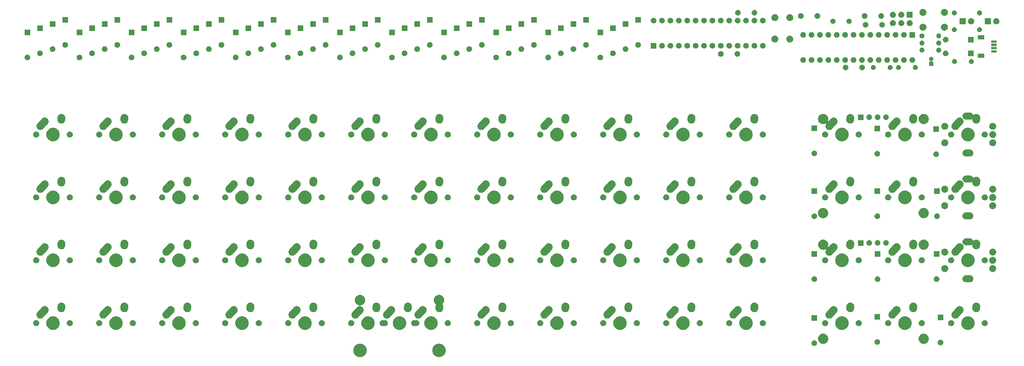
<source format=gbr>
G04 #@! TF.GenerationSoftware,KiCad,Pcbnew,(5.1.4)-1*
G04 #@! TF.CreationDate,2021-01-21T06:54:33+00:00*
G04 #@! TF.ProjectId,Iggy,49676779-2e6b-4696-9361-645f70636258,1.0*
G04 #@! TF.SameCoordinates,Original*
G04 #@! TF.FileFunction,Soldermask,Bot*
G04 #@! TF.FilePolarity,Negative*
%FSLAX46Y46*%
G04 Gerber Fmt 4.6, Leading zero omitted, Abs format (unit mm)*
G04 Created by KiCad (PCBNEW (5.1.4)-1) date 2021-01-21 06:54:33*
%MOMM*%
%LPD*%
G04 APERTURE LIST*
%ADD10C,0.100000*%
G04 APERTURE END LIST*
D10*
G36*
X148309474Y-123438684D02*
G01*
X148527474Y-123528983D01*
X148681623Y-123592833D01*
X149016548Y-123816623D01*
X149301377Y-124101452D01*
X149525167Y-124436377D01*
X149525167Y-124436378D01*
X149679316Y-124808526D01*
X149757900Y-125203594D01*
X149757900Y-125606406D01*
X149679316Y-126001474D01*
X149589017Y-126219474D01*
X149525167Y-126373623D01*
X149301377Y-126708548D01*
X149016548Y-126993377D01*
X148681623Y-127217167D01*
X148527474Y-127281017D01*
X148309474Y-127371316D01*
X147914406Y-127449900D01*
X147511594Y-127449900D01*
X147116526Y-127371316D01*
X146898526Y-127281017D01*
X146744377Y-127217167D01*
X146409452Y-126993377D01*
X146124623Y-126708548D01*
X145900833Y-126373623D01*
X145836983Y-126219474D01*
X145746684Y-126001474D01*
X145668100Y-125606406D01*
X145668100Y-125203594D01*
X145746684Y-124808526D01*
X145900833Y-124436378D01*
X145900833Y-124436377D01*
X146124623Y-124101452D01*
X146409452Y-123816623D01*
X146744377Y-123592833D01*
X146898526Y-123528983D01*
X147116526Y-123438684D01*
X147511594Y-123360100D01*
X147914406Y-123360100D01*
X148309474Y-123438684D01*
X148309474Y-123438684D01*
G37*
G36*
X124433474Y-123438684D02*
G01*
X124651474Y-123528983D01*
X124805623Y-123592833D01*
X125140548Y-123816623D01*
X125425377Y-124101452D01*
X125649167Y-124436377D01*
X125649167Y-124436378D01*
X125803316Y-124808526D01*
X125881900Y-125203594D01*
X125881900Y-125606406D01*
X125803316Y-126001474D01*
X125713017Y-126219474D01*
X125649167Y-126373623D01*
X125425377Y-126708548D01*
X125140548Y-126993377D01*
X124805623Y-127217167D01*
X124651474Y-127281017D01*
X124433474Y-127371316D01*
X124038406Y-127449900D01*
X123635594Y-127449900D01*
X123240526Y-127371316D01*
X123022526Y-127281017D01*
X122868377Y-127217167D01*
X122533452Y-126993377D01*
X122248623Y-126708548D01*
X122024833Y-126373623D01*
X121960983Y-126219474D01*
X121870684Y-126001474D01*
X121792100Y-125606406D01*
X121792100Y-125203594D01*
X121870684Y-124808526D01*
X122024833Y-124436378D01*
X122024833Y-124436377D01*
X122248623Y-124101452D01*
X122533452Y-123816623D01*
X122868377Y-123592833D01*
X123022526Y-123528983D01*
X123240526Y-123438684D01*
X123635594Y-123360100D01*
X124038406Y-123360100D01*
X124433474Y-123438684D01*
X124433474Y-123438684D01*
G37*
G36*
X261364483Y-122381913D02*
G01*
X261524902Y-122430576D01*
X261657566Y-122501486D01*
X261672738Y-122509596D01*
X261802319Y-122615941D01*
X261908664Y-122745522D01*
X261908665Y-122745524D01*
X261987684Y-122893358D01*
X262036347Y-123053777D01*
X262052777Y-123220600D01*
X262036347Y-123387423D01*
X261987684Y-123547842D01*
X261948014Y-123622059D01*
X261908664Y-123695678D01*
X261802319Y-123825259D01*
X261672738Y-123931604D01*
X261672736Y-123931605D01*
X261524902Y-124010624D01*
X261364483Y-124059287D01*
X261239464Y-124071600D01*
X261155856Y-124071600D01*
X261030837Y-124059287D01*
X260870418Y-124010624D01*
X260722584Y-123931605D01*
X260722582Y-123931604D01*
X260593001Y-123825259D01*
X260486656Y-123695678D01*
X260447306Y-123622059D01*
X260407636Y-123547842D01*
X260358973Y-123387423D01*
X260342543Y-123220600D01*
X260358973Y-123053777D01*
X260407636Y-122893358D01*
X260486655Y-122745524D01*
X260486656Y-122745522D01*
X260593001Y-122615941D01*
X260722582Y-122509596D01*
X260737754Y-122501486D01*
X260870418Y-122430576D01*
X261030837Y-122381913D01*
X261155856Y-122369600D01*
X261239464Y-122369600D01*
X261364483Y-122381913D01*
X261364483Y-122381913D01*
G37*
G36*
X299515283Y-122178713D02*
G01*
X299675702Y-122227376D01*
X299737375Y-122260341D01*
X299823538Y-122306396D01*
X299953119Y-122412741D01*
X300059464Y-122542322D01*
X300059465Y-122542324D01*
X300138484Y-122690158D01*
X300187147Y-122850577D01*
X300203577Y-123017400D01*
X300187147Y-123184223D01*
X300187146Y-123184225D01*
X300139869Y-123340078D01*
X300138484Y-123344642D01*
X300088217Y-123438684D01*
X300059464Y-123492478D01*
X299953119Y-123622059D01*
X299823538Y-123728404D01*
X299823536Y-123728405D01*
X299675702Y-123807424D01*
X299515283Y-123856087D01*
X299390264Y-123868400D01*
X299306656Y-123868400D01*
X299181637Y-123856087D01*
X299021218Y-123807424D01*
X298873384Y-123728405D01*
X298873382Y-123728404D01*
X298743801Y-123622059D01*
X298637456Y-123492478D01*
X298608703Y-123438684D01*
X298558436Y-123344642D01*
X298557052Y-123340078D01*
X298509774Y-123184225D01*
X298509773Y-123184223D01*
X298493343Y-123017400D01*
X298509773Y-122850577D01*
X298558436Y-122690158D01*
X298637455Y-122542324D01*
X298637456Y-122542322D01*
X298743801Y-122412741D01*
X298873382Y-122306396D01*
X298959545Y-122260341D01*
X299021218Y-122227376D01*
X299181637Y-122178713D01*
X299306656Y-122166400D01*
X299390264Y-122166400D01*
X299515283Y-122178713D01*
X299515283Y-122178713D01*
G37*
G36*
X280414483Y-122026313D02*
G01*
X280574902Y-122074976D01*
X280707566Y-122145886D01*
X280722738Y-122153996D01*
X280852319Y-122260341D01*
X280958664Y-122389922D01*
X280958665Y-122389924D01*
X281037684Y-122537758D01*
X281037685Y-122537761D01*
X281039069Y-122542324D01*
X281086347Y-122698177D01*
X281102777Y-122865000D01*
X281086347Y-123031823D01*
X281037684Y-123192242D01*
X281022526Y-123220600D01*
X280958664Y-123340078D01*
X280852319Y-123469659D01*
X280722738Y-123576004D01*
X280722736Y-123576005D01*
X280574902Y-123655024D01*
X280414483Y-123703687D01*
X280289464Y-123716000D01*
X280205856Y-123716000D01*
X280080837Y-123703687D01*
X279920418Y-123655024D01*
X279772584Y-123576005D01*
X279772582Y-123576004D01*
X279643001Y-123469659D01*
X279536656Y-123340078D01*
X279472794Y-123220600D01*
X279457636Y-123192242D01*
X279408973Y-123031823D01*
X279392543Y-122865000D01*
X279408973Y-122698177D01*
X279456251Y-122542324D01*
X279457635Y-122537761D01*
X279457636Y-122537758D01*
X279536655Y-122389924D01*
X279536656Y-122389922D01*
X279643001Y-122260341D01*
X279772582Y-122153996D01*
X279787754Y-122145886D01*
X279920418Y-122074976D01*
X280080837Y-122026313D01*
X280205856Y-122014000D01*
X280289464Y-122014000D01*
X280414483Y-122026313D01*
X280414483Y-122026313D01*
G37*
G36*
X294576765Y-120356342D02*
G01*
X294726590Y-120386144D01*
X295008854Y-120503061D01*
X295262885Y-120672799D01*
X295478921Y-120888835D01*
X295648659Y-121142866D01*
X295765576Y-121425130D01*
X295765576Y-121425131D01*
X295825180Y-121724779D01*
X295825180Y-122030301D01*
X295800576Y-122153995D01*
X295765576Y-122329950D01*
X295648659Y-122612214D01*
X295478921Y-122866245D01*
X295262885Y-123082281D01*
X295008854Y-123252019D01*
X294726590Y-123368936D01*
X294633649Y-123387423D01*
X294426941Y-123428540D01*
X294121419Y-123428540D01*
X293914711Y-123387423D01*
X293821770Y-123368936D01*
X293539506Y-123252019D01*
X293285475Y-123082281D01*
X293069439Y-122866245D01*
X292899701Y-122612214D01*
X292782784Y-122329950D01*
X292747784Y-122153995D01*
X292723180Y-122030301D01*
X292723180Y-121724779D01*
X292782784Y-121425131D01*
X292782784Y-121425130D01*
X292899701Y-121142866D01*
X293069439Y-120888835D01*
X293285475Y-120672799D01*
X293539506Y-120503061D01*
X293821770Y-120386144D01*
X293971595Y-120356342D01*
X294121419Y-120326540D01*
X294426941Y-120326540D01*
X294576765Y-120356342D01*
X294576765Y-120356342D01*
G37*
G36*
X264176765Y-120356342D02*
G01*
X264326590Y-120386144D01*
X264608854Y-120503061D01*
X264862885Y-120672799D01*
X265078921Y-120888835D01*
X265248659Y-121142866D01*
X265365576Y-121425130D01*
X265365576Y-121425131D01*
X265425180Y-121724779D01*
X265425180Y-122030301D01*
X265400576Y-122153995D01*
X265365576Y-122329950D01*
X265248659Y-122612214D01*
X265078921Y-122866245D01*
X264862885Y-123082281D01*
X264608854Y-123252019D01*
X264326590Y-123368936D01*
X264233649Y-123387423D01*
X264026941Y-123428540D01*
X263721419Y-123428540D01*
X263514711Y-123387423D01*
X263421770Y-123368936D01*
X263139506Y-123252019D01*
X262885475Y-123082281D01*
X262669439Y-122866245D01*
X262499701Y-122612214D01*
X262382784Y-122329950D01*
X262347784Y-122153995D01*
X262323180Y-122030301D01*
X262323180Y-121724779D01*
X262382784Y-121425131D01*
X262382784Y-121425130D01*
X262499701Y-121142866D01*
X262669439Y-120888835D01*
X262885475Y-120672799D01*
X263139506Y-120503061D01*
X263421770Y-120386144D01*
X263571595Y-120356342D01*
X263721419Y-120326540D01*
X264026941Y-120326540D01*
X264176765Y-120356342D01*
X264176765Y-120356342D01*
G37*
G36*
X107796474Y-115183684D02*
G01*
X108014474Y-115273983D01*
X108168623Y-115337833D01*
X108503548Y-115561623D01*
X108788377Y-115846452D01*
X109012167Y-116181377D01*
X109047433Y-116266518D01*
X109166316Y-116553526D01*
X109244900Y-116948594D01*
X109244900Y-117351406D01*
X109166316Y-117746474D01*
X109115451Y-117869272D01*
X109012167Y-118118623D01*
X108788377Y-118453548D01*
X108503548Y-118738377D01*
X108168623Y-118962167D01*
X108014474Y-119026017D01*
X107796474Y-119116316D01*
X107401406Y-119194900D01*
X106998594Y-119194900D01*
X106603526Y-119116316D01*
X106385526Y-119026017D01*
X106231377Y-118962167D01*
X105896452Y-118738377D01*
X105611623Y-118453548D01*
X105387833Y-118118623D01*
X105284549Y-117869272D01*
X105233684Y-117746474D01*
X105155100Y-117351406D01*
X105155100Y-116948594D01*
X105233684Y-116553526D01*
X105352567Y-116266518D01*
X105387833Y-116181377D01*
X105611623Y-115846452D01*
X105896452Y-115561623D01*
X106231377Y-115337833D01*
X106385526Y-115273983D01*
X106603526Y-115183684D01*
X106998594Y-115105100D01*
X107401406Y-115105100D01*
X107796474Y-115183684D01*
X107796474Y-115183684D01*
G37*
G36*
X136371474Y-115183684D02*
G01*
X136589474Y-115273983D01*
X136743623Y-115337833D01*
X137078548Y-115561623D01*
X137363377Y-115846452D01*
X137587167Y-116181377D01*
X137622433Y-116266518D01*
X137741316Y-116553526D01*
X137819900Y-116948594D01*
X137819900Y-117351406D01*
X137741316Y-117746474D01*
X137690451Y-117869272D01*
X137587167Y-118118623D01*
X137363377Y-118453548D01*
X137078548Y-118738377D01*
X136743623Y-118962167D01*
X136589474Y-119026017D01*
X136371474Y-119116316D01*
X135976406Y-119194900D01*
X135573594Y-119194900D01*
X135178526Y-119116316D01*
X134960526Y-119026017D01*
X134806377Y-118962167D01*
X134471452Y-118738377D01*
X134186623Y-118453548D01*
X133962833Y-118118623D01*
X133859549Y-117869272D01*
X133808684Y-117746474D01*
X133730100Y-117351406D01*
X133730100Y-116948594D01*
X133808684Y-116553526D01*
X133927567Y-116266518D01*
X133962833Y-116181377D01*
X134186623Y-115846452D01*
X134471452Y-115561623D01*
X134806377Y-115337833D01*
X134960526Y-115273983D01*
X135178526Y-115183684D01*
X135573594Y-115105100D01*
X135976406Y-115105100D01*
X136371474Y-115183684D01*
X136371474Y-115183684D01*
G37*
G36*
X50646474Y-115183684D02*
G01*
X50864474Y-115273983D01*
X51018623Y-115337833D01*
X51353548Y-115561623D01*
X51638377Y-115846452D01*
X51862167Y-116181377D01*
X51897433Y-116266518D01*
X52016316Y-116553526D01*
X52094900Y-116948594D01*
X52094900Y-117351406D01*
X52016316Y-117746474D01*
X51965451Y-117869272D01*
X51862167Y-118118623D01*
X51638377Y-118453548D01*
X51353548Y-118738377D01*
X51018623Y-118962167D01*
X50864474Y-119026017D01*
X50646474Y-119116316D01*
X50251406Y-119194900D01*
X49848594Y-119194900D01*
X49453526Y-119116316D01*
X49235526Y-119026017D01*
X49081377Y-118962167D01*
X48746452Y-118738377D01*
X48461623Y-118453548D01*
X48237833Y-118118623D01*
X48134549Y-117869272D01*
X48083684Y-117746474D01*
X48005100Y-117351406D01*
X48005100Y-116948594D01*
X48083684Y-116553526D01*
X48202567Y-116266518D01*
X48237833Y-116181377D01*
X48461623Y-115846452D01*
X48746452Y-115561623D01*
X49081377Y-115337833D01*
X49235526Y-115273983D01*
X49453526Y-115183684D01*
X49848594Y-115105100D01*
X50251406Y-115105100D01*
X50646474Y-115183684D01*
X50646474Y-115183684D01*
G37*
G36*
X69696474Y-115183684D02*
G01*
X69914474Y-115273983D01*
X70068623Y-115337833D01*
X70403548Y-115561623D01*
X70688377Y-115846452D01*
X70912167Y-116181377D01*
X70947433Y-116266518D01*
X71066316Y-116553526D01*
X71144900Y-116948594D01*
X71144900Y-117351406D01*
X71066316Y-117746474D01*
X71015451Y-117869272D01*
X70912167Y-118118623D01*
X70688377Y-118453548D01*
X70403548Y-118738377D01*
X70068623Y-118962167D01*
X69914474Y-119026017D01*
X69696474Y-119116316D01*
X69301406Y-119194900D01*
X68898594Y-119194900D01*
X68503526Y-119116316D01*
X68285526Y-119026017D01*
X68131377Y-118962167D01*
X67796452Y-118738377D01*
X67511623Y-118453548D01*
X67287833Y-118118623D01*
X67184549Y-117869272D01*
X67133684Y-117746474D01*
X67055100Y-117351406D01*
X67055100Y-116948594D01*
X67133684Y-116553526D01*
X67252567Y-116266518D01*
X67287833Y-116181377D01*
X67511623Y-115846452D01*
X67796452Y-115561623D01*
X68131377Y-115337833D01*
X68285526Y-115273983D01*
X68503526Y-115183684D01*
X68898594Y-115105100D01*
X69301406Y-115105100D01*
X69696474Y-115183684D01*
X69696474Y-115183684D01*
G37*
G36*
X126846474Y-115183684D02*
G01*
X127064474Y-115273983D01*
X127218623Y-115337833D01*
X127553548Y-115561623D01*
X127838377Y-115846452D01*
X128062167Y-116181377D01*
X128097433Y-116266518D01*
X128216316Y-116553526D01*
X128294900Y-116948594D01*
X128294900Y-117351406D01*
X128216316Y-117746474D01*
X128165451Y-117869272D01*
X128062167Y-118118623D01*
X127838377Y-118453548D01*
X127553548Y-118738377D01*
X127218623Y-118962167D01*
X127064474Y-119026017D01*
X126846474Y-119116316D01*
X126451406Y-119194900D01*
X126048594Y-119194900D01*
X125653526Y-119116316D01*
X125435526Y-119026017D01*
X125281377Y-118962167D01*
X124946452Y-118738377D01*
X124661623Y-118453548D01*
X124437833Y-118118623D01*
X124334549Y-117869272D01*
X124283684Y-117746474D01*
X124205100Y-117351406D01*
X124205100Y-116948594D01*
X124283684Y-116553526D01*
X124402567Y-116266518D01*
X124437833Y-116181377D01*
X124661623Y-115846452D01*
X124946452Y-115561623D01*
X125281377Y-115337833D01*
X125435526Y-115273983D01*
X125653526Y-115183684D01*
X126048594Y-115105100D01*
X126451406Y-115105100D01*
X126846474Y-115183684D01*
X126846474Y-115183684D01*
G37*
G36*
X145896474Y-115183684D02*
G01*
X146114474Y-115273983D01*
X146268623Y-115337833D01*
X146603548Y-115561623D01*
X146888377Y-115846452D01*
X147112167Y-116181377D01*
X147147433Y-116266518D01*
X147266316Y-116553526D01*
X147344900Y-116948594D01*
X147344900Y-117351406D01*
X147266316Y-117746474D01*
X147215451Y-117869272D01*
X147112167Y-118118623D01*
X146888377Y-118453548D01*
X146603548Y-118738377D01*
X146268623Y-118962167D01*
X146114474Y-119026017D01*
X145896474Y-119116316D01*
X145501406Y-119194900D01*
X145098594Y-119194900D01*
X144703526Y-119116316D01*
X144485526Y-119026017D01*
X144331377Y-118962167D01*
X143996452Y-118738377D01*
X143711623Y-118453548D01*
X143487833Y-118118623D01*
X143384549Y-117869272D01*
X143333684Y-117746474D01*
X143255100Y-117351406D01*
X143255100Y-116948594D01*
X143333684Y-116553526D01*
X143452567Y-116266518D01*
X143487833Y-116181377D01*
X143711623Y-115846452D01*
X143996452Y-115561623D01*
X144331377Y-115337833D01*
X144485526Y-115273983D01*
X144703526Y-115183684D01*
X145098594Y-115105100D01*
X145501406Y-115105100D01*
X145896474Y-115183684D01*
X145896474Y-115183684D01*
G37*
G36*
X164946474Y-115183684D02*
G01*
X165164474Y-115273983D01*
X165318623Y-115337833D01*
X165653548Y-115561623D01*
X165938377Y-115846452D01*
X166162167Y-116181377D01*
X166197433Y-116266518D01*
X166316316Y-116553526D01*
X166394900Y-116948594D01*
X166394900Y-117351406D01*
X166316316Y-117746474D01*
X166265451Y-117869272D01*
X166162167Y-118118623D01*
X165938377Y-118453548D01*
X165653548Y-118738377D01*
X165318623Y-118962167D01*
X165164474Y-119026017D01*
X164946474Y-119116316D01*
X164551406Y-119194900D01*
X164148594Y-119194900D01*
X163753526Y-119116316D01*
X163535526Y-119026017D01*
X163381377Y-118962167D01*
X163046452Y-118738377D01*
X162761623Y-118453548D01*
X162537833Y-118118623D01*
X162434549Y-117869272D01*
X162383684Y-117746474D01*
X162305100Y-117351406D01*
X162305100Y-116948594D01*
X162383684Y-116553526D01*
X162502567Y-116266518D01*
X162537833Y-116181377D01*
X162761623Y-115846452D01*
X163046452Y-115561623D01*
X163381377Y-115337833D01*
X163535526Y-115273983D01*
X163753526Y-115183684D01*
X164148594Y-115105100D01*
X164551406Y-115105100D01*
X164946474Y-115183684D01*
X164946474Y-115183684D01*
G37*
G36*
X183996474Y-115183684D02*
G01*
X184214474Y-115273983D01*
X184368623Y-115337833D01*
X184703548Y-115561623D01*
X184988377Y-115846452D01*
X185212167Y-116181377D01*
X185247433Y-116266518D01*
X185366316Y-116553526D01*
X185444900Y-116948594D01*
X185444900Y-117351406D01*
X185366316Y-117746474D01*
X185315451Y-117869272D01*
X185212167Y-118118623D01*
X184988377Y-118453548D01*
X184703548Y-118738377D01*
X184368623Y-118962167D01*
X184214474Y-119026017D01*
X183996474Y-119116316D01*
X183601406Y-119194900D01*
X183198594Y-119194900D01*
X182803526Y-119116316D01*
X182585526Y-119026017D01*
X182431377Y-118962167D01*
X182096452Y-118738377D01*
X181811623Y-118453548D01*
X181587833Y-118118623D01*
X181484549Y-117869272D01*
X181433684Y-117746474D01*
X181355100Y-117351406D01*
X181355100Y-116948594D01*
X181433684Y-116553526D01*
X181552567Y-116266518D01*
X181587833Y-116181377D01*
X181811623Y-115846452D01*
X182096452Y-115561623D01*
X182431377Y-115337833D01*
X182585526Y-115273983D01*
X182803526Y-115183684D01*
X183198594Y-115105100D01*
X183601406Y-115105100D01*
X183996474Y-115183684D01*
X183996474Y-115183684D01*
G37*
G36*
X31596474Y-115183684D02*
G01*
X31814474Y-115273983D01*
X31968623Y-115337833D01*
X32303548Y-115561623D01*
X32588377Y-115846452D01*
X32812167Y-116181377D01*
X32847433Y-116266518D01*
X32966316Y-116553526D01*
X33044900Y-116948594D01*
X33044900Y-117351406D01*
X32966316Y-117746474D01*
X32915451Y-117869272D01*
X32812167Y-118118623D01*
X32588377Y-118453548D01*
X32303548Y-118738377D01*
X31968623Y-118962167D01*
X31814474Y-119026017D01*
X31596474Y-119116316D01*
X31201406Y-119194900D01*
X30798594Y-119194900D01*
X30403526Y-119116316D01*
X30185526Y-119026017D01*
X30031377Y-118962167D01*
X29696452Y-118738377D01*
X29411623Y-118453548D01*
X29187833Y-118118623D01*
X29084549Y-117869272D01*
X29033684Y-117746474D01*
X28955100Y-117351406D01*
X28955100Y-116948594D01*
X29033684Y-116553526D01*
X29152567Y-116266518D01*
X29187833Y-116181377D01*
X29411623Y-115846452D01*
X29696452Y-115561623D01*
X30031377Y-115337833D01*
X30185526Y-115273983D01*
X30403526Y-115183684D01*
X30798594Y-115105100D01*
X31201406Y-115105100D01*
X31596474Y-115183684D01*
X31596474Y-115183684D01*
G37*
G36*
X88746474Y-115183684D02*
G01*
X88964474Y-115273983D01*
X89118623Y-115337833D01*
X89453548Y-115561623D01*
X89738377Y-115846452D01*
X89962167Y-116181377D01*
X89997433Y-116266518D01*
X90116316Y-116553526D01*
X90194900Y-116948594D01*
X90194900Y-117351406D01*
X90116316Y-117746474D01*
X90065451Y-117869272D01*
X89962167Y-118118623D01*
X89738377Y-118453548D01*
X89453548Y-118738377D01*
X89118623Y-118962167D01*
X88964474Y-119026017D01*
X88746474Y-119116316D01*
X88351406Y-119194900D01*
X87948594Y-119194900D01*
X87553526Y-119116316D01*
X87335526Y-119026017D01*
X87181377Y-118962167D01*
X86846452Y-118738377D01*
X86561623Y-118453548D01*
X86337833Y-118118623D01*
X86234549Y-117869272D01*
X86183684Y-117746474D01*
X86105100Y-117351406D01*
X86105100Y-116948594D01*
X86183684Y-116553526D01*
X86302567Y-116266518D01*
X86337833Y-116181377D01*
X86561623Y-115846452D01*
X86846452Y-115561623D01*
X87181377Y-115337833D01*
X87335526Y-115273983D01*
X87553526Y-115183684D01*
X87948594Y-115105100D01*
X88351406Y-115105100D01*
X88746474Y-115183684D01*
X88746474Y-115183684D01*
G37*
G36*
X241146474Y-115183684D02*
G01*
X241364474Y-115273983D01*
X241518623Y-115337833D01*
X241853548Y-115561623D01*
X242138377Y-115846452D01*
X242362167Y-116181377D01*
X242397433Y-116266518D01*
X242516316Y-116553526D01*
X242594900Y-116948594D01*
X242594900Y-117351406D01*
X242516316Y-117746474D01*
X242465451Y-117869272D01*
X242362167Y-118118623D01*
X242138377Y-118453548D01*
X241853548Y-118738377D01*
X241518623Y-118962167D01*
X241364474Y-119026017D01*
X241146474Y-119116316D01*
X240751406Y-119194900D01*
X240348594Y-119194900D01*
X239953526Y-119116316D01*
X239735526Y-119026017D01*
X239581377Y-118962167D01*
X239246452Y-118738377D01*
X238961623Y-118453548D01*
X238737833Y-118118623D01*
X238634549Y-117869272D01*
X238583684Y-117746474D01*
X238505100Y-117351406D01*
X238505100Y-116948594D01*
X238583684Y-116553526D01*
X238702567Y-116266518D01*
X238737833Y-116181377D01*
X238961623Y-115846452D01*
X239246452Y-115561623D01*
X239581377Y-115337833D01*
X239735526Y-115273983D01*
X239953526Y-115183684D01*
X240348594Y-115105100D01*
X240751406Y-115105100D01*
X241146474Y-115183684D01*
X241146474Y-115183684D01*
G37*
G36*
X203046474Y-115183684D02*
G01*
X203264474Y-115273983D01*
X203418623Y-115337833D01*
X203753548Y-115561623D01*
X204038377Y-115846452D01*
X204262167Y-116181377D01*
X204297433Y-116266518D01*
X204416316Y-116553526D01*
X204494900Y-116948594D01*
X204494900Y-117351406D01*
X204416316Y-117746474D01*
X204365451Y-117869272D01*
X204262167Y-118118623D01*
X204038377Y-118453548D01*
X203753548Y-118738377D01*
X203418623Y-118962167D01*
X203264474Y-119026017D01*
X203046474Y-119116316D01*
X202651406Y-119194900D01*
X202248594Y-119194900D01*
X201853526Y-119116316D01*
X201635526Y-119026017D01*
X201481377Y-118962167D01*
X201146452Y-118738377D01*
X200861623Y-118453548D01*
X200637833Y-118118623D01*
X200534549Y-117869272D01*
X200483684Y-117746474D01*
X200405100Y-117351406D01*
X200405100Y-116948594D01*
X200483684Y-116553526D01*
X200602567Y-116266518D01*
X200637833Y-116181377D01*
X200861623Y-115846452D01*
X201146452Y-115561623D01*
X201481377Y-115337833D01*
X201635526Y-115273983D01*
X201853526Y-115183684D01*
X202248594Y-115105100D01*
X202651406Y-115105100D01*
X203046474Y-115183684D01*
X203046474Y-115183684D01*
G37*
G36*
X289196474Y-115183684D02*
G01*
X289414474Y-115273983D01*
X289568623Y-115337833D01*
X289903548Y-115561623D01*
X290188377Y-115846452D01*
X290412167Y-116181377D01*
X290447433Y-116266518D01*
X290566316Y-116553526D01*
X290644900Y-116948594D01*
X290644900Y-117351406D01*
X290566316Y-117746474D01*
X290515451Y-117869272D01*
X290412167Y-118118623D01*
X290188377Y-118453548D01*
X289903548Y-118738377D01*
X289568623Y-118962167D01*
X289414474Y-119026017D01*
X289196474Y-119116316D01*
X288801406Y-119194900D01*
X288398594Y-119194900D01*
X288003526Y-119116316D01*
X287785526Y-119026017D01*
X287631377Y-118962167D01*
X287296452Y-118738377D01*
X287011623Y-118453548D01*
X286787833Y-118118623D01*
X286684549Y-117869272D01*
X286633684Y-117746474D01*
X286555100Y-117351406D01*
X286555100Y-116948594D01*
X286633684Y-116553526D01*
X286752567Y-116266518D01*
X286787833Y-116181377D01*
X287011623Y-115846452D01*
X287296452Y-115561623D01*
X287631377Y-115337833D01*
X287785526Y-115273983D01*
X288003526Y-115183684D01*
X288398594Y-115105100D01*
X288801406Y-115105100D01*
X289196474Y-115183684D01*
X289196474Y-115183684D01*
G37*
G36*
X270146474Y-115183684D02*
G01*
X270364474Y-115273983D01*
X270518623Y-115337833D01*
X270853548Y-115561623D01*
X271138377Y-115846452D01*
X271362167Y-116181377D01*
X271397433Y-116266518D01*
X271516316Y-116553526D01*
X271594900Y-116948594D01*
X271594900Y-117351406D01*
X271516316Y-117746474D01*
X271465451Y-117869272D01*
X271362167Y-118118623D01*
X271138377Y-118453548D01*
X270853548Y-118738377D01*
X270518623Y-118962167D01*
X270364474Y-119026017D01*
X270146474Y-119116316D01*
X269751406Y-119194900D01*
X269348594Y-119194900D01*
X268953526Y-119116316D01*
X268735526Y-119026017D01*
X268581377Y-118962167D01*
X268246452Y-118738377D01*
X267961623Y-118453548D01*
X267737833Y-118118623D01*
X267634549Y-117869272D01*
X267583684Y-117746474D01*
X267505100Y-117351406D01*
X267505100Y-116948594D01*
X267583684Y-116553526D01*
X267702567Y-116266518D01*
X267737833Y-116181377D01*
X267961623Y-115846452D01*
X268246452Y-115561623D01*
X268581377Y-115337833D01*
X268735526Y-115273983D01*
X268953526Y-115183684D01*
X269348594Y-115105100D01*
X269751406Y-115105100D01*
X270146474Y-115183684D01*
X270146474Y-115183684D01*
G37*
G36*
X222096474Y-115183684D02*
G01*
X222314474Y-115273983D01*
X222468623Y-115337833D01*
X222803548Y-115561623D01*
X223088377Y-115846452D01*
X223312167Y-116181377D01*
X223347433Y-116266518D01*
X223466316Y-116553526D01*
X223544900Y-116948594D01*
X223544900Y-117351406D01*
X223466316Y-117746474D01*
X223415451Y-117869272D01*
X223312167Y-118118623D01*
X223088377Y-118453548D01*
X222803548Y-118738377D01*
X222468623Y-118962167D01*
X222314474Y-119026017D01*
X222096474Y-119116316D01*
X221701406Y-119194900D01*
X221298594Y-119194900D01*
X220903526Y-119116316D01*
X220685526Y-119026017D01*
X220531377Y-118962167D01*
X220196452Y-118738377D01*
X219911623Y-118453548D01*
X219687833Y-118118623D01*
X219584549Y-117869272D01*
X219533684Y-117746474D01*
X219455100Y-117351406D01*
X219455100Y-116948594D01*
X219533684Y-116553526D01*
X219652567Y-116266518D01*
X219687833Y-116181377D01*
X219911623Y-115846452D01*
X220196452Y-115561623D01*
X220531377Y-115337833D01*
X220685526Y-115273983D01*
X220903526Y-115183684D01*
X221298594Y-115105100D01*
X221701406Y-115105100D01*
X222096474Y-115183684D01*
X222096474Y-115183684D01*
G37*
G36*
X308246474Y-115183684D02*
G01*
X308464474Y-115273983D01*
X308618623Y-115337833D01*
X308953548Y-115561623D01*
X309238377Y-115846452D01*
X309462167Y-116181377D01*
X309497433Y-116266518D01*
X309616316Y-116553526D01*
X309694900Y-116948594D01*
X309694900Y-117351406D01*
X309616316Y-117746474D01*
X309565451Y-117869272D01*
X309462167Y-118118623D01*
X309238377Y-118453548D01*
X308953548Y-118738377D01*
X308618623Y-118962167D01*
X308464474Y-119026017D01*
X308246474Y-119116316D01*
X307851406Y-119194900D01*
X307448594Y-119194900D01*
X307053526Y-119116316D01*
X306835526Y-119026017D01*
X306681377Y-118962167D01*
X306346452Y-118738377D01*
X306061623Y-118453548D01*
X305837833Y-118118623D01*
X305734549Y-117869272D01*
X305683684Y-117746474D01*
X305605100Y-117351406D01*
X305605100Y-116948594D01*
X305683684Y-116553526D01*
X305802567Y-116266518D01*
X305837833Y-116181377D01*
X306061623Y-115846452D01*
X306346452Y-115561623D01*
X306681377Y-115337833D01*
X306835526Y-115273983D01*
X307053526Y-115183684D01*
X307448594Y-115105100D01*
X307851406Y-115105100D01*
X308246474Y-115183684D01*
X308246474Y-115183684D01*
G37*
G36*
X140490104Y-116259585D02*
G01*
X140490110Y-116259588D01*
X140490565Y-116259678D01*
X140513118Y-116266518D01*
X140537504Y-116268919D01*
X140561890Y-116266516D01*
X140584435Y-116259678D01*
X140584890Y-116259588D01*
X140584896Y-116259585D01*
X140763797Y-116224000D01*
X140946203Y-116224000D01*
X141125104Y-116259585D01*
X141293626Y-116329389D01*
X141445291Y-116430728D01*
X141574272Y-116559709D01*
X141675611Y-116711374D01*
X141745415Y-116879896D01*
X141781000Y-117058797D01*
X141781000Y-117241203D01*
X141745415Y-117420104D01*
X141675611Y-117588626D01*
X141574272Y-117740291D01*
X141445291Y-117869272D01*
X141293626Y-117970611D01*
X141125104Y-118040415D01*
X140946203Y-118076000D01*
X140763797Y-118076000D01*
X140584896Y-118040415D01*
X140584890Y-118040412D01*
X140584435Y-118040322D01*
X140561882Y-118033482D01*
X140537496Y-118031081D01*
X140513110Y-118033484D01*
X140490565Y-118040322D01*
X140490110Y-118040412D01*
X140490104Y-118040415D01*
X140311203Y-118076000D01*
X140128797Y-118076000D01*
X139949896Y-118040415D01*
X139781374Y-117970611D01*
X139629709Y-117869272D01*
X139500728Y-117740291D01*
X139399389Y-117588626D01*
X139329585Y-117420104D01*
X139294000Y-117241203D01*
X139294000Y-117058797D01*
X139329585Y-116879896D01*
X139399389Y-116711374D01*
X139500728Y-116559709D01*
X139629709Y-116430728D01*
X139781374Y-116329389D01*
X139949896Y-116259585D01*
X140128797Y-116224000D01*
X140311203Y-116224000D01*
X140490104Y-116259585D01*
X140490104Y-116259585D01*
G37*
G36*
X130965104Y-116259585D02*
G01*
X130965110Y-116259588D01*
X130965565Y-116259678D01*
X130988118Y-116266518D01*
X131012504Y-116268919D01*
X131036890Y-116266516D01*
X131059435Y-116259678D01*
X131059890Y-116259588D01*
X131059896Y-116259585D01*
X131238797Y-116224000D01*
X131421203Y-116224000D01*
X131600104Y-116259585D01*
X131768626Y-116329389D01*
X131920291Y-116430728D01*
X132049272Y-116559709D01*
X132150611Y-116711374D01*
X132220415Y-116879896D01*
X132256000Y-117058797D01*
X132256000Y-117241203D01*
X132220415Y-117420104D01*
X132150611Y-117588626D01*
X132049272Y-117740291D01*
X131920291Y-117869272D01*
X131768626Y-117970611D01*
X131600104Y-118040415D01*
X131421203Y-118076000D01*
X131238797Y-118076000D01*
X131059896Y-118040415D01*
X131059890Y-118040412D01*
X131059435Y-118040322D01*
X131036882Y-118033482D01*
X131012496Y-118031081D01*
X130988110Y-118033484D01*
X130965565Y-118040322D01*
X130965110Y-118040412D01*
X130965104Y-118040415D01*
X130786203Y-118076000D01*
X130603797Y-118076000D01*
X130424896Y-118040415D01*
X130256374Y-117970611D01*
X130104709Y-117869272D01*
X129975728Y-117740291D01*
X129874389Y-117588626D01*
X129804585Y-117420104D01*
X129769000Y-117241203D01*
X129769000Y-117058797D01*
X129804585Y-116879896D01*
X129874389Y-116711374D01*
X129975728Y-116559709D01*
X130104709Y-116430728D01*
X130256374Y-116329389D01*
X130424896Y-116259585D01*
X130603797Y-116224000D01*
X130786203Y-116224000D01*
X130965104Y-116259585D01*
X130965104Y-116259585D01*
G37*
G36*
X45240104Y-116259585D02*
G01*
X45408626Y-116329389D01*
X45560291Y-116430728D01*
X45689272Y-116559709D01*
X45790611Y-116711374D01*
X45860415Y-116879896D01*
X45896000Y-117058797D01*
X45896000Y-117241203D01*
X45860415Y-117420104D01*
X45790611Y-117588626D01*
X45689272Y-117740291D01*
X45560291Y-117869272D01*
X45408626Y-117970611D01*
X45240104Y-118040415D01*
X45061203Y-118076000D01*
X44878797Y-118076000D01*
X44699896Y-118040415D01*
X44531374Y-117970611D01*
X44379709Y-117869272D01*
X44250728Y-117740291D01*
X44149389Y-117588626D01*
X44079585Y-117420104D01*
X44044000Y-117241203D01*
X44044000Y-117058797D01*
X44079585Y-116879896D01*
X44149389Y-116711374D01*
X44250728Y-116559709D01*
X44379709Y-116430728D01*
X44531374Y-116329389D01*
X44699896Y-116259585D01*
X44878797Y-116224000D01*
X45061203Y-116224000D01*
X45240104Y-116259585D01*
X45240104Y-116259585D01*
G37*
G36*
X55400104Y-116259585D02*
G01*
X55568626Y-116329389D01*
X55720291Y-116430728D01*
X55849272Y-116559709D01*
X55950611Y-116711374D01*
X56020415Y-116879896D01*
X56056000Y-117058797D01*
X56056000Y-117241203D01*
X56020415Y-117420104D01*
X55950611Y-117588626D01*
X55849272Y-117740291D01*
X55720291Y-117869272D01*
X55568626Y-117970611D01*
X55400104Y-118040415D01*
X55221203Y-118076000D01*
X55038797Y-118076000D01*
X54859896Y-118040415D01*
X54691374Y-117970611D01*
X54539709Y-117869272D01*
X54410728Y-117740291D01*
X54309389Y-117588626D01*
X54239585Y-117420104D01*
X54204000Y-117241203D01*
X54204000Y-117058797D01*
X54239585Y-116879896D01*
X54309389Y-116711374D01*
X54410728Y-116559709D01*
X54539709Y-116430728D01*
X54691374Y-116329389D01*
X54859896Y-116259585D01*
X55038797Y-116224000D01*
X55221203Y-116224000D01*
X55400104Y-116259585D01*
X55400104Y-116259585D01*
G37*
G36*
X64290104Y-116259585D02*
G01*
X64458626Y-116329389D01*
X64610291Y-116430728D01*
X64739272Y-116559709D01*
X64840611Y-116711374D01*
X64910415Y-116879896D01*
X64946000Y-117058797D01*
X64946000Y-117241203D01*
X64910415Y-117420104D01*
X64840611Y-117588626D01*
X64739272Y-117740291D01*
X64610291Y-117869272D01*
X64458626Y-117970611D01*
X64290104Y-118040415D01*
X64111203Y-118076000D01*
X63928797Y-118076000D01*
X63749896Y-118040415D01*
X63581374Y-117970611D01*
X63429709Y-117869272D01*
X63300728Y-117740291D01*
X63199389Y-117588626D01*
X63129585Y-117420104D01*
X63094000Y-117241203D01*
X63094000Y-117058797D01*
X63129585Y-116879896D01*
X63199389Y-116711374D01*
X63300728Y-116559709D01*
X63429709Y-116430728D01*
X63581374Y-116329389D01*
X63749896Y-116259585D01*
X63928797Y-116224000D01*
X64111203Y-116224000D01*
X64290104Y-116259585D01*
X64290104Y-116259585D01*
G37*
G36*
X74450104Y-116259585D02*
G01*
X74618626Y-116329389D01*
X74770291Y-116430728D01*
X74899272Y-116559709D01*
X75000611Y-116711374D01*
X75070415Y-116879896D01*
X75106000Y-117058797D01*
X75106000Y-117241203D01*
X75070415Y-117420104D01*
X75000611Y-117588626D01*
X74899272Y-117740291D01*
X74770291Y-117869272D01*
X74618626Y-117970611D01*
X74450104Y-118040415D01*
X74271203Y-118076000D01*
X74088797Y-118076000D01*
X73909896Y-118040415D01*
X73741374Y-117970611D01*
X73589709Y-117869272D01*
X73460728Y-117740291D01*
X73359389Y-117588626D01*
X73289585Y-117420104D01*
X73254000Y-117241203D01*
X73254000Y-117058797D01*
X73289585Y-116879896D01*
X73359389Y-116711374D01*
X73460728Y-116559709D01*
X73589709Y-116430728D01*
X73741374Y-116329389D01*
X73909896Y-116259585D01*
X74088797Y-116224000D01*
X74271203Y-116224000D01*
X74450104Y-116259585D01*
X74450104Y-116259585D01*
G37*
G36*
X102390104Y-116259585D02*
G01*
X102558626Y-116329389D01*
X102710291Y-116430728D01*
X102839272Y-116559709D01*
X102940611Y-116711374D01*
X103010415Y-116879896D01*
X103046000Y-117058797D01*
X103046000Y-117241203D01*
X103010415Y-117420104D01*
X102940611Y-117588626D01*
X102839272Y-117740291D01*
X102710291Y-117869272D01*
X102558626Y-117970611D01*
X102390104Y-118040415D01*
X102211203Y-118076000D01*
X102028797Y-118076000D01*
X101849896Y-118040415D01*
X101681374Y-117970611D01*
X101529709Y-117869272D01*
X101400728Y-117740291D01*
X101299389Y-117588626D01*
X101229585Y-117420104D01*
X101194000Y-117241203D01*
X101194000Y-117058797D01*
X101229585Y-116879896D01*
X101299389Y-116711374D01*
X101400728Y-116559709D01*
X101529709Y-116430728D01*
X101681374Y-116329389D01*
X101849896Y-116259585D01*
X102028797Y-116224000D01*
X102211203Y-116224000D01*
X102390104Y-116259585D01*
X102390104Y-116259585D01*
G37*
G36*
X112550104Y-116259585D02*
G01*
X112718626Y-116329389D01*
X112870291Y-116430728D01*
X112999272Y-116559709D01*
X113100611Y-116711374D01*
X113170415Y-116879896D01*
X113206000Y-117058797D01*
X113206000Y-117241203D01*
X113170415Y-117420104D01*
X113100611Y-117588626D01*
X112999272Y-117740291D01*
X112870291Y-117869272D01*
X112718626Y-117970611D01*
X112550104Y-118040415D01*
X112371203Y-118076000D01*
X112188797Y-118076000D01*
X112009896Y-118040415D01*
X111841374Y-117970611D01*
X111689709Y-117869272D01*
X111560728Y-117740291D01*
X111459389Y-117588626D01*
X111389585Y-117420104D01*
X111354000Y-117241203D01*
X111354000Y-117058797D01*
X111389585Y-116879896D01*
X111459389Y-116711374D01*
X111560728Y-116559709D01*
X111689709Y-116430728D01*
X111841374Y-116329389D01*
X112009896Y-116259585D01*
X112188797Y-116224000D01*
X112371203Y-116224000D01*
X112550104Y-116259585D01*
X112550104Y-116259585D01*
G37*
G36*
X121440104Y-116259585D02*
G01*
X121608626Y-116329389D01*
X121760291Y-116430728D01*
X121889272Y-116559709D01*
X121990611Y-116711374D01*
X122060415Y-116879896D01*
X122096000Y-117058797D01*
X122096000Y-117241203D01*
X122060415Y-117420104D01*
X121990611Y-117588626D01*
X121889272Y-117740291D01*
X121760291Y-117869272D01*
X121608626Y-117970611D01*
X121440104Y-118040415D01*
X121261203Y-118076000D01*
X121078797Y-118076000D01*
X120899896Y-118040415D01*
X120731374Y-117970611D01*
X120579709Y-117869272D01*
X120450728Y-117740291D01*
X120349389Y-117588626D01*
X120279585Y-117420104D01*
X120244000Y-117241203D01*
X120244000Y-117058797D01*
X120279585Y-116879896D01*
X120349389Y-116711374D01*
X120450728Y-116559709D01*
X120579709Y-116430728D01*
X120731374Y-116329389D01*
X120899896Y-116259585D01*
X121078797Y-116224000D01*
X121261203Y-116224000D01*
X121440104Y-116259585D01*
X121440104Y-116259585D01*
G37*
G36*
X26190104Y-116259585D02*
G01*
X26358626Y-116329389D01*
X26510291Y-116430728D01*
X26639272Y-116559709D01*
X26740611Y-116711374D01*
X26810415Y-116879896D01*
X26846000Y-117058797D01*
X26846000Y-117241203D01*
X26810415Y-117420104D01*
X26740611Y-117588626D01*
X26639272Y-117740291D01*
X26510291Y-117869272D01*
X26358626Y-117970611D01*
X26190104Y-118040415D01*
X26011203Y-118076000D01*
X25828797Y-118076000D01*
X25649896Y-118040415D01*
X25481374Y-117970611D01*
X25329709Y-117869272D01*
X25200728Y-117740291D01*
X25099389Y-117588626D01*
X25029585Y-117420104D01*
X24994000Y-117241203D01*
X24994000Y-117058797D01*
X25029585Y-116879896D01*
X25099389Y-116711374D01*
X25200728Y-116559709D01*
X25329709Y-116430728D01*
X25481374Y-116329389D01*
X25649896Y-116259585D01*
X25828797Y-116224000D01*
X26011203Y-116224000D01*
X26190104Y-116259585D01*
X26190104Y-116259585D01*
G37*
G36*
X150650104Y-116259585D02*
G01*
X150818626Y-116329389D01*
X150970291Y-116430728D01*
X151099272Y-116559709D01*
X151200611Y-116711374D01*
X151270415Y-116879896D01*
X151306000Y-117058797D01*
X151306000Y-117241203D01*
X151270415Y-117420104D01*
X151200611Y-117588626D01*
X151099272Y-117740291D01*
X150970291Y-117869272D01*
X150818626Y-117970611D01*
X150650104Y-118040415D01*
X150471203Y-118076000D01*
X150288797Y-118076000D01*
X150109896Y-118040415D01*
X149941374Y-117970611D01*
X149789709Y-117869272D01*
X149660728Y-117740291D01*
X149559389Y-117588626D01*
X149489585Y-117420104D01*
X149454000Y-117241203D01*
X149454000Y-117058797D01*
X149489585Y-116879896D01*
X149559389Y-116711374D01*
X149660728Y-116559709D01*
X149789709Y-116430728D01*
X149941374Y-116329389D01*
X150109896Y-116259585D01*
X150288797Y-116224000D01*
X150471203Y-116224000D01*
X150650104Y-116259585D01*
X150650104Y-116259585D01*
G37*
G36*
X159540104Y-116259585D02*
G01*
X159708626Y-116329389D01*
X159860291Y-116430728D01*
X159989272Y-116559709D01*
X160090611Y-116711374D01*
X160160415Y-116879896D01*
X160196000Y-117058797D01*
X160196000Y-117241203D01*
X160160415Y-117420104D01*
X160090611Y-117588626D01*
X159989272Y-117740291D01*
X159860291Y-117869272D01*
X159708626Y-117970611D01*
X159540104Y-118040415D01*
X159361203Y-118076000D01*
X159178797Y-118076000D01*
X158999896Y-118040415D01*
X158831374Y-117970611D01*
X158679709Y-117869272D01*
X158550728Y-117740291D01*
X158449389Y-117588626D01*
X158379585Y-117420104D01*
X158344000Y-117241203D01*
X158344000Y-117058797D01*
X158379585Y-116879896D01*
X158449389Y-116711374D01*
X158550728Y-116559709D01*
X158679709Y-116430728D01*
X158831374Y-116329389D01*
X158999896Y-116259585D01*
X159178797Y-116224000D01*
X159361203Y-116224000D01*
X159540104Y-116259585D01*
X159540104Y-116259585D01*
G37*
G36*
X169700104Y-116259585D02*
G01*
X169868626Y-116329389D01*
X170020291Y-116430728D01*
X170149272Y-116559709D01*
X170250611Y-116711374D01*
X170320415Y-116879896D01*
X170356000Y-117058797D01*
X170356000Y-117241203D01*
X170320415Y-117420104D01*
X170250611Y-117588626D01*
X170149272Y-117740291D01*
X170020291Y-117869272D01*
X169868626Y-117970611D01*
X169700104Y-118040415D01*
X169521203Y-118076000D01*
X169338797Y-118076000D01*
X169159896Y-118040415D01*
X168991374Y-117970611D01*
X168839709Y-117869272D01*
X168710728Y-117740291D01*
X168609389Y-117588626D01*
X168539585Y-117420104D01*
X168504000Y-117241203D01*
X168504000Y-117058797D01*
X168539585Y-116879896D01*
X168609389Y-116711374D01*
X168710728Y-116559709D01*
X168839709Y-116430728D01*
X168991374Y-116329389D01*
X169159896Y-116259585D01*
X169338797Y-116224000D01*
X169521203Y-116224000D01*
X169700104Y-116259585D01*
X169700104Y-116259585D01*
G37*
G36*
X178590104Y-116259585D02*
G01*
X178758626Y-116329389D01*
X178910291Y-116430728D01*
X179039272Y-116559709D01*
X179140611Y-116711374D01*
X179210415Y-116879896D01*
X179246000Y-117058797D01*
X179246000Y-117241203D01*
X179210415Y-117420104D01*
X179140611Y-117588626D01*
X179039272Y-117740291D01*
X178910291Y-117869272D01*
X178758626Y-117970611D01*
X178590104Y-118040415D01*
X178411203Y-118076000D01*
X178228797Y-118076000D01*
X178049896Y-118040415D01*
X177881374Y-117970611D01*
X177729709Y-117869272D01*
X177600728Y-117740291D01*
X177499389Y-117588626D01*
X177429585Y-117420104D01*
X177394000Y-117241203D01*
X177394000Y-117058797D01*
X177429585Y-116879896D01*
X177499389Y-116711374D01*
X177600728Y-116559709D01*
X177729709Y-116430728D01*
X177881374Y-116329389D01*
X178049896Y-116259585D01*
X178228797Y-116224000D01*
X178411203Y-116224000D01*
X178590104Y-116259585D01*
X178590104Y-116259585D01*
G37*
G36*
X197640104Y-116259585D02*
G01*
X197808626Y-116329389D01*
X197960291Y-116430728D01*
X198089272Y-116559709D01*
X198190611Y-116711374D01*
X198260415Y-116879896D01*
X198296000Y-117058797D01*
X198296000Y-117241203D01*
X198260415Y-117420104D01*
X198190611Y-117588626D01*
X198089272Y-117740291D01*
X197960291Y-117869272D01*
X197808626Y-117970611D01*
X197640104Y-118040415D01*
X197461203Y-118076000D01*
X197278797Y-118076000D01*
X197099896Y-118040415D01*
X196931374Y-117970611D01*
X196779709Y-117869272D01*
X196650728Y-117740291D01*
X196549389Y-117588626D01*
X196479585Y-117420104D01*
X196444000Y-117241203D01*
X196444000Y-117058797D01*
X196479585Y-116879896D01*
X196549389Y-116711374D01*
X196650728Y-116559709D01*
X196779709Y-116430728D01*
X196931374Y-116329389D01*
X197099896Y-116259585D01*
X197278797Y-116224000D01*
X197461203Y-116224000D01*
X197640104Y-116259585D01*
X197640104Y-116259585D01*
G37*
G36*
X235740104Y-116259585D02*
G01*
X235908626Y-116329389D01*
X236060291Y-116430728D01*
X236189272Y-116559709D01*
X236290611Y-116711374D01*
X236360415Y-116879896D01*
X236396000Y-117058797D01*
X236396000Y-117241203D01*
X236360415Y-117420104D01*
X236290611Y-117588626D01*
X236189272Y-117740291D01*
X236060291Y-117869272D01*
X235908626Y-117970611D01*
X235740104Y-118040415D01*
X235561203Y-118076000D01*
X235378797Y-118076000D01*
X235199896Y-118040415D01*
X235031374Y-117970611D01*
X234879709Y-117869272D01*
X234750728Y-117740291D01*
X234649389Y-117588626D01*
X234579585Y-117420104D01*
X234544000Y-117241203D01*
X234544000Y-117058797D01*
X234579585Y-116879896D01*
X234649389Y-116711374D01*
X234750728Y-116559709D01*
X234879709Y-116430728D01*
X235031374Y-116329389D01*
X235199896Y-116259585D01*
X235378797Y-116224000D01*
X235561203Y-116224000D01*
X235740104Y-116259585D01*
X235740104Y-116259585D01*
G37*
G36*
X93500104Y-116259585D02*
G01*
X93668626Y-116329389D01*
X93820291Y-116430728D01*
X93949272Y-116559709D01*
X94050611Y-116711374D01*
X94120415Y-116879896D01*
X94156000Y-117058797D01*
X94156000Y-117241203D01*
X94120415Y-117420104D01*
X94050611Y-117588626D01*
X93949272Y-117740291D01*
X93820291Y-117869272D01*
X93668626Y-117970611D01*
X93500104Y-118040415D01*
X93321203Y-118076000D01*
X93138797Y-118076000D01*
X92959896Y-118040415D01*
X92791374Y-117970611D01*
X92639709Y-117869272D01*
X92510728Y-117740291D01*
X92409389Y-117588626D01*
X92339585Y-117420104D01*
X92304000Y-117241203D01*
X92304000Y-117058797D01*
X92339585Y-116879896D01*
X92409389Y-116711374D01*
X92510728Y-116559709D01*
X92639709Y-116430728D01*
X92791374Y-116329389D01*
X92959896Y-116259585D01*
X93138797Y-116224000D01*
X93321203Y-116224000D01*
X93500104Y-116259585D01*
X93500104Y-116259585D01*
G37*
G36*
X293950104Y-116259585D02*
G01*
X294118626Y-116329389D01*
X294270291Y-116430728D01*
X294399272Y-116559709D01*
X294500611Y-116711374D01*
X294570415Y-116879896D01*
X294606000Y-117058797D01*
X294606000Y-117241203D01*
X294570415Y-117420104D01*
X294500611Y-117588626D01*
X294399272Y-117740291D01*
X294270291Y-117869272D01*
X294118626Y-117970611D01*
X293950104Y-118040415D01*
X293771203Y-118076000D01*
X293588797Y-118076000D01*
X293409896Y-118040415D01*
X293241374Y-117970611D01*
X293089709Y-117869272D01*
X292960728Y-117740291D01*
X292859389Y-117588626D01*
X292789585Y-117420104D01*
X292754000Y-117241203D01*
X292754000Y-117058797D01*
X292789585Y-116879896D01*
X292859389Y-116711374D01*
X292960728Y-116559709D01*
X293089709Y-116430728D01*
X293241374Y-116329389D01*
X293409896Y-116259585D01*
X293588797Y-116224000D01*
X293771203Y-116224000D01*
X293950104Y-116259585D01*
X293950104Y-116259585D01*
G37*
G36*
X283790104Y-116259585D02*
G01*
X283958626Y-116329389D01*
X284110291Y-116430728D01*
X284239272Y-116559709D01*
X284340611Y-116711374D01*
X284410415Y-116879896D01*
X284446000Y-117058797D01*
X284446000Y-117241203D01*
X284410415Y-117420104D01*
X284340611Y-117588626D01*
X284239272Y-117740291D01*
X284110291Y-117869272D01*
X283958626Y-117970611D01*
X283790104Y-118040415D01*
X283611203Y-118076000D01*
X283428797Y-118076000D01*
X283249896Y-118040415D01*
X283081374Y-117970611D01*
X282929709Y-117869272D01*
X282800728Y-117740291D01*
X282699389Y-117588626D01*
X282629585Y-117420104D01*
X282594000Y-117241203D01*
X282594000Y-117058797D01*
X282629585Y-116879896D01*
X282699389Y-116711374D01*
X282800728Y-116559709D01*
X282929709Y-116430728D01*
X283081374Y-116329389D01*
X283249896Y-116259585D01*
X283428797Y-116224000D01*
X283611203Y-116224000D01*
X283790104Y-116259585D01*
X283790104Y-116259585D01*
G37*
G36*
X302840104Y-116259585D02*
G01*
X303008626Y-116329389D01*
X303160291Y-116430728D01*
X303289272Y-116559709D01*
X303390611Y-116711374D01*
X303460415Y-116879896D01*
X303496000Y-117058797D01*
X303496000Y-117241203D01*
X303460415Y-117420104D01*
X303390611Y-117588626D01*
X303289272Y-117740291D01*
X303160291Y-117869272D01*
X303008626Y-117970611D01*
X302840104Y-118040415D01*
X302661203Y-118076000D01*
X302478797Y-118076000D01*
X302299896Y-118040415D01*
X302131374Y-117970611D01*
X301979709Y-117869272D01*
X301850728Y-117740291D01*
X301749389Y-117588626D01*
X301679585Y-117420104D01*
X301644000Y-117241203D01*
X301644000Y-117058797D01*
X301679585Y-116879896D01*
X301749389Y-116711374D01*
X301850728Y-116559709D01*
X301979709Y-116430728D01*
X302131374Y-116329389D01*
X302299896Y-116259585D01*
X302478797Y-116224000D01*
X302661203Y-116224000D01*
X302840104Y-116259585D01*
X302840104Y-116259585D01*
G37*
G36*
X313000104Y-116259585D02*
G01*
X313168626Y-116329389D01*
X313320291Y-116430728D01*
X313449272Y-116559709D01*
X313550611Y-116711374D01*
X313620415Y-116879896D01*
X313656000Y-117058797D01*
X313656000Y-117241203D01*
X313620415Y-117420104D01*
X313550611Y-117588626D01*
X313449272Y-117740291D01*
X313320291Y-117869272D01*
X313168626Y-117970611D01*
X313000104Y-118040415D01*
X312821203Y-118076000D01*
X312638797Y-118076000D01*
X312459896Y-118040415D01*
X312291374Y-117970611D01*
X312139709Y-117869272D01*
X312010728Y-117740291D01*
X311909389Y-117588626D01*
X311839585Y-117420104D01*
X311804000Y-117241203D01*
X311804000Y-117058797D01*
X311839585Y-116879896D01*
X311909389Y-116711374D01*
X312010728Y-116559709D01*
X312139709Y-116430728D01*
X312291374Y-116329389D01*
X312459896Y-116259585D01*
X312638797Y-116224000D01*
X312821203Y-116224000D01*
X313000104Y-116259585D01*
X313000104Y-116259585D01*
G37*
G36*
X264740104Y-116259585D02*
G01*
X264908626Y-116329389D01*
X265060291Y-116430728D01*
X265189272Y-116559709D01*
X265290611Y-116711374D01*
X265360415Y-116879896D01*
X265396000Y-117058797D01*
X265396000Y-117241203D01*
X265360415Y-117420104D01*
X265290611Y-117588626D01*
X265189272Y-117740291D01*
X265060291Y-117869272D01*
X264908626Y-117970611D01*
X264740104Y-118040415D01*
X264561203Y-118076000D01*
X264378797Y-118076000D01*
X264199896Y-118040415D01*
X264031374Y-117970611D01*
X263879709Y-117869272D01*
X263750728Y-117740291D01*
X263649389Y-117588626D01*
X263579585Y-117420104D01*
X263544000Y-117241203D01*
X263544000Y-117058797D01*
X263579585Y-116879896D01*
X263649389Y-116711374D01*
X263750728Y-116559709D01*
X263879709Y-116430728D01*
X264031374Y-116329389D01*
X264199896Y-116259585D01*
X264378797Y-116224000D01*
X264561203Y-116224000D01*
X264740104Y-116259585D01*
X264740104Y-116259585D01*
G37*
G36*
X36350104Y-116259585D02*
G01*
X36518626Y-116329389D01*
X36670291Y-116430728D01*
X36799272Y-116559709D01*
X36900611Y-116711374D01*
X36970415Y-116879896D01*
X37006000Y-117058797D01*
X37006000Y-117241203D01*
X36970415Y-117420104D01*
X36900611Y-117588626D01*
X36799272Y-117740291D01*
X36670291Y-117869272D01*
X36518626Y-117970611D01*
X36350104Y-118040415D01*
X36171203Y-118076000D01*
X35988797Y-118076000D01*
X35809896Y-118040415D01*
X35641374Y-117970611D01*
X35489709Y-117869272D01*
X35360728Y-117740291D01*
X35259389Y-117588626D01*
X35189585Y-117420104D01*
X35154000Y-117241203D01*
X35154000Y-117058797D01*
X35189585Y-116879896D01*
X35259389Y-116711374D01*
X35360728Y-116559709D01*
X35489709Y-116430728D01*
X35641374Y-116329389D01*
X35809896Y-116259585D01*
X35988797Y-116224000D01*
X36171203Y-116224000D01*
X36350104Y-116259585D01*
X36350104Y-116259585D01*
G37*
G36*
X274900104Y-116259585D02*
G01*
X275068626Y-116329389D01*
X275220291Y-116430728D01*
X275349272Y-116559709D01*
X275450611Y-116711374D01*
X275520415Y-116879896D01*
X275556000Y-117058797D01*
X275556000Y-117241203D01*
X275520415Y-117420104D01*
X275450611Y-117588626D01*
X275349272Y-117740291D01*
X275220291Y-117869272D01*
X275068626Y-117970611D01*
X274900104Y-118040415D01*
X274721203Y-118076000D01*
X274538797Y-118076000D01*
X274359896Y-118040415D01*
X274191374Y-117970611D01*
X274039709Y-117869272D01*
X273910728Y-117740291D01*
X273809389Y-117588626D01*
X273739585Y-117420104D01*
X273704000Y-117241203D01*
X273704000Y-117058797D01*
X273739585Y-116879896D01*
X273809389Y-116711374D01*
X273910728Y-116559709D01*
X274039709Y-116430728D01*
X274191374Y-116329389D01*
X274359896Y-116259585D01*
X274538797Y-116224000D01*
X274721203Y-116224000D01*
X274900104Y-116259585D01*
X274900104Y-116259585D01*
G37*
G36*
X245900104Y-116259585D02*
G01*
X246068626Y-116329389D01*
X246220291Y-116430728D01*
X246349272Y-116559709D01*
X246450611Y-116711374D01*
X246520415Y-116879896D01*
X246556000Y-117058797D01*
X246556000Y-117241203D01*
X246520415Y-117420104D01*
X246450611Y-117588626D01*
X246349272Y-117740291D01*
X246220291Y-117869272D01*
X246068626Y-117970611D01*
X245900104Y-118040415D01*
X245721203Y-118076000D01*
X245538797Y-118076000D01*
X245359896Y-118040415D01*
X245191374Y-117970611D01*
X245039709Y-117869272D01*
X244910728Y-117740291D01*
X244809389Y-117588626D01*
X244739585Y-117420104D01*
X244704000Y-117241203D01*
X244704000Y-117058797D01*
X244739585Y-116879896D01*
X244809389Y-116711374D01*
X244910728Y-116559709D01*
X245039709Y-116430728D01*
X245191374Y-116329389D01*
X245359896Y-116259585D01*
X245538797Y-116224000D01*
X245721203Y-116224000D01*
X245900104Y-116259585D01*
X245900104Y-116259585D01*
G37*
G36*
X226850104Y-116259585D02*
G01*
X227018626Y-116329389D01*
X227170291Y-116430728D01*
X227299272Y-116559709D01*
X227400611Y-116711374D01*
X227470415Y-116879896D01*
X227506000Y-117058797D01*
X227506000Y-117241203D01*
X227470415Y-117420104D01*
X227400611Y-117588626D01*
X227299272Y-117740291D01*
X227170291Y-117869272D01*
X227018626Y-117970611D01*
X226850104Y-118040415D01*
X226671203Y-118076000D01*
X226488797Y-118076000D01*
X226309896Y-118040415D01*
X226141374Y-117970611D01*
X225989709Y-117869272D01*
X225860728Y-117740291D01*
X225759389Y-117588626D01*
X225689585Y-117420104D01*
X225654000Y-117241203D01*
X225654000Y-117058797D01*
X225689585Y-116879896D01*
X225759389Y-116711374D01*
X225860728Y-116559709D01*
X225989709Y-116430728D01*
X226141374Y-116329389D01*
X226309896Y-116259585D01*
X226488797Y-116224000D01*
X226671203Y-116224000D01*
X226850104Y-116259585D01*
X226850104Y-116259585D01*
G37*
G36*
X216690104Y-116259585D02*
G01*
X216858626Y-116329389D01*
X217010291Y-116430728D01*
X217139272Y-116559709D01*
X217240611Y-116711374D01*
X217310415Y-116879896D01*
X217346000Y-117058797D01*
X217346000Y-117241203D01*
X217310415Y-117420104D01*
X217240611Y-117588626D01*
X217139272Y-117740291D01*
X217010291Y-117869272D01*
X216858626Y-117970611D01*
X216690104Y-118040415D01*
X216511203Y-118076000D01*
X216328797Y-118076000D01*
X216149896Y-118040415D01*
X215981374Y-117970611D01*
X215829709Y-117869272D01*
X215700728Y-117740291D01*
X215599389Y-117588626D01*
X215529585Y-117420104D01*
X215494000Y-117241203D01*
X215494000Y-117058797D01*
X215529585Y-116879896D01*
X215599389Y-116711374D01*
X215700728Y-116559709D01*
X215829709Y-116430728D01*
X215981374Y-116329389D01*
X216149896Y-116259585D01*
X216328797Y-116224000D01*
X216511203Y-116224000D01*
X216690104Y-116259585D01*
X216690104Y-116259585D01*
G37*
G36*
X207800104Y-116259585D02*
G01*
X207968626Y-116329389D01*
X208120291Y-116430728D01*
X208249272Y-116559709D01*
X208350611Y-116711374D01*
X208420415Y-116879896D01*
X208456000Y-117058797D01*
X208456000Y-117241203D01*
X208420415Y-117420104D01*
X208350611Y-117588626D01*
X208249272Y-117740291D01*
X208120291Y-117869272D01*
X207968626Y-117970611D01*
X207800104Y-118040415D01*
X207621203Y-118076000D01*
X207438797Y-118076000D01*
X207259896Y-118040415D01*
X207091374Y-117970611D01*
X206939709Y-117869272D01*
X206810728Y-117740291D01*
X206709389Y-117588626D01*
X206639585Y-117420104D01*
X206604000Y-117241203D01*
X206604000Y-117058797D01*
X206639585Y-116879896D01*
X206709389Y-116711374D01*
X206810728Y-116559709D01*
X206939709Y-116430728D01*
X207091374Y-116329389D01*
X207259896Y-116259585D01*
X207438797Y-116224000D01*
X207621203Y-116224000D01*
X207800104Y-116259585D01*
X207800104Y-116259585D01*
G37*
G36*
X188750104Y-116259585D02*
G01*
X188918626Y-116329389D01*
X189070291Y-116430728D01*
X189199272Y-116559709D01*
X189300611Y-116711374D01*
X189370415Y-116879896D01*
X189406000Y-117058797D01*
X189406000Y-117241203D01*
X189370415Y-117420104D01*
X189300611Y-117588626D01*
X189199272Y-117740291D01*
X189070291Y-117869272D01*
X188918626Y-117970611D01*
X188750104Y-118040415D01*
X188571203Y-118076000D01*
X188388797Y-118076000D01*
X188209896Y-118040415D01*
X188041374Y-117970611D01*
X187889709Y-117869272D01*
X187760728Y-117740291D01*
X187659389Y-117588626D01*
X187589585Y-117420104D01*
X187554000Y-117241203D01*
X187554000Y-117058797D01*
X187589585Y-116879896D01*
X187659389Y-116711374D01*
X187760728Y-116559709D01*
X187889709Y-116430728D01*
X188041374Y-116329389D01*
X188209896Y-116259585D01*
X188388797Y-116224000D01*
X188571203Y-116224000D01*
X188750104Y-116259585D01*
X188750104Y-116259585D01*
G37*
G36*
X83340104Y-116259585D02*
G01*
X83508626Y-116329389D01*
X83660291Y-116430728D01*
X83789272Y-116559709D01*
X83890611Y-116711374D01*
X83960415Y-116879896D01*
X83996000Y-117058797D01*
X83996000Y-117241203D01*
X83960415Y-117420104D01*
X83890611Y-117588626D01*
X83789272Y-117740291D01*
X83660291Y-117869272D01*
X83508626Y-117970611D01*
X83340104Y-118040415D01*
X83161203Y-118076000D01*
X82978797Y-118076000D01*
X82799896Y-118040415D01*
X82631374Y-117970611D01*
X82479709Y-117869272D01*
X82350728Y-117740291D01*
X82249389Y-117588626D01*
X82179585Y-117420104D01*
X82144000Y-117241203D01*
X82144000Y-117058797D01*
X82179585Y-116879896D01*
X82249389Y-116711374D01*
X82350728Y-116559709D01*
X82479709Y-116430728D01*
X82631374Y-116329389D01*
X82799896Y-116259585D01*
X82978797Y-116224000D01*
X83161203Y-116224000D01*
X83340104Y-116259585D01*
X83340104Y-116259585D01*
G37*
G36*
X262048660Y-116451600D02*
G01*
X260346660Y-116451600D01*
X260346660Y-114749600D01*
X262048660Y-114749600D01*
X262048660Y-116451600D01*
X262048660Y-116451600D01*
G37*
G36*
X300199460Y-116248400D02*
G01*
X298497460Y-116248400D01*
X298497460Y-114546400D01*
X300199460Y-114546400D01*
X300199460Y-116248400D01*
X300199460Y-116248400D01*
G37*
G36*
X281098660Y-116096000D02*
G01*
X279396660Y-116096000D01*
X279396660Y-114394000D01*
X281098660Y-114394000D01*
X281098660Y-116096000D01*
X281098660Y-116096000D01*
G37*
G36*
X47573205Y-111973881D02*
G01*
X47578645Y-111974000D01*
X47665828Y-111974000D01*
X47682097Y-111977236D01*
X47700956Y-111979515D01*
X47717532Y-111980246D01*
X47802223Y-112001010D01*
X47807518Y-112002184D01*
X47893027Y-112019193D01*
X47908362Y-112025545D01*
X47926401Y-112031455D01*
X47942521Y-112035407D01*
X48021504Y-112072280D01*
X48026494Y-112074477D01*
X48107045Y-112107842D01*
X48120841Y-112117060D01*
X48137393Y-112126382D01*
X48152426Y-112133400D01*
X48222694Y-112184971D01*
X48227192Y-112188122D01*
X48299656Y-112236541D01*
X48311383Y-112248268D01*
X48325809Y-112260648D01*
X48339179Y-112270461D01*
X48339180Y-112270462D01*
X48398021Y-112334733D01*
X48401829Y-112338714D01*
X48463459Y-112400344D01*
X48472674Y-112414135D01*
X48484396Y-112429078D01*
X48495605Y-112441321D01*
X48540799Y-112515874D01*
X48543746Y-112520501D01*
X48592158Y-112592955D01*
X48598505Y-112608277D01*
X48607092Y-112625231D01*
X48615691Y-112639417D01*
X48645478Y-112721368D01*
X48647452Y-112726448D01*
X48680807Y-112806973D01*
X48680807Y-112806974D01*
X48684041Y-112823233D01*
X48689158Y-112841542D01*
X48694825Y-112857134D01*
X48708055Y-112943345D01*
X48709001Y-112948713D01*
X48726000Y-113034173D01*
X48726000Y-113050752D01*
X48727444Y-113069692D01*
X48729963Y-113086104D01*
X48726120Y-113173249D01*
X48726000Y-113178689D01*
X48726000Y-113265825D01*
X48722766Y-113282083D01*
X48720488Y-113300941D01*
X48719756Y-113317531D01*
X48698988Y-113402237D01*
X48697812Y-113407537D01*
X48680807Y-113493027D01*
X48674457Y-113508357D01*
X48668549Y-113526393D01*
X48664595Y-113542520D01*
X48627711Y-113621526D01*
X48625511Y-113626523D01*
X48592158Y-113707045D01*
X48582944Y-113720835D01*
X48573622Y-113737387D01*
X48566602Y-113752424D01*
X48515011Y-113822720D01*
X48511866Y-113827210D01*
X48463461Y-113899654D01*
X48406460Y-113956655D01*
X48401811Y-113961563D01*
X48013802Y-114394000D01*
X47076723Y-115438376D01*
X46948679Y-115555602D01*
X46849630Y-115615646D01*
X46750583Y-115675689D01*
X46532866Y-115754823D01*
X46303895Y-115789961D01*
X46072470Y-115779754D01*
X45847481Y-115724593D01*
X45742727Y-115675689D01*
X45637579Y-115626602D01*
X45540838Y-115555602D01*
X45450823Y-115489539D01*
X45376394Y-115408241D01*
X45294398Y-115318679D01*
X45212564Y-115183685D01*
X45174311Y-115120583D01*
X45095177Y-114902866D01*
X45060039Y-114673895D01*
X45070246Y-114442470D01*
X45125407Y-114217481D01*
X45176972Y-114107028D01*
X45223398Y-114007580D01*
X45223400Y-114007577D01*
X45326114Y-113867622D01*
X46081245Y-113026027D01*
X46612787Y-112433621D01*
X46623681Y-112419589D01*
X46636539Y-112400346D01*
X46693573Y-112343312D01*
X46698223Y-112338403D01*
X46713278Y-112321624D01*
X46734701Y-112302011D01*
X46738682Y-112298203D01*
X46800346Y-112236539D01*
X46814143Y-112227320D01*
X46829102Y-112215585D01*
X46841321Y-112204398D01*
X46873385Y-112184961D01*
X46915830Y-112159231D01*
X46920421Y-112156308D01*
X46992955Y-112107842D01*
X47008300Y-112101486D01*
X47025248Y-112092901D01*
X47039416Y-112084312D01*
X47039417Y-112084312D01*
X47039418Y-112084311D01*
X47121312Y-112054545D01*
X47126410Y-112052563D01*
X47206973Y-112019193D01*
X47223252Y-112015955D01*
X47241542Y-112010844D01*
X47257135Y-112005177D01*
X47343300Y-111991954D01*
X47348663Y-111991009D01*
X47434173Y-111974000D01*
X47450766Y-111974000D01*
X47469709Y-111972555D01*
X47486106Y-111970039D01*
X47573205Y-111973881D01*
X47573205Y-111973881D01*
G37*
G36*
X28523205Y-111973881D02*
G01*
X28528645Y-111974000D01*
X28615828Y-111974000D01*
X28632097Y-111977236D01*
X28650956Y-111979515D01*
X28667532Y-111980246D01*
X28752223Y-112001010D01*
X28757518Y-112002184D01*
X28843027Y-112019193D01*
X28858362Y-112025545D01*
X28876401Y-112031455D01*
X28892521Y-112035407D01*
X28971504Y-112072280D01*
X28976494Y-112074477D01*
X29057045Y-112107842D01*
X29070841Y-112117060D01*
X29087393Y-112126382D01*
X29102426Y-112133400D01*
X29172694Y-112184971D01*
X29177192Y-112188122D01*
X29249656Y-112236541D01*
X29261383Y-112248268D01*
X29275809Y-112260648D01*
X29289179Y-112270461D01*
X29289180Y-112270462D01*
X29348021Y-112334733D01*
X29351829Y-112338714D01*
X29413459Y-112400344D01*
X29422674Y-112414135D01*
X29434396Y-112429078D01*
X29445605Y-112441321D01*
X29490799Y-112515874D01*
X29493746Y-112520501D01*
X29542158Y-112592955D01*
X29548505Y-112608277D01*
X29557092Y-112625231D01*
X29565691Y-112639417D01*
X29595478Y-112721368D01*
X29597452Y-112726448D01*
X29630807Y-112806973D01*
X29630807Y-112806974D01*
X29634041Y-112823233D01*
X29639158Y-112841542D01*
X29644825Y-112857134D01*
X29658055Y-112943345D01*
X29659001Y-112948713D01*
X29676000Y-113034173D01*
X29676000Y-113050752D01*
X29677444Y-113069692D01*
X29679963Y-113086104D01*
X29676120Y-113173249D01*
X29676000Y-113178689D01*
X29676000Y-113265825D01*
X29672766Y-113282083D01*
X29670488Y-113300941D01*
X29669756Y-113317531D01*
X29648988Y-113402237D01*
X29647812Y-113407537D01*
X29630807Y-113493027D01*
X29624457Y-113508357D01*
X29618549Y-113526393D01*
X29614595Y-113542520D01*
X29577711Y-113621526D01*
X29575511Y-113626523D01*
X29542158Y-113707045D01*
X29532944Y-113720835D01*
X29523622Y-113737387D01*
X29516602Y-113752424D01*
X29465011Y-113822720D01*
X29461866Y-113827210D01*
X29413461Y-113899654D01*
X29356460Y-113956655D01*
X29351811Y-113961563D01*
X28963802Y-114394000D01*
X28026723Y-115438376D01*
X27898679Y-115555602D01*
X27799630Y-115615646D01*
X27700583Y-115675689D01*
X27482866Y-115754823D01*
X27253895Y-115789961D01*
X27022470Y-115779754D01*
X26797481Y-115724593D01*
X26692727Y-115675689D01*
X26587579Y-115626602D01*
X26490838Y-115555602D01*
X26400823Y-115489539D01*
X26326394Y-115408241D01*
X26244398Y-115318679D01*
X26162564Y-115183685D01*
X26124311Y-115120583D01*
X26045177Y-114902866D01*
X26010039Y-114673895D01*
X26020246Y-114442470D01*
X26075407Y-114217481D01*
X26126972Y-114107028D01*
X26173398Y-114007580D01*
X26173400Y-114007577D01*
X26276114Y-113867622D01*
X27031245Y-113026027D01*
X27562787Y-112433621D01*
X27573681Y-112419589D01*
X27586539Y-112400346D01*
X27643573Y-112343312D01*
X27648223Y-112338403D01*
X27663278Y-112321624D01*
X27684701Y-112302011D01*
X27688682Y-112298203D01*
X27750346Y-112236539D01*
X27764143Y-112227320D01*
X27779102Y-112215585D01*
X27791321Y-112204398D01*
X27823385Y-112184961D01*
X27865830Y-112159231D01*
X27870421Y-112156308D01*
X27942955Y-112107842D01*
X27958300Y-112101486D01*
X27975248Y-112092901D01*
X27989416Y-112084312D01*
X27989417Y-112084312D01*
X27989418Y-112084311D01*
X28071312Y-112054545D01*
X28076410Y-112052563D01*
X28156973Y-112019193D01*
X28173252Y-112015955D01*
X28191542Y-112010844D01*
X28207135Y-112005177D01*
X28293300Y-111991954D01*
X28298663Y-111991009D01*
X28384173Y-111974000D01*
X28400766Y-111974000D01*
X28419709Y-111972555D01*
X28436106Y-111970039D01*
X28523205Y-111973881D01*
X28523205Y-111973881D01*
G37*
G36*
X238073205Y-111973881D02*
G01*
X238078645Y-111974000D01*
X238165828Y-111974000D01*
X238182097Y-111977236D01*
X238200956Y-111979515D01*
X238217532Y-111980246D01*
X238302223Y-112001010D01*
X238307518Y-112002184D01*
X238393027Y-112019193D01*
X238408362Y-112025545D01*
X238426401Y-112031455D01*
X238442521Y-112035407D01*
X238521504Y-112072280D01*
X238526494Y-112074477D01*
X238607045Y-112107842D01*
X238620841Y-112117060D01*
X238637393Y-112126382D01*
X238652426Y-112133400D01*
X238722694Y-112184971D01*
X238727192Y-112188122D01*
X238799656Y-112236541D01*
X238811383Y-112248268D01*
X238825809Y-112260648D01*
X238839179Y-112270461D01*
X238839180Y-112270462D01*
X238898021Y-112334733D01*
X238901829Y-112338714D01*
X238963459Y-112400344D01*
X238972674Y-112414135D01*
X238984396Y-112429078D01*
X238995605Y-112441321D01*
X239040799Y-112515874D01*
X239043746Y-112520501D01*
X239092158Y-112592955D01*
X239098505Y-112608277D01*
X239107092Y-112625231D01*
X239115691Y-112639417D01*
X239145478Y-112721368D01*
X239147452Y-112726448D01*
X239180807Y-112806973D01*
X239180807Y-112806974D01*
X239184041Y-112823233D01*
X239189158Y-112841542D01*
X239194825Y-112857134D01*
X239208055Y-112943345D01*
X239209001Y-112948713D01*
X239226000Y-113034173D01*
X239226000Y-113050752D01*
X239227444Y-113069692D01*
X239229963Y-113086104D01*
X239226120Y-113173249D01*
X239226000Y-113178689D01*
X239226000Y-113265825D01*
X239222766Y-113282083D01*
X239220488Y-113300941D01*
X239219756Y-113317531D01*
X239198988Y-113402237D01*
X239197812Y-113407537D01*
X239180807Y-113493027D01*
X239174457Y-113508357D01*
X239168549Y-113526393D01*
X239164595Y-113542520D01*
X239127711Y-113621526D01*
X239125511Y-113626523D01*
X239092158Y-113707045D01*
X239082944Y-113720835D01*
X239073622Y-113737387D01*
X239066602Y-113752424D01*
X239015011Y-113822720D01*
X239011866Y-113827210D01*
X238963461Y-113899654D01*
X238906460Y-113956655D01*
X238901811Y-113961563D01*
X238513802Y-114394000D01*
X237576723Y-115438376D01*
X237448679Y-115555602D01*
X237349630Y-115615646D01*
X237250583Y-115675689D01*
X237032866Y-115754823D01*
X236803895Y-115789961D01*
X236572470Y-115779754D01*
X236347481Y-115724593D01*
X236242727Y-115675689D01*
X236137579Y-115626602D01*
X236040838Y-115555602D01*
X235950823Y-115489539D01*
X235876394Y-115408241D01*
X235794398Y-115318679D01*
X235712564Y-115183685D01*
X235674311Y-115120583D01*
X235595177Y-114902866D01*
X235560039Y-114673895D01*
X235570246Y-114442470D01*
X235625407Y-114217481D01*
X235676972Y-114107028D01*
X235723398Y-114007580D01*
X235723400Y-114007577D01*
X235826114Y-113867622D01*
X236581245Y-113026027D01*
X237112787Y-112433621D01*
X237123681Y-112419589D01*
X237136539Y-112400346D01*
X237193573Y-112343312D01*
X237198223Y-112338403D01*
X237213278Y-112321624D01*
X237234701Y-112302011D01*
X237238682Y-112298203D01*
X237300346Y-112236539D01*
X237314143Y-112227320D01*
X237329102Y-112215585D01*
X237341321Y-112204398D01*
X237373385Y-112184961D01*
X237415830Y-112159231D01*
X237420421Y-112156308D01*
X237492955Y-112107842D01*
X237508300Y-112101486D01*
X237525248Y-112092901D01*
X237539416Y-112084312D01*
X237539417Y-112084312D01*
X237539418Y-112084311D01*
X237621312Y-112054545D01*
X237626410Y-112052563D01*
X237706973Y-112019193D01*
X237723252Y-112015955D01*
X237741542Y-112010844D01*
X237757135Y-112005177D01*
X237843300Y-111991954D01*
X237848663Y-111991009D01*
X237934173Y-111974000D01*
X237950766Y-111974000D01*
X237969709Y-111972555D01*
X237986106Y-111970039D01*
X238073205Y-111973881D01*
X238073205Y-111973881D01*
G37*
G36*
X66623205Y-111973881D02*
G01*
X66628645Y-111974000D01*
X66715828Y-111974000D01*
X66732097Y-111977236D01*
X66750956Y-111979515D01*
X66767532Y-111980246D01*
X66852223Y-112001010D01*
X66857518Y-112002184D01*
X66943027Y-112019193D01*
X66958362Y-112025545D01*
X66976401Y-112031455D01*
X66992521Y-112035407D01*
X67071504Y-112072280D01*
X67076494Y-112074477D01*
X67157045Y-112107842D01*
X67170841Y-112117060D01*
X67187393Y-112126382D01*
X67202426Y-112133400D01*
X67272694Y-112184971D01*
X67277192Y-112188122D01*
X67349656Y-112236541D01*
X67361383Y-112248268D01*
X67375809Y-112260648D01*
X67389179Y-112270461D01*
X67389180Y-112270462D01*
X67448021Y-112334733D01*
X67451829Y-112338714D01*
X67513459Y-112400344D01*
X67522674Y-112414135D01*
X67534396Y-112429078D01*
X67545605Y-112441321D01*
X67590799Y-112515874D01*
X67593746Y-112520501D01*
X67642158Y-112592955D01*
X67648505Y-112608277D01*
X67657092Y-112625231D01*
X67665691Y-112639417D01*
X67695478Y-112721368D01*
X67697452Y-112726448D01*
X67730807Y-112806973D01*
X67730807Y-112806974D01*
X67734041Y-112823233D01*
X67739158Y-112841542D01*
X67744825Y-112857134D01*
X67758055Y-112943345D01*
X67759001Y-112948713D01*
X67776000Y-113034173D01*
X67776000Y-113050752D01*
X67777444Y-113069692D01*
X67779963Y-113086104D01*
X67776120Y-113173249D01*
X67776000Y-113178689D01*
X67776000Y-113265825D01*
X67772766Y-113282083D01*
X67770488Y-113300941D01*
X67769756Y-113317531D01*
X67748988Y-113402237D01*
X67747812Y-113407537D01*
X67730807Y-113493027D01*
X67724457Y-113508357D01*
X67718549Y-113526393D01*
X67714595Y-113542520D01*
X67677711Y-113621526D01*
X67675511Y-113626523D01*
X67642158Y-113707045D01*
X67632944Y-113720835D01*
X67623622Y-113737387D01*
X67616602Y-113752424D01*
X67565011Y-113822720D01*
X67561866Y-113827210D01*
X67513461Y-113899654D01*
X67456460Y-113956655D01*
X67451811Y-113961563D01*
X67063802Y-114394000D01*
X66126723Y-115438376D01*
X65998679Y-115555602D01*
X65899630Y-115615646D01*
X65800583Y-115675689D01*
X65582866Y-115754823D01*
X65353895Y-115789961D01*
X65122470Y-115779754D01*
X64897481Y-115724593D01*
X64792727Y-115675689D01*
X64687579Y-115626602D01*
X64590838Y-115555602D01*
X64500823Y-115489539D01*
X64426394Y-115408241D01*
X64344398Y-115318679D01*
X64262564Y-115183685D01*
X64224311Y-115120583D01*
X64145177Y-114902866D01*
X64110039Y-114673895D01*
X64120246Y-114442470D01*
X64175407Y-114217481D01*
X64226972Y-114107028D01*
X64273398Y-114007580D01*
X64273400Y-114007577D01*
X64376114Y-113867622D01*
X65131245Y-113026027D01*
X65662787Y-112433621D01*
X65673681Y-112419589D01*
X65686539Y-112400346D01*
X65743573Y-112343312D01*
X65748223Y-112338403D01*
X65763278Y-112321624D01*
X65784701Y-112302011D01*
X65788682Y-112298203D01*
X65850346Y-112236539D01*
X65864143Y-112227320D01*
X65879102Y-112215585D01*
X65891321Y-112204398D01*
X65923385Y-112184961D01*
X65965830Y-112159231D01*
X65970421Y-112156308D01*
X66042955Y-112107842D01*
X66058300Y-112101486D01*
X66075248Y-112092901D01*
X66089416Y-112084312D01*
X66089417Y-112084312D01*
X66089418Y-112084311D01*
X66171312Y-112054545D01*
X66176410Y-112052563D01*
X66256973Y-112019193D01*
X66273252Y-112015955D01*
X66291542Y-112010844D01*
X66307135Y-112005177D01*
X66393300Y-111991954D01*
X66398663Y-111991009D01*
X66484173Y-111974000D01*
X66500766Y-111974000D01*
X66519709Y-111972555D01*
X66536106Y-111970039D01*
X66623205Y-111973881D01*
X66623205Y-111973881D01*
G37*
G36*
X142823205Y-111973881D02*
G01*
X142828645Y-111974000D01*
X142915828Y-111974000D01*
X142932097Y-111977236D01*
X142950956Y-111979515D01*
X142967532Y-111980246D01*
X143052223Y-112001010D01*
X143057518Y-112002184D01*
X143143027Y-112019193D01*
X143158362Y-112025545D01*
X143176401Y-112031455D01*
X143192521Y-112035407D01*
X143271504Y-112072280D01*
X143276494Y-112074477D01*
X143357045Y-112107842D01*
X143370841Y-112117060D01*
X143387393Y-112126382D01*
X143402426Y-112133400D01*
X143472694Y-112184971D01*
X143477192Y-112188122D01*
X143549656Y-112236541D01*
X143561383Y-112248268D01*
X143575809Y-112260648D01*
X143589179Y-112270461D01*
X143589180Y-112270462D01*
X143648021Y-112334733D01*
X143651829Y-112338714D01*
X143713459Y-112400344D01*
X143722674Y-112414135D01*
X143734396Y-112429078D01*
X143745605Y-112441321D01*
X143790799Y-112515874D01*
X143793746Y-112520501D01*
X143842158Y-112592955D01*
X143848505Y-112608277D01*
X143857092Y-112625231D01*
X143865691Y-112639417D01*
X143895478Y-112721368D01*
X143897452Y-112726448D01*
X143930807Y-112806973D01*
X143930807Y-112806974D01*
X143934041Y-112823233D01*
X143939158Y-112841542D01*
X143944825Y-112857134D01*
X143958055Y-112943345D01*
X143959001Y-112948713D01*
X143976000Y-113034173D01*
X143976000Y-113050752D01*
X143977444Y-113069692D01*
X143979963Y-113086104D01*
X143976120Y-113173249D01*
X143976000Y-113178689D01*
X143976000Y-113265825D01*
X143972766Y-113282083D01*
X143970488Y-113300941D01*
X143969756Y-113317531D01*
X143948988Y-113402237D01*
X143947812Y-113407537D01*
X143930807Y-113493027D01*
X143924457Y-113508357D01*
X143918549Y-113526393D01*
X143914595Y-113542520D01*
X143877711Y-113621526D01*
X143875511Y-113626523D01*
X143842158Y-113707045D01*
X143832944Y-113720835D01*
X143823622Y-113737387D01*
X143816602Y-113752424D01*
X143765011Y-113822720D01*
X143761866Y-113827210D01*
X143713461Y-113899654D01*
X143656460Y-113956655D01*
X143651811Y-113961563D01*
X143263802Y-114394000D01*
X142326723Y-115438376D01*
X142198679Y-115555602D01*
X142099630Y-115615646D01*
X142000583Y-115675689D01*
X141782866Y-115754823D01*
X141553895Y-115789961D01*
X141322470Y-115779754D01*
X141097481Y-115724593D01*
X140992727Y-115675689D01*
X140887579Y-115626602D01*
X140790838Y-115555602D01*
X140700823Y-115489539D01*
X140626394Y-115408241D01*
X140544398Y-115318679D01*
X140462564Y-115183685D01*
X140424311Y-115120583D01*
X140345177Y-114902866D01*
X140310039Y-114673895D01*
X140320246Y-114442470D01*
X140375407Y-114217481D01*
X140426972Y-114107028D01*
X140473398Y-114007580D01*
X140473400Y-114007577D01*
X140576114Y-113867622D01*
X141331245Y-113026027D01*
X141862787Y-112433621D01*
X141873681Y-112419589D01*
X141886539Y-112400346D01*
X141943573Y-112343312D01*
X141948223Y-112338403D01*
X141963278Y-112321624D01*
X141984701Y-112302011D01*
X141988682Y-112298203D01*
X142050346Y-112236539D01*
X142064143Y-112227320D01*
X142079102Y-112215585D01*
X142091321Y-112204398D01*
X142123385Y-112184961D01*
X142165830Y-112159231D01*
X142170421Y-112156308D01*
X142242955Y-112107842D01*
X142258300Y-112101486D01*
X142275248Y-112092901D01*
X142289416Y-112084312D01*
X142289417Y-112084312D01*
X142289418Y-112084311D01*
X142371312Y-112054545D01*
X142376410Y-112052563D01*
X142456973Y-112019193D01*
X142473252Y-112015955D01*
X142491542Y-112010844D01*
X142507135Y-112005177D01*
X142593300Y-111991954D01*
X142598663Y-111991009D01*
X142684173Y-111974000D01*
X142700766Y-111974000D01*
X142719709Y-111972555D01*
X142736106Y-111970039D01*
X142823205Y-111973881D01*
X142823205Y-111973881D01*
G37*
G36*
X267073205Y-111973881D02*
G01*
X267078645Y-111974000D01*
X267165828Y-111974000D01*
X267182097Y-111977236D01*
X267200956Y-111979515D01*
X267217532Y-111980246D01*
X267302223Y-112001010D01*
X267307518Y-112002184D01*
X267393027Y-112019193D01*
X267408362Y-112025545D01*
X267426401Y-112031455D01*
X267442521Y-112035407D01*
X267521504Y-112072280D01*
X267526494Y-112074477D01*
X267607045Y-112107842D01*
X267620841Y-112117060D01*
X267637393Y-112126382D01*
X267652426Y-112133400D01*
X267722694Y-112184971D01*
X267727192Y-112188122D01*
X267799656Y-112236541D01*
X267811383Y-112248268D01*
X267825809Y-112260648D01*
X267839179Y-112270461D01*
X267839180Y-112270462D01*
X267898021Y-112334733D01*
X267901829Y-112338714D01*
X267963459Y-112400344D01*
X267972674Y-112414135D01*
X267984396Y-112429078D01*
X267995605Y-112441321D01*
X268040799Y-112515874D01*
X268043746Y-112520501D01*
X268092158Y-112592955D01*
X268098505Y-112608277D01*
X268107092Y-112625231D01*
X268115691Y-112639417D01*
X268145478Y-112721368D01*
X268147452Y-112726448D01*
X268180807Y-112806973D01*
X268180807Y-112806974D01*
X268184041Y-112823233D01*
X268189158Y-112841542D01*
X268194825Y-112857134D01*
X268208055Y-112943345D01*
X268209001Y-112948713D01*
X268226000Y-113034173D01*
X268226000Y-113050752D01*
X268227444Y-113069692D01*
X268229963Y-113086104D01*
X268226120Y-113173249D01*
X268226000Y-113178689D01*
X268226000Y-113265825D01*
X268222766Y-113282083D01*
X268220488Y-113300941D01*
X268219756Y-113317531D01*
X268198988Y-113402237D01*
X268197812Y-113407537D01*
X268180807Y-113493027D01*
X268174457Y-113508357D01*
X268168549Y-113526393D01*
X268164595Y-113542520D01*
X268127711Y-113621526D01*
X268125511Y-113626523D01*
X268092158Y-113707045D01*
X268082944Y-113720835D01*
X268073622Y-113737387D01*
X268066602Y-113752424D01*
X268015011Y-113822720D01*
X268011866Y-113827210D01*
X267963461Y-113899654D01*
X267906460Y-113956655D01*
X267901811Y-113961563D01*
X267513802Y-114394000D01*
X266576723Y-115438376D01*
X266448679Y-115555602D01*
X266349630Y-115615646D01*
X266250583Y-115675689D01*
X266032866Y-115754823D01*
X265803895Y-115789961D01*
X265572470Y-115779754D01*
X265347481Y-115724593D01*
X265242727Y-115675689D01*
X265137579Y-115626602D01*
X265040838Y-115555602D01*
X264950823Y-115489539D01*
X264876394Y-115408241D01*
X264794398Y-115318679D01*
X264712564Y-115183685D01*
X264674311Y-115120583D01*
X264595177Y-114902866D01*
X264560039Y-114673895D01*
X264570246Y-114442470D01*
X264625407Y-114217481D01*
X264676972Y-114107028D01*
X264723398Y-114007580D01*
X264723400Y-114007577D01*
X264826114Y-113867622D01*
X265581245Y-113026027D01*
X266112787Y-112433621D01*
X266123681Y-112419589D01*
X266136539Y-112400346D01*
X266193573Y-112343312D01*
X266198223Y-112338403D01*
X266213278Y-112321624D01*
X266234701Y-112302011D01*
X266238682Y-112298203D01*
X266300346Y-112236539D01*
X266314143Y-112227320D01*
X266329102Y-112215585D01*
X266341321Y-112204398D01*
X266373385Y-112184961D01*
X266415830Y-112159231D01*
X266420421Y-112156308D01*
X266492955Y-112107842D01*
X266508300Y-112101486D01*
X266525248Y-112092901D01*
X266539416Y-112084312D01*
X266539417Y-112084312D01*
X266539418Y-112084311D01*
X266621312Y-112054545D01*
X266626410Y-112052563D01*
X266706973Y-112019193D01*
X266723252Y-112015955D01*
X266741542Y-112010844D01*
X266757135Y-112005177D01*
X266843300Y-111991954D01*
X266848663Y-111991009D01*
X266934173Y-111974000D01*
X266950766Y-111974000D01*
X266969709Y-111972555D01*
X266986106Y-111970039D01*
X267073205Y-111973881D01*
X267073205Y-111973881D01*
G37*
G36*
X133298205Y-111973881D02*
G01*
X133303645Y-111974000D01*
X133390828Y-111974000D01*
X133407097Y-111977236D01*
X133425956Y-111979515D01*
X133442532Y-111980246D01*
X133527223Y-112001010D01*
X133532518Y-112002184D01*
X133618027Y-112019193D01*
X133633362Y-112025545D01*
X133651401Y-112031455D01*
X133667521Y-112035407D01*
X133746504Y-112072280D01*
X133751494Y-112074477D01*
X133832045Y-112107842D01*
X133845841Y-112117060D01*
X133862393Y-112126382D01*
X133877426Y-112133400D01*
X133947694Y-112184971D01*
X133952192Y-112188122D01*
X134024656Y-112236541D01*
X134036383Y-112248268D01*
X134050809Y-112260648D01*
X134064179Y-112270461D01*
X134064180Y-112270462D01*
X134123021Y-112334733D01*
X134126829Y-112338714D01*
X134188459Y-112400344D01*
X134197674Y-112414135D01*
X134209396Y-112429078D01*
X134220605Y-112441321D01*
X134265799Y-112515874D01*
X134268746Y-112520501D01*
X134317158Y-112592955D01*
X134323505Y-112608277D01*
X134332092Y-112625231D01*
X134340691Y-112639417D01*
X134370478Y-112721368D01*
X134372452Y-112726448D01*
X134405807Y-112806973D01*
X134405807Y-112806974D01*
X134409041Y-112823233D01*
X134414158Y-112841542D01*
X134419825Y-112857134D01*
X134433055Y-112943345D01*
X134434001Y-112948713D01*
X134451000Y-113034173D01*
X134451000Y-113050752D01*
X134452444Y-113069692D01*
X134454963Y-113086104D01*
X134451120Y-113173249D01*
X134451000Y-113178689D01*
X134451000Y-113265825D01*
X134447766Y-113282083D01*
X134445488Y-113300941D01*
X134444756Y-113317531D01*
X134423988Y-113402237D01*
X134422812Y-113407537D01*
X134405807Y-113493027D01*
X134399457Y-113508357D01*
X134393549Y-113526393D01*
X134389595Y-113542520D01*
X134352711Y-113621526D01*
X134350511Y-113626523D01*
X134317158Y-113707045D01*
X134307944Y-113720835D01*
X134298622Y-113737387D01*
X134291602Y-113752424D01*
X134240011Y-113822720D01*
X134236866Y-113827210D01*
X134188461Y-113899654D01*
X134131460Y-113956655D01*
X134126811Y-113961563D01*
X133738802Y-114394000D01*
X132801723Y-115438376D01*
X132673679Y-115555602D01*
X132574630Y-115615646D01*
X132475583Y-115675689D01*
X132257866Y-115754823D01*
X132028895Y-115789961D01*
X131797470Y-115779754D01*
X131572481Y-115724593D01*
X131467727Y-115675689D01*
X131362579Y-115626602D01*
X131265838Y-115555602D01*
X131175823Y-115489539D01*
X131101394Y-115408241D01*
X131019398Y-115318679D01*
X130937564Y-115183685D01*
X130899311Y-115120583D01*
X130820177Y-114902866D01*
X130785039Y-114673895D01*
X130795246Y-114442470D01*
X130850407Y-114217481D01*
X130901972Y-114107028D01*
X130948398Y-114007580D01*
X130948400Y-114007577D01*
X131051114Y-113867622D01*
X131806245Y-113026027D01*
X132337787Y-112433621D01*
X132348681Y-112419589D01*
X132361539Y-112400346D01*
X132418573Y-112343312D01*
X132423223Y-112338403D01*
X132438278Y-112321624D01*
X132459701Y-112302011D01*
X132463682Y-112298203D01*
X132525346Y-112236539D01*
X132539143Y-112227320D01*
X132554102Y-112215585D01*
X132566321Y-112204398D01*
X132598385Y-112184961D01*
X132640830Y-112159231D01*
X132645421Y-112156308D01*
X132717955Y-112107842D01*
X132733300Y-112101486D01*
X132750248Y-112092901D01*
X132764416Y-112084312D01*
X132764417Y-112084312D01*
X132764418Y-112084311D01*
X132846312Y-112054545D01*
X132851410Y-112052563D01*
X132931973Y-112019193D01*
X132948252Y-112015955D01*
X132966542Y-112010844D01*
X132982135Y-112005177D01*
X133068300Y-111991954D01*
X133073663Y-111991009D01*
X133159173Y-111974000D01*
X133175766Y-111974000D01*
X133194709Y-111972555D01*
X133211106Y-111970039D01*
X133298205Y-111973881D01*
X133298205Y-111973881D01*
G37*
G36*
X104723205Y-111973881D02*
G01*
X104728645Y-111974000D01*
X104815828Y-111974000D01*
X104832097Y-111977236D01*
X104850956Y-111979515D01*
X104867532Y-111980246D01*
X104952223Y-112001010D01*
X104957518Y-112002184D01*
X105043027Y-112019193D01*
X105058362Y-112025545D01*
X105076401Y-112031455D01*
X105092521Y-112035407D01*
X105171504Y-112072280D01*
X105176494Y-112074477D01*
X105257045Y-112107842D01*
X105270841Y-112117060D01*
X105287393Y-112126382D01*
X105302426Y-112133400D01*
X105372694Y-112184971D01*
X105377192Y-112188122D01*
X105449656Y-112236541D01*
X105461383Y-112248268D01*
X105475809Y-112260648D01*
X105489179Y-112270461D01*
X105489180Y-112270462D01*
X105548021Y-112334733D01*
X105551829Y-112338714D01*
X105613459Y-112400344D01*
X105622674Y-112414135D01*
X105634396Y-112429078D01*
X105645605Y-112441321D01*
X105690799Y-112515874D01*
X105693746Y-112520501D01*
X105742158Y-112592955D01*
X105748505Y-112608277D01*
X105757092Y-112625231D01*
X105765691Y-112639417D01*
X105795478Y-112721368D01*
X105797452Y-112726448D01*
X105830807Y-112806973D01*
X105830807Y-112806974D01*
X105834041Y-112823233D01*
X105839158Y-112841542D01*
X105844825Y-112857134D01*
X105858055Y-112943345D01*
X105859001Y-112948713D01*
X105876000Y-113034173D01*
X105876000Y-113050752D01*
X105877444Y-113069692D01*
X105879963Y-113086104D01*
X105876120Y-113173249D01*
X105876000Y-113178689D01*
X105876000Y-113265825D01*
X105872766Y-113282083D01*
X105870488Y-113300941D01*
X105869756Y-113317531D01*
X105848988Y-113402237D01*
X105847812Y-113407537D01*
X105830807Y-113493027D01*
X105824457Y-113508357D01*
X105818549Y-113526393D01*
X105814595Y-113542520D01*
X105777711Y-113621526D01*
X105775511Y-113626523D01*
X105742158Y-113707045D01*
X105732944Y-113720835D01*
X105723622Y-113737387D01*
X105716602Y-113752424D01*
X105665011Y-113822720D01*
X105661866Y-113827210D01*
X105613461Y-113899654D01*
X105556460Y-113956655D01*
X105551811Y-113961563D01*
X105163802Y-114394000D01*
X104226723Y-115438376D01*
X104098679Y-115555602D01*
X103999630Y-115615646D01*
X103900583Y-115675689D01*
X103682866Y-115754823D01*
X103453895Y-115789961D01*
X103222470Y-115779754D01*
X102997481Y-115724593D01*
X102892727Y-115675689D01*
X102787579Y-115626602D01*
X102690838Y-115555602D01*
X102600823Y-115489539D01*
X102526394Y-115408241D01*
X102444398Y-115318679D01*
X102362564Y-115183685D01*
X102324311Y-115120583D01*
X102245177Y-114902866D01*
X102210039Y-114673895D01*
X102220246Y-114442470D01*
X102275407Y-114217481D01*
X102326972Y-114107028D01*
X102373398Y-114007580D01*
X102373400Y-114007577D01*
X102476114Y-113867622D01*
X103231245Y-113026027D01*
X103762787Y-112433621D01*
X103773681Y-112419589D01*
X103786539Y-112400346D01*
X103843573Y-112343312D01*
X103848223Y-112338403D01*
X103863278Y-112321624D01*
X103884701Y-112302011D01*
X103888682Y-112298203D01*
X103950346Y-112236539D01*
X103964143Y-112227320D01*
X103979102Y-112215585D01*
X103991321Y-112204398D01*
X104023385Y-112184961D01*
X104065830Y-112159231D01*
X104070421Y-112156308D01*
X104142955Y-112107842D01*
X104158300Y-112101486D01*
X104175248Y-112092901D01*
X104189416Y-112084312D01*
X104189417Y-112084312D01*
X104189418Y-112084311D01*
X104271312Y-112054545D01*
X104276410Y-112052563D01*
X104356973Y-112019193D01*
X104373252Y-112015955D01*
X104391542Y-112010844D01*
X104407135Y-112005177D01*
X104493300Y-111991954D01*
X104498663Y-111991009D01*
X104584173Y-111974000D01*
X104600766Y-111974000D01*
X104619709Y-111972555D01*
X104636106Y-111970039D01*
X104723205Y-111973881D01*
X104723205Y-111973881D01*
G37*
G36*
X305173205Y-111973881D02*
G01*
X305178645Y-111974000D01*
X305265828Y-111974000D01*
X305282097Y-111977236D01*
X305300956Y-111979515D01*
X305317532Y-111980246D01*
X305402223Y-112001010D01*
X305407518Y-112002184D01*
X305493027Y-112019193D01*
X305508362Y-112025545D01*
X305526401Y-112031455D01*
X305542521Y-112035407D01*
X305621504Y-112072280D01*
X305626494Y-112074477D01*
X305707045Y-112107842D01*
X305720841Y-112117060D01*
X305737393Y-112126382D01*
X305752426Y-112133400D01*
X305822694Y-112184971D01*
X305827192Y-112188122D01*
X305899656Y-112236541D01*
X305911383Y-112248268D01*
X305925809Y-112260648D01*
X305939179Y-112270461D01*
X305939180Y-112270462D01*
X305998021Y-112334733D01*
X306001829Y-112338714D01*
X306063459Y-112400344D01*
X306072674Y-112414135D01*
X306084396Y-112429078D01*
X306095605Y-112441321D01*
X306140799Y-112515874D01*
X306143746Y-112520501D01*
X306192158Y-112592955D01*
X306198505Y-112608277D01*
X306207092Y-112625231D01*
X306215691Y-112639417D01*
X306245478Y-112721368D01*
X306247452Y-112726448D01*
X306280807Y-112806973D01*
X306280807Y-112806974D01*
X306284041Y-112823233D01*
X306289158Y-112841542D01*
X306294825Y-112857134D01*
X306308055Y-112943345D01*
X306309001Y-112948713D01*
X306326000Y-113034173D01*
X306326000Y-113050752D01*
X306327444Y-113069692D01*
X306329963Y-113086104D01*
X306326120Y-113173249D01*
X306326000Y-113178689D01*
X306326000Y-113265825D01*
X306322766Y-113282083D01*
X306320488Y-113300941D01*
X306319756Y-113317531D01*
X306298988Y-113402237D01*
X306297812Y-113407537D01*
X306280807Y-113493027D01*
X306274457Y-113508357D01*
X306268549Y-113526393D01*
X306264595Y-113542520D01*
X306227711Y-113621526D01*
X306225511Y-113626523D01*
X306192158Y-113707045D01*
X306182944Y-113720835D01*
X306173622Y-113737387D01*
X306166602Y-113752424D01*
X306115011Y-113822720D01*
X306111866Y-113827210D01*
X306063461Y-113899654D01*
X306006460Y-113956655D01*
X306001811Y-113961563D01*
X305613802Y-114394000D01*
X304676723Y-115438376D01*
X304548679Y-115555602D01*
X304449630Y-115615646D01*
X304350583Y-115675689D01*
X304132866Y-115754823D01*
X303903895Y-115789961D01*
X303672470Y-115779754D01*
X303447481Y-115724593D01*
X303342727Y-115675689D01*
X303237579Y-115626602D01*
X303140838Y-115555602D01*
X303050823Y-115489539D01*
X302976394Y-115408241D01*
X302894398Y-115318679D01*
X302812564Y-115183685D01*
X302774311Y-115120583D01*
X302695177Y-114902866D01*
X302660039Y-114673895D01*
X302670246Y-114442470D01*
X302725407Y-114217481D01*
X302776972Y-114107028D01*
X302823398Y-114007580D01*
X302823400Y-114007577D01*
X302926114Y-113867622D01*
X303681245Y-113026027D01*
X304212787Y-112433621D01*
X304223681Y-112419589D01*
X304236539Y-112400346D01*
X304293573Y-112343312D01*
X304298223Y-112338403D01*
X304313278Y-112321624D01*
X304334701Y-112302011D01*
X304338682Y-112298203D01*
X304400346Y-112236539D01*
X304414143Y-112227320D01*
X304429102Y-112215585D01*
X304441321Y-112204398D01*
X304473385Y-112184961D01*
X304515830Y-112159231D01*
X304520421Y-112156308D01*
X304592955Y-112107842D01*
X304608300Y-112101486D01*
X304625248Y-112092901D01*
X304639416Y-112084312D01*
X304639417Y-112084312D01*
X304639418Y-112084311D01*
X304721312Y-112054545D01*
X304726410Y-112052563D01*
X304806973Y-112019193D01*
X304823252Y-112015955D01*
X304841542Y-112010844D01*
X304857135Y-112005177D01*
X304943300Y-111991954D01*
X304948663Y-111991009D01*
X305034173Y-111974000D01*
X305050766Y-111974000D01*
X305069709Y-111972555D01*
X305086106Y-111970039D01*
X305173205Y-111973881D01*
X305173205Y-111973881D01*
G37*
G36*
X124296411Y-108650526D02*
G01*
X124415137Y-108699704D01*
X124583041Y-108769252D01*
X124583042Y-108769253D01*
X124841004Y-108941617D01*
X125060383Y-109160996D01*
X125175553Y-109333361D01*
X125232748Y-109418959D01*
X125351474Y-109705590D01*
X125412000Y-110009875D01*
X125412000Y-110320125D01*
X125351474Y-110624410D01*
X125232748Y-110911041D01*
X125227066Y-110919544D01*
X125060383Y-111169004D01*
X124841004Y-111388383D01*
X124704799Y-111479392D01*
X124583041Y-111560748D01*
X124482510Y-111602389D01*
X124296411Y-111679474D01*
X123992125Y-111740000D01*
X123972403Y-111740000D01*
X123948017Y-111742402D01*
X123924568Y-111749515D01*
X123902957Y-111761066D01*
X123884015Y-111776611D01*
X123868470Y-111795553D01*
X123856919Y-111817164D01*
X123849806Y-111840613D01*
X123847404Y-111864999D01*
X123849806Y-111889385D01*
X123856919Y-111912834D01*
X123868470Y-111934445D01*
X123884015Y-111953387D01*
X123902957Y-111968932D01*
X123924568Y-111980483D01*
X123942629Y-111986399D01*
X124002180Y-112000999D01*
X124007519Y-112002184D01*
X124093027Y-112019193D01*
X124108362Y-112025545D01*
X124126401Y-112031455D01*
X124142521Y-112035407D01*
X124221504Y-112072280D01*
X124226494Y-112074477D01*
X124307045Y-112107842D01*
X124320841Y-112117060D01*
X124337393Y-112126382D01*
X124352426Y-112133400D01*
X124422694Y-112184971D01*
X124427192Y-112188122D01*
X124499656Y-112236541D01*
X124511383Y-112248268D01*
X124525809Y-112260648D01*
X124539179Y-112270461D01*
X124539180Y-112270462D01*
X124598021Y-112334733D01*
X124601829Y-112338714D01*
X124663459Y-112400344D01*
X124672674Y-112414135D01*
X124684396Y-112429078D01*
X124695605Y-112441321D01*
X124740799Y-112515874D01*
X124743746Y-112520501D01*
X124792158Y-112592955D01*
X124798505Y-112608277D01*
X124807092Y-112625231D01*
X124815691Y-112639417D01*
X124845478Y-112721368D01*
X124847452Y-112726448D01*
X124880807Y-112806973D01*
X124880807Y-112806974D01*
X124884041Y-112823233D01*
X124889158Y-112841542D01*
X124894825Y-112857134D01*
X124908055Y-112943345D01*
X124909001Y-112948713D01*
X124926000Y-113034173D01*
X124926000Y-113050752D01*
X124927444Y-113069692D01*
X124929963Y-113086104D01*
X124926120Y-113173249D01*
X124926000Y-113178689D01*
X124926000Y-113265825D01*
X124922766Y-113282083D01*
X124920488Y-113300941D01*
X124919756Y-113317531D01*
X124898988Y-113402237D01*
X124897812Y-113407537D01*
X124880807Y-113493027D01*
X124874457Y-113508357D01*
X124868549Y-113526393D01*
X124864595Y-113542520D01*
X124827711Y-113621526D01*
X124825511Y-113626523D01*
X124792158Y-113707045D01*
X124782944Y-113720835D01*
X124773622Y-113737387D01*
X124766602Y-113752424D01*
X124715011Y-113822720D01*
X124711866Y-113827210D01*
X124663461Y-113899654D01*
X124606460Y-113956655D01*
X124601811Y-113961563D01*
X124213802Y-114394000D01*
X123276723Y-115438376D01*
X123148679Y-115555602D01*
X123049630Y-115615646D01*
X122950583Y-115675689D01*
X122732866Y-115754823D01*
X122503895Y-115789961D01*
X122272470Y-115779754D01*
X122047481Y-115724593D01*
X121942727Y-115675689D01*
X121837579Y-115626602D01*
X121740838Y-115555602D01*
X121650823Y-115489539D01*
X121576394Y-115408241D01*
X121494398Y-115318679D01*
X121412564Y-115183685D01*
X121374311Y-115120583D01*
X121295177Y-114902866D01*
X121260039Y-114673895D01*
X121270246Y-114442470D01*
X121325407Y-114217481D01*
X121376972Y-114107028D01*
X121423398Y-114007580D01*
X121423400Y-114007577D01*
X121526114Y-113867622D01*
X122281245Y-113026027D01*
X122812787Y-112433621D01*
X122823681Y-112419589D01*
X122836539Y-112400346D01*
X122893573Y-112343312D01*
X122898223Y-112338403D01*
X122913278Y-112321624D01*
X122934701Y-112302011D01*
X122938682Y-112298203D01*
X123000346Y-112236539D01*
X123014143Y-112227320D01*
X123029102Y-112215585D01*
X123041321Y-112204398D01*
X123073385Y-112184961D01*
X123115830Y-112159231D01*
X123120421Y-112156308D01*
X123192955Y-112107842D01*
X123208300Y-112101486D01*
X123225248Y-112092901D01*
X123239416Y-112084312D01*
X123239417Y-112084312D01*
X123239418Y-112084311D01*
X123321312Y-112054545D01*
X123326410Y-112052563D01*
X123406973Y-112019193D01*
X123423252Y-112015955D01*
X123441542Y-112010844D01*
X123457135Y-112005177D01*
X123543300Y-111991954D01*
X123548663Y-111991009D01*
X123606518Y-111979501D01*
X123629887Y-111974853D01*
X123653335Y-111967740D01*
X123674945Y-111956189D01*
X123693887Y-111940644D01*
X123709433Y-111921702D01*
X123720984Y-111900091D01*
X123728097Y-111876642D01*
X123730499Y-111852256D01*
X123728097Y-111827870D01*
X123720984Y-111804421D01*
X123709433Y-111782811D01*
X123693888Y-111763869D01*
X123674946Y-111748323D01*
X123653335Y-111736772D01*
X123629886Y-111729659D01*
X123450476Y-111693972D01*
X123377589Y-111679474D01*
X123191490Y-111602389D01*
X123090959Y-111560748D01*
X122969201Y-111479392D01*
X122832996Y-111388383D01*
X122613617Y-111169004D01*
X122446934Y-110919544D01*
X122441252Y-110911041D01*
X122322526Y-110624410D01*
X122262000Y-110320125D01*
X122262000Y-110009875D01*
X122322526Y-109705590D01*
X122441252Y-109418959D01*
X122498447Y-109333361D01*
X122613617Y-109160996D01*
X122832996Y-108941617D01*
X123090958Y-108769253D01*
X123090959Y-108769252D01*
X123258863Y-108699704D01*
X123377589Y-108650526D01*
X123681875Y-108590000D01*
X123992125Y-108590000D01*
X124296411Y-108650526D01*
X124296411Y-108650526D01*
G37*
G36*
X286123205Y-111973881D02*
G01*
X286128645Y-111974000D01*
X286215828Y-111974000D01*
X286232097Y-111977236D01*
X286250956Y-111979515D01*
X286267532Y-111980246D01*
X286352223Y-112001010D01*
X286357518Y-112002184D01*
X286443027Y-112019193D01*
X286458362Y-112025545D01*
X286476401Y-112031455D01*
X286492521Y-112035407D01*
X286571504Y-112072280D01*
X286576494Y-112074477D01*
X286657045Y-112107842D01*
X286670841Y-112117060D01*
X286687393Y-112126382D01*
X286702426Y-112133400D01*
X286772694Y-112184971D01*
X286777192Y-112188122D01*
X286849656Y-112236541D01*
X286861383Y-112248268D01*
X286875809Y-112260648D01*
X286889179Y-112270461D01*
X286889180Y-112270462D01*
X286948021Y-112334733D01*
X286951829Y-112338714D01*
X287013459Y-112400344D01*
X287022674Y-112414135D01*
X287034396Y-112429078D01*
X287045605Y-112441321D01*
X287090799Y-112515874D01*
X287093746Y-112520501D01*
X287142158Y-112592955D01*
X287148505Y-112608277D01*
X287157092Y-112625231D01*
X287165691Y-112639417D01*
X287195478Y-112721368D01*
X287197452Y-112726448D01*
X287230807Y-112806973D01*
X287230807Y-112806974D01*
X287234041Y-112823233D01*
X287239158Y-112841542D01*
X287244825Y-112857134D01*
X287258055Y-112943345D01*
X287259001Y-112948713D01*
X287276000Y-113034173D01*
X287276000Y-113050752D01*
X287277444Y-113069692D01*
X287279963Y-113086104D01*
X287276120Y-113173249D01*
X287276000Y-113178689D01*
X287276000Y-113265825D01*
X287272766Y-113282083D01*
X287270488Y-113300941D01*
X287269756Y-113317531D01*
X287248988Y-113402237D01*
X287247812Y-113407537D01*
X287230807Y-113493027D01*
X287224457Y-113508357D01*
X287218549Y-113526393D01*
X287214595Y-113542520D01*
X287177711Y-113621526D01*
X287175511Y-113626523D01*
X287142158Y-113707045D01*
X287132944Y-113720835D01*
X287123622Y-113737387D01*
X287116602Y-113752424D01*
X287065011Y-113822720D01*
X287061866Y-113827210D01*
X287013461Y-113899654D01*
X286956460Y-113956655D01*
X286951811Y-113961563D01*
X286563802Y-114394000D01*
X285626723Y-115438376D01*
X285498679Y-115555602D01*
X285399630Y-115615646D01*
X285300583Y-115675689D01*
X285082866Y-115754823D01*
X284853895Y-115789961D01*
X284622470Y-115779754D01*
X284397481Y-115724593D01*
X284292727Y-115675689D01*
X284187579Y-115626602D01*
X284090838Y-115555602D01*
X284000823Y-115489539D01*
X283926394Y-115408241D01*
X283844398Y-115318679D01*
X283762564Y-115183685D01*
X283724311Y-115120583D01*
X283645177Y-114902866D01*
X283610039Y-114673895D01*
X283620246Y-114442470D01*
X283675407Y-114217481D01*
X283726972Y-114107028D01*
X283773398Y-114007580D01*
X283773400Y-114007577D01*
X283876114Y-113867622D01*
X284631245Y-113026027D01*
X285162787Y-112433621D01*
X285173681Y-112419589D01*
X285186539Y-112400346D01*
X285243573Y-112343312D01*
X285248223Y-112338403D01*
X285263278Y-112321624D01*
X285284701Y-112302011D01*
X285288682Y-112298203D01*
X285350346Y-112236539D01*
X285364143Y-112227320D01*
X285379102Y-112215585D01*
X285391321Y-112204398D01*
X285423385Y-112184961D01*
X285465830Y-112159231D01*
X285470421Y-112156308D01*
X285542955Y-112107842D01*
X285558300Y-112101486D01*
X285575248Y-112092901D01*
X285589416Y-112084312D01*
X285589417Y-112084312D01*
X285589418Y-112084311D01*
X285671312Y-112054545D01*
X285676410Y-112052563D01*
X285756973Y-112019193D01*
X285773252Y-112015955D01*
X285791542Y-112010844D01*
X285807135Y-112005177D01*
X285893300Y-111991954D01*
X285898663Y-111991009D01*
X285984173Y-111974000D01*
X286000766Y-111974000D01*
X286019709Y-111972555D01*
X286036106Y-111970039D01*
X286123205Y-111973881D01*
X286123205Y-111973881D01*
G37*
G36*
X219023205Y-111973881D02*
G01*
X219028645Y-111974000D01*
X219115828Y-111974000D01*
X219132097Y-111977236D01*
X219150956Y-111979515D01*
X219167532Y-111980246D01*
X219252223Y-112001010D01*
X219257518Y-112002184D01*
X219343027Y-112019193D01*
X219358362Y-112025545D01*
X219376401Y-112031455D01*
X219392521Y-112035407D01*
X219471504Y-112072280D01*
X219476494Y-112074477D01*
X219557045Y-112107842D01*
X219570841Y-112117060D01*
X219587393Y-112126382D01*
X219602426Y-112133400D01*
X219672694Y-112184971D01*
X219677192Y-112188122D01*
X219749656Y-112236541D01*
X219761383Y-112248268D01*
X219775809Y-112260648D01*
X219789179Y-112270461D01*
X219789180Y-112270462D01*
X219848021Y-112334733D01*
X219851829Y-112338714D01*
X219913459Y-112400344D01*
X219922674Y-112414135D01*
X219934396Y-112429078D01*
X219945605Y-112441321D01*
X219990799Y-112515874D01*
X219993746Y-112520501D01*
X220042158Y-112592955D01*
X220048505Y-112608277D01*
X220057092Y-112625231D01*
X220065691Y-112639417D01*
X220095478Y-112721368D01*
X220097452Y-112726448D01*
X220130807Y-112806973D01*
X220130807Y-112806974D01*
X220134041Y-112823233D01*
X220139158Y-112841542D01*
X220144825Y-112857134D01*
X220158055Y-112943345D01*
X220159001Y-112948713D01*
X220176000Y-113034173D01*
X220176000Y-113050752D01*
X220177444Y-113069692D01*
X220179963Y-113086104D01*
X220176120Y-113173249D01*
X220176000Y-113178689D01*
X220176000Y-113265825D01*
X220172766Y-113282083D01*
X220170488Y-113300941D01*
X220169756Y-113317531D01*
X220148988Y-113402237D01*
X220147812Y-113407537D01*
X220130807Y-113493027D01*
X220124457Y-113508357D01*
X220118549Y-113526393D01*
X220114595Y-113542520D01*
X220077711Y-113621526D01*
X220075511Y-113626523D01*
X220042158Y-113707045D01*
X220032944Y-113720835D01*
X220023622Y-113737387D01*
X220016602Y-113752424D01*
X219965011Y-113822720D01*
X219961866Y-113827210D01*
X219913461Y-113899654D01*
X219856460Y-113956655D01*
X219851811Y-113961563D01*
X219463802Y-114394000D01*
X218526723Y-115438376D01*
X218398679Y-115555602D01*
X218299630Y-115615646D01*
X218200583Y-115675689D01*
X217982866Y-115754823D01*
X217753895Y-115789961D01*
X217522470Y-115779754D01*
X217297481Y-115724593D01*
X217192727Y-115675689D01*
X217087579Y-115626602D01*
X216990838Y-115555602D01*
X216900823Y-115489539D01*
X216826394Y-115408241D01*
X216744398Y-115318679D01*
X216662564Y-115183685D01*
X216624311Y-115120583D01*
X216545177Y-114902866D01*
X216510039Y-114673895D01*
X216520246Y-114442470D01*
X216575407Y-114217481D01*
X216626972Y-114107028D01*
X216673398Y-114007580D01*
X216673400Y-114007577D01*
X216776114Y-113867622D01*
X217531245Y-113026027D01*
X218062787Y-112433621D01*
X218073681Y-112419589D01*
X218086539Y-112400346D01*
X218143573Y-112343312D01*
X218148223Y-112338403D01*
X218163278Y-112321624D01*
X218184701Y-112302011D01*
X218188682Y-112298203D01*
X218250346Y-112236539D01*
X218264143Y-112227320D01*
X218279102Y-112215585D01*
X218291321Y-112204398D01*
X218323385Y-112184961D01*
X218365830Y-112159231D01*
X218370421Y-112156308D01*
X218442955Y-112107842D01*
X218458300Y-112101486D01*
X218475248Y-112092901D01*
X218489416Y-112084312D01*
X218489417Y-112084312D01*
X218489418Y-112084311D01*
X218571312Y-112054545D01*
X218576410Y-112052563D01*
X218656973Y-112019193D01*
X218673252Y-112015955D01*
X218691542Y-112010844D01*
X218707135Y-112005177D01*
X218793300Y-111991954D01*
X218798663Y-111991009D01*
X218884173Y-111974000D01*
X218900766Y-111974000D01*
X218919709Y-111972555D01*
X218936106Y-111970039D01*
X219023205Y-111973881D01*
X219023205Y-111973881D01*
G37*
G36*
X180923205Y-111973881D02*
G01*
X180928645Y-111974000D01*
X181015828Y-111974000D01*
X181032097Y-111977236D01*
X181050956Y-111979515D01*
X181067532Y-111980246D01*
X181152223Y-112001010D01*
X181157518Y-112002184D01*
X181243027Y-112019193D01*
X181258362Y-112025545D01*
X181276401Y-112031455D01*
X181292521Y-112035407D01*
X181371504Y-112072280D01*
X181376494Y-112074477D01*
X181457045Y-112107842D01*
X181470841Y-112117060D01*
X181487393Y-112126382D01*
X181502426Y-112133400D01*
X181572694Y-112184971D01*
X181577192Y-112188122D01*
X181649656Y-112236541D01*
X181661383Y-112248268D01*
X181675809Y-112260648D01*
X181689179Y-112270461D01*
X181689180Y-112270462D01*
X181748021Y-112334733D01*
X181751829Y-112338714D01*
X181813459Y-112400344D01*
X181822674Y-112414135D01*
X181834396Y-112429078D01*
X181845605Y-112441321D01*
X181890799Y-112515874D01*
X181893746Y-112520501D01*
X181942158Y-112592955D01*
X181948505Y-112608277D01*
X181957092Y-112625231D01*
X181965691Y-112639417D01*
X181995478Y-112721368D01*
X181997452Y-112726448D01*
X182030807Y-112806973D01*
X182030807Y-112806974D01*
X182034041Y-112823233D01*
X182039158Y-112841542D01*
X182044825Y-112857134D01*
X182058055Y-112943345D01*
X182059001Y-112948713D01*
X182076000Y-113034173D01*
X182076000Y-113050752D01*
X182077444Y-113069692D01*
X182079963Y-113086104D01*
X182076120Y-113173249D01*
X182076000Y-113178689D01*
X182076000Y-113265825D01*
X182072766Y-113282083D01*
X182070488Y-113300941D01*
X182069756Y-113317531D01*
X182048988Y-113402237D01*
X182047812Y-113407537D01*
X182030807Y-113493027D01*
X182024457Y-113508357D01*
X182018549Y-113526393D01*
X182014595Y-113542520D01*
X181977711Y-113621526D01*
X181975511Y-113626523D01*
X181942158Y-113707045D01*
X181932944Y-113720835D01*
X181923622Y-113737387D01*
X181916602Y-113752424D01*
X181865011Y-113822720D01*
X181861866Y-113827210D01*
X181813461Y-113899654D01*
X181756460Y-113956655D01*
X181751811Y-113961563D01*
X181363802Y-114394000D01*
X180426723Y-115438376D01*
X180298679Y-115555602D01*
X180199630Y-115615646D01*
X180100583Y-115675689D01*
X179882866Y-115754823D01*
X179653895Y-115789961D01*
X179422470Y-115779754D01*
X179197481Y-115724593D01*
X179092727Y-115675689D01*
X178987579Y-115626602D01*
X178890838Y-115555602D01*
X178800823Y-115489539D01*
X178726394Y-115408241D01*
X178644398Y-115318679D01*
X178562564Y-115183685D01*
X178524311Y-115120583D01*
X178445177Y-114902866D01*
X178410039Y-114673895D01*
X178420246Y-114442470D01*
X178475407Y-114217481D01*
X178526972Y-114107028D01*
X178573398Y-114007580D01*
X178573400Y-114007577D01*
X178676114Y-113867622D01*
X179431245Y-113026027D01*
X179962787Y-112433621D01*
X179973681Y-112419589D01*
X179986539Y-112400346D01*
X180043573Y-112343312D01*
X180048223Y-112338403D01*
X180063278Y-112321624D01*
X180084701Y-112302011D01*
X180088682Y-112298203D01*
X180150346Y-112236539D01*
X180164143Y-112227320D01*
X180179102Y-112215585D01*
X180191321Y-112204398D01*
X180223385Y-112184961D01*
X180265830Y-112159231D01*
X180270421Y-112156308D01*
X180342955Y-112107842D01*
X180358300Y-112101486D01*
X180375248Y-112092901D01*
X180389416Y-112084312D01*
X180389417Y-112084312D01*
X180389418Y-112084311D01*
X180471312Y-112054545D01*
X180476410Y-112052563D01*
X180556973Y-112019193D01*
X180573252Y-112015955D01*
X180591542Y-112010844D01*
X180607135Y-112005177D01*
X180693300Y-111991954D01*
X180698663Y-111991009D01*
X180784173Y-111974000D01*
X180800766Y-111974000D01*
X180819709Y-111972555D01*
X180836106Y-111970039D01*
X180923205Y-111973881D01*
X180923205Y-111973881D01*
G37*
G36*
X85673205Y-111973881D02*
G01*
X85678645Y-111974000D01*
X85765828Y-111974000D01*
X85782097Y-111977236D01*
X85800956Y-111979515D01*
X85817532Y-111980246D01*
X85902223Y-112001010D01*
X85907518Y-112002184D01*
X85993027Y-112019193D01*
X86008362Y-112025545D01*
X86026401Y-112031455D01*
X86042521Y-112035407D01*
X86121504Y-112072280D01*
X86126494Y-112074477D01*
X86207045Y-112107842D01*
X86220841Y-112117060D01*
X86237393Y-112126382D01*
X86252426Y-112133400D01*
X86322694Y-112184971D01*
X86327192Y-112188122D01*
X86399656Y-112236541D01*
X86411383Y-112248268D01*
X86425809Y-112260648D01*
X86439179Y-112270461D01*
X86439180Y-112270462D01*
X86498021Y-112334733D01*
X86501829Y-112338714D01*
X86563459Y-112400344D01*
X86572674Y-112414135D01*
X86584396Y-112429078D01*
X86595605Y-112441321D01*
X86640799Y-112515874D01*
X86643746Y-112520501D01*
X86692158Y-112592955D01*
X86698505Y-112608277D01*
X86707092Y-112625231D01*
X86715691Y-112639417D01*
X86745478Y-112721368D01*
X86747452Y-112726448D01*
X86780807Y-112806973D01*
X86780807Y-112806974D01*
X86784041Y-112823233D01*
X86789158Y-112841542D01*
X86794825Y-112857134D01*
X86808055Y-112943345D01*
X86809001Y-112948713D01*
X86826000Y-113034173D01*
X86826000Y-113050752D01*
X86827444Y-113069692D01*
X86829963Y-113086104D01*
X86826120Y-113173249D01*
X86826000Y-113178689D01*
X86826000Y-113265825D01*
X86822766Y-113282083D01*
X86820488Y-113300941D01*
X86819756Y-113317531D01*
X86798988Y-113402237D01*
X86797812Y-113407537D01*
X86780807Y-113493027D01*
X86774457Y-113508357D01*
X86768549Y-113526393D01*
X86764595Y-113542520D01*
X86727711Y-113621526D01*
X86725511Y-113626523D01*
X86692158Y-113707045D01*
X86682944Y-113720835D01*
X86673622Y-113737387D01*
X86666602Y-113752424D01*
X86615011Y-113822720D01*
X86611866Y-113827210D01*
X86563461Y-113899654D01*
X86506460Y-113956655D01*
X86501811Y-113961563D01*
X86113802Y-114394000D01*
X85176723Y-115438376D01*
X85048679Y-115555602D01*
X84949630Y-115615646D01*
X84850583Y-115675689D01*
X84632866Y-115754823D01*
X84403895Y-115789961D01*
X84172470Y-115779754D01*
X83947481Y-115724593D01*
X83842727Y-115675689D01*
X83737579Y-115626602D01*
X83640838Y-115555602D01*
X83550823Y-115489539D01*
X83476394Y-115408241D01*
X83394398Y-115318679D01*
X83312564Y-115183685D01*
X83274311Y-115120583D01*
X83195177Y-114902866D01*
X83160039Y-114673895D01*
X83170246Y-114442470D01*
X83225407Y-114217481D01*
X83276972Y-114107028D01*
X83323398Y-114007580D01*
X83323400Y-114007577D01*
X83426114Y-113867622D01*
X84181245Y-113026027D01*
X84712787Y-112433621D01*
X84723681Y-112419589D01*
X84736539Y-112400346D01*
X84793573Y-112343312D01*
X84798223Y-112338403D01*
X84813278Y-112321624D01*
X84834701Y-112302011D01*
X84838682Y-112298203D01*
X84900346Y-112236539D01*
X84914143Y-112227320D01*
X84929102Y-112215585D01*
X84941321Y-112204398D01*
X84973385Y-112184961D01*
X85015830Y-112159231D01*
X85020421Y-112156308D01*
X85092955Y-112107842D01*
X85108300Y-112101486D01*
X85125248Y-112092901D01*
X85139416Y-112084312D01*
X85139417Y-112084312D01*
X85139418Y-112084311D01*
X85221312Y-112054545D01*
X85226410Y-112052563D01*
X85306973Y-112019193D01*
X85323252Y-112015955D01*
X85341542Y-112010844D01*
X85357135Y-112005177D01*
X85443300Y-111991954D01*
X85448663Y-111991009D01*
X85534173Y-111974000D01*
X85550766Y-111974000D01*
X85569709Y-111972555D01*
X85586106Y-111970039D01*
X85673205Y-111973881D01*
X85673205Y-111973881D01*
G37*
G36*
X199973205Y-111973881D02*
G01*
X199978645Y-111974000D01*
X200065828Y-111974000D01*
X200082097Y-111977236D01*
X200100956Y-111979515D01*
X200117532Y-111980246D01*
X200202223Y-112001010D01*
X200207518Y-112002184D01*
X200293027Y-112019193D01*
X200308362Y-112025545D01*
X200326401Y-112031455D01*
X200342521Y-112035407D01*
X200421504Y-112072280D01*
X200426494Y-112074477D01*
X200507045Y-112107842D01*
X200520841Y-112117060D01*
X200537393Y-112126382D01*
X200552426Y-112133400D01*
X200622694Y-112184971D01*
X200627192Y-112188122D01*
X200699656Y-112236541D01*
X200711383Y-112248268D01*
X200725809Y-112260648D01*
X200739179Y-112270461D01*
X200739180Y-112270462D01*
X200798021Y-112334733D01*
X200801829Y-112338714D01*
X200863459Y-112400344D01*
X200872674Y-112414135D01*
X200884396Y-112429078D01*
X200895605Y-112441321D01*
X200940799Y-112515874D01*
X200943746Y-112520501D01*
X200992158Y-112592955D01*
X200998505Y-112608277D01*
X201007092Y-112625231D01*
X201015691Y-112639417D01*
X201045478Y-112721368D01*
X201047452Y-112726448D01*
X201080807Y-112806973D01*
X201080807Y-112806974D01*
X201084041Y-112823233D01*
X201089158Y-112841542D01*
X201094825Y-112857134D01*
X201108055Y-112943345D01*
X201109001Y-112948713D01*
X201126000Y-113034173D01*
X201126000Y-113050752D01*
X201127444Y-113069692D01*
X201129963Y-113086104D01*
X201126120Y-113173249D01*
X201126000Y-113178689D01*
X201126000Y-113265825D01*
X201122766Y-113282083D01*
X201120488Y-113300941D01*
X201119756Y-113317531D01*
X201098988Y-113402237D01*
X201097812Y-113407537D01*
X201080807Y-113493027D01*
X201074457Y-113508357D01*
X201068549Y-113526393D01*
X201064595Y-113542520D01*
X201027711Y-113621526D01*
X201025511Y-113626523D01*
X200992158Y-113707045D01*
X200982944Y-113720835D01*
X200973622Y-113737387D01*
X200966602Y-113752424D01*
X200915011Y-113822720D01*
X200911866Y-113827210D01*
X200863461Y-113899654D01*
X200806460Y-113956655D01*
X200801811Y-113961563D01*
X200413802Y-114394000D01*
X199476723Y-115438376D01*
X199348679Y-115555602D01*
X199249630Y-115615646D01*
X199150583Y-115675689D01*
X198932866Y-115754823D01*
X198703895Y-115789961D01*
X198472470Y-115779754D01*
X198247481Y-115724593D01*
X198142727Y-115675689D01*
X198037579Y-115626602D01*
X197940838Y-115555602D01*
X197850823Y-115489539D01*
X197776394Y-115408241D01*
X197694398Y-115318679D01*
X197612564Y-115183685D01*
X197574311Y-115120583D01*
X197495177Y-114902866D01*
X197460039Y-114673895D01*
X197470246Y-114442470D01*
X197525407Y-114217481D01*
X197576972Y-114107028D01*
X197623398Y-114007580D01*
X197623400Y-114007577D01*
X197726114Y-113867622D01*
X198481245Y-113026027D01*
X199012787Y-112433621D01*
X199023681Y-112419589D01*
X199036539Y-112400346D01*
X199093573Y-112343312D01*
X199098223Y-112338403D01*
X199113278Y-112321624D01*
X199134701Y-112302011D01*
X199138682Y-112298203D01*
X199200346Y-112236539D01*
X199214143Y-112227320D01*
X199229102Y-112215585D01*
X199241321Y-112204398D01*
X199273385Y-112184961D01*
X199315830Y-112159231D01*
X199320421Y-112156308D01*
X199392955Y-112107842D01*
X199408300Y-112101486D01*
X199425248Y-112092901D01*
X199439416Y-112084312D01*
X199439417Y-112084312D01*
X199439418Y-112084311D01*
X199521312Y-112054545D01*
X199526410Y-112052563D01*
X199606973Y-112019193D01*
X199623252Y-112015955D01*
X199641542Y-112010844D01*
X199657135Y-112005177D01*
X199743300Y-111991954D01*
X199748663Y-111991009D01*
X199834173Y-111974000D01*
X199850766Y-111974000D01*
X199869709Y-111972555D01*
X199886106Y-111970039D01*
X199973205Y-111973881D01*
X199973205Y-111973881D01*
G37*
G36*
X161873205Y-111973881D02*
G01*
X161878645Y-111974000D01*
X161965828Y-111974000D01*
X161982097Y-111977236D01*
X162000956Y-111979515D01*
X162017532Y-111980246D01*
X162102223Y-112001010D01*
X162107518Y-112002184D01*
X162193027Y-112019193D01*
X162208362Y-112025545D01*
X162226401Y-112031455D01*
X162242521Y-112035407D01*
X162321504Y-112072280D01*
X162326494Y-112074477D01*
X162407045Y-112107842D01*
X162420841Y-112117060D01*
X162437393Y-112126382D01*
X162452426Y-112133400D01*
X162522694Y-112184971D01*
X162527192Y-112188122D01*
X162599656Y-112236541D01*
X162611383Y-112248268D01*
X162625809Y-112260648D01*
X162639179Y-112270461D01*
X162639180Y-112270462D01*
X162698021Y-112334733D01*
X162701829Y-112338714D01*
X162763459Y-112400344D01*
X162772674Y-112414135D01*
X162784396Y-112429078D01*
X162795605Y-112441321D01*
X162840799Y-112515874D01*
X162843746Y-112520501D01*
X162892158Y-112592955D01*
X162898505Y-112608277D01*
X162907092Y-112625231D01*
X162915691Y-112639417D01*
X162945478Y-112721368D01*
X162947452Y-112726448D01*
X162980807Y-112806973D01*
X162980807Y-112806974D01*
X162984041Y-112823233D01*
X162989158Y-112841542D01*
X162994825Y-112857134D01*
X163008055Y-112943345D01*
X163009001Y-112948713D01*
X163026000Y-113034173D01*
X163026000Y-113050752D01*
X163027444Y-113069692D01*
X163029963Y-113086104D01*
X163026120Y-113173249D01*
X163026000Y-113178689D01*
X163026000Y-113265825D01*
X163022766Y-113282083D01*
X163020488Y-113300941D01*
X163019756Y-113317531D01*
X162998988Y-113402237D01*
X162997812Y-113407537D01*
X162980807Y-113493027D01*
X162974457Y-113508357D01*
X162968549Y-113526393D01*
X162964595Y-113542520D01*
X162927711Y-113621526D01*
X162925511Y-113626523D01*
X162892158Y-113707045D01*
X162882944Y-113720835D01*
X162873622Y-113737387D01*
X162866602Y-113752424D01*
X162815011Y-113822720D01*
X162811866Y-113827210D01*
X162763461Y-113899654D01*
X162706460Y-113956655D01*
X162701811Y-113961563D01*
X162313802Y-114394000D01*
X161376723Y-115438376D01*
X161248679Y-115555602D01*
X161149630Y-115615646D01*
X161050583Y-115675689D01*
X160832866Y-115754823D01*
X160603895Y-115789961D01*
X160372470Y-115779754D01*
X160147481Y-115724593D01*
X160042727Y-115675689D01*
X159937579Y-115626602D01*
X159840838Y-115555602D01*
X159750823Y-115489539D01*
X159676394Y-115408241D01*
X159594398Y-115318679D01*
X159512564Y-115183685D01*
X159474311Y-115120583D01*
X159395177Y-114902866D01*
X159360039Y-114673895D01*
X159370246Y-114442470D01*
X159425407Y-114217481D01*
X159476972Y-114107028D01*
X159523398Y-114007580D01*
X159523400Y-114007577D01*
X159626114Y-113867622D01*
X160381245Y-113026027D01*
X160912787Y-112433621D01*
X160923681Y-112419589D01*
X160936539Y-112400346D01*
X160993573Y-112343312D01*
X160998223Y-112338403D01*
X161013278Y-112321624D01*
X161034701Y-112302011D01*
X161038682Y-112298203D01*
X161100346Y-112236539D01*
X161114143Y-112227320D01*
X161129102Y-112215585D01*
X161141321Y-112204398D01*
X161173385Y-112184961D01*
X161215830Y-112159231D01*
X161220421Y-112156308D01*
X161292955Y-112107842D01*
X161308300Y-112101486D01*
X161325248Y-112092901D01*
X161339416Y-112084312D01*
X161339417Y-112084312D01*
X161339418Y-112084311D01*
X161421312Y-112054545D01*
X161426410Y-112052563D01*
X161506973Y-112019193D01*
X161523252Y-112015955D01*
X161541542Y-112010844D01*
X161557135Y-112005177D01*
X161643300Y-111991954D01*
X161648663Y-111991009D01*
X161734173Y-111974000D01*
X161750766Y-111974000D01*
X161769709Y-111972555D01*
X161786106Y-111970039D01*
X161873205Y-111973881D01*
X161873205Y-111973881D01*
G37*
G36*
X128878127Y-110892261D02*
G01*
X128898900Y-110894000D01*
X128905827Y-110894000D01*
X129000754Y-110912882D01*
X129004348Y-110913542D01*
X129099730Y-110929624D01*
X129106203Y-110932085D01*
X129126228Y-110937841D01*
X129133027Y-110939193D01*
X129195414Y-110965034D01*
X129222443Y-110976230D01*
X129225844Y-110977581D01*
X129316255Y-111011961D01*
X129322127Y-111015640D01*
X129340636Y-111025187D01*
X129347045Y-111027842D01*
X129427563Y-111081642D01*
X129430554Y-111083578D01*
X129512557Y-111134959D01*
X129517584Y-111139700D01*
X129533896Y-111152691D01*
X129539652Y-111156537D01*
X129608110Y-111224995D01*
X129610689Y-111227499D01*
X129681090Y-111293889D01*
X129685095Y-111299519D01*
X129698559Y-111315444D01*
X129703459Y-111320344D01*
X129757244Y-111400839D01*
X129759291Y-111403807D01*
X129815380Y-111482645D01*
X129818214Y-111488958D01*
X129828308Y-111507193D01*
X129832158Y-111512955D01*
X129869220Y-111602430D01*
X129870624Y-111605685D01*
X129910265Y-111693973D01*
X129911815Y-111700725D01*
X129918152Y-111720562D01*
X129920807Y-111726973D01*
X129934448Y-111795553D01*
X129939692Y-111821917D01*
X129940438Y-111825401D01*
X129962098Y-111919751D01*
X129962098Y-111919754D01*
X129962300Y-111926654D01*
X129964647Y-111947370D01*
X129966000Y-111954174D01*
X129966000Y-112050986D01*
X129966053Y-112054584D01*
X129967188Y-112093277D01*
X129966295Y-112106225D01*
X129966000Y-112114797D01*
X129966000Y-112185826D01*
X129960081Y-112215585D01*
X129959604Y-112217979D01*
X129957500Y-112233750D01*
X129919238Y-112788545D01*
X129890376Y-112959730D01*
X129808038Y-113176255D01*
X129685041Y-113372557D01*
X129526111Y-113541090D01*
X129337355Y-113675380D01*
X129126027Y-113770265D01*
X128900249Y-113822098D01*
X128668698Y-113828889D01*
X128668697Y-113828889D01*
X128623012Y-113821186D01*
X128440270Y-113790376D01*
X128223745Y-113708038D01*
X128027443Y-113585041D01*
X127858910Y-113426111D01*
X127724620Y-113237355D01*
X127629735Y-113026027D01*
X127577902Y-112800249D01*
X127572812Y-112626723D01*
X127613704Y-112033794D01*
X127614000Y-112025196D01*
X127614000Y-111954175D01*
X127615351Y-111947382D01*
X127632888Y-111859219D01*
X127633544Y-111855645D01*
X127639231Y-111821917D01*
X127649624Y-111760270D01*
X127652085Y-111753799D01*
X127657842Y-111733767D01*
X127659193Y-111726974D01*
X127661843Y-111720576D01*
X127696264Y-111637476D01*
X127697553Y-111634230D01*
X127731962Y-111543745D01*
X127735636Y-111537881D01*
X127745187Y-111519365D01*
X127747842Y-111512955D01*
X127801657Y-111432415D01*
X127803577Y-111429449D01*
X127854959Y-111347443D01*
X127859711Y-111342404D01*
X127872689Y-111326107D01*
X127876537Y-111320348D01*
X127944993Y-111251892D01*
X127947546Y-111249262D01*
X127968023Y-111227548D01*
X128013889Y-111178910D01*
X128019521Y-111174903D01*
X128035447Y-111161438D01*
X128040346Y-111156539D01*
X128120824Y-111102766D01*
X128123806Y-111100710D01*
X128202645Y-111044620D01*
X128208955Y-111041787D01*
X128227194Y-111031691D01*
X128232951Y-111027844D01*
X128232954Y-111027843D01*
X128232955Y-111027842D01*
X128322429Y-110990781D01*
X128325687Y-110989375D01*
X128413973Y-110949735D01*
X128420725Y-110948185D01*
X128440562Y-110941848D01*
X128446973Y-110939193D01*
X128541899Y-110920311D01*
X128545446Y-110919551D01*
X128639751Y-110897901D01*
X128642130Y-110897831D01*
X128646665Y-110897698D01*
X128667381Y-110895351D01*
X128674174Y-110894000D01*
X128770959Y-110894000D01*
X128774584Y-110893947D01*
X128871302Y-110891110D01*
X128878127Y-110892261D01*
X128878127Y-110892261D01*
G37*
G36*
X291228127Y-110892261D02*
G01*
X291248900Y-110894000D01*
X291255827Y-110894000D01*
X291350754Y-110912882D01*
X291354348Y-110913542D01*
X291449730Y-110929624D01*
X291456203Y-110932085D01*
X291476228Y-110937841D01*
X291483027Y-110939193D01*
X291545414Y-110965034D01*
X291572443Y-110976230D01*
X291575844Y-110977581D01*
X291666255Y-111011961D01*
X291672127Y-111015640D01*
X291690636Y-111025187D01*
X291697045Y-111027842D01*
X291777563Y-111081642D01*
X291780554Y-111083578D01*
X291862557Y-111134959D01*
X291867584Y-111139700D01*
X291883896Y-111152691D01*
X291889652Y-111156537D01*
X291958110Y-111224995D01*
X291960689Y-111227499D01*
X292031090Y-111293889D01*
X292035095Y-111299519D01*
X292048559Y-111315444D01*
X292053459Y-111320344D01*
X292107244Y-111400839D01*
X292109291Y-111403807D01*
X292165380Y-111482645D01*
X292168214Y-111488958D01*
X292178308Y-111507193D01*
X292182158Y-111512955D01*
X292219220Y-111602430D01*
X292220624Y-111605685D01*
X292260265Y-111693973D01*
X292261815Y-111700725D01*
X292268152Y-111720562D01*
X292270807Y-111726973D01*
X292284448Y-111795553D01*
X292289692Y-111821917D01*
X292290438Y-111825401D01*
X292312098Y-111919751D01*
X292312098Y-111919754D01*
X292312300Y-111926654D01*
X292314647Y-111947370D01*
X292316000Y-111954174D01*
X292316000Y-112050986D01*
X292316053Y-112054584D01*
X292317188Y-112093277D01*
X292316295Y-112106225D01*
X292316000Y-112114797D01*
X292316000Y-112185826D01*
X292310081Y-112215585D01*
X292309604Y-112217979D01*
X292307500Y-112233750D01*
X292269238Y-112788545D01*
X292240376Y-112959730D01*
X292158038Y-113176255D01*
X292035041Y-113372557D01*
X291876111Y-113541090D01*
X291687355Y-113675380D01*
X291476027Y-113770265D01*
X291250249Y-113822098D01*
X291018698Y-113828889D01*
X291018697Y-113828889D01*
X290973012Y-113821186D01*
X290790270Y-113790376D01*
X290573745Y-113708038D01*
X290377443Y-113585041D01*
X290208910Y-113426111D01*
X290074620Y-113237355D01*
X289979735Y-113026027D01*
X289927902Y-112800249D01*
X289922812Y-112626723D01*
X289963704Y-112033794D01*
X289964000Y-112025196D01*
X289964000Y-111954175D01*
X289965351Y-111947382D01*
X289982888Y-111859219D01*
X289983544Y-111855645D01*
X289989231Y-111821917D01*
X289999624Y-111760270D01*
X290002085Y-111753799D01*
X290007842Y-111733767D01*
X290009193Y-111726974D01*
X290011843Y-111720576D01*
X290046264Y-111637476D01*
X290047553Y-111634230D01*
X290081962Y-111543745D01*
X290085636Y-111537881D01*
X290095187Y-111519365D01*
X290097842Y-111512955D01*
X290151657Y-111432415D01*
X290153577Y-111429449D01*
X290204959Y-111347443D01*
X290209711Y-111342404D01*
X290222689Y-111326107D01*
X290226537Y-111320348D01*
X290294993Y-111251892D01*
X290297546Y-111249262D01*
X290318023Y-111227548D01*
X290363889Y-111178910D01*
X290369521Y-111174903D01*
X290385447Y-111161438D01*
X290390346Y-111156539D01*
X290470824Y-111102766D01*
X290473806Y-111100710D01*
X290552645Y-111044620D01*
X290558955Y-111041787D01*
X290577194Y-111031691D01*
X290582951Y-111027844D01*
X290582954Y-111027843D01*
X290582955Y-111027842D01*
X290672429Y-110990781D01*
X290675687Y-110989375D01*
X290763973Y-110949735D01*
X290770725Y-110948185D01*
X290790562Y-110941848D01*
X290796973Y-110939193D01*
X290891899Y-110920311D01*
X290895446Y-110919551D01*
X290989751Y-110897901D01*
X290992130Y-110897831D01*
X290996665Y-110897698D01*
X291017381Y-110895351D01*
X291024174Y-110894000D01*
X291120959Y-110894000D01*
X291124584Y-110893947D01*
X291221302Y-110891110D01*
X291228127Y-110892261D01*
X291228127Y-110892261D01*
G37*
G36*
X71728127Y-110892261D02*
G01*
X71748900Y-110894000D01*
X71755827Y-110894000D01*
X71850754Y-110912882D01*
X71854348Y-110913542D01*
X71949730Y-110929624D01*
X71956203Y-110932085D01*
X71976228Y-110937841D01*
X71983027Y-110939193D01*
X72045414Y-110965034D01*
X72072443Y-110976230D01*
X72075844Y-110977581D01*
X72166255Y-111011961D01*
X72172127Y-111015640D01*
X72190636Y-111025187D01*
X72197045Y-111027842D01*
X72277563Y-111081642D01*
X72280554Y-111083578D01*
X72362557Y-111134959D01*
X72367584Y-111139700D01*
X72383896Y-111152691D01*
X72389652Y-111156537D01*
X72458110Y-111224995D01*
X72460689Y-111227499D01*
X72531090Y-111293889D01*
X72535095Y-111299519D01*
X72548559Y-111315444D01*
X72553459Y-111320344D01*
X72607244Y-111400839D01*
X72609291Y-111403807D01*
X72665380Y-111482645D01*
X72668214Y-111488958D01*
X72678308Y-111507193D01*
X72682158Y-111512955D01*
X72719220Y-111602430D01*
X72720624Y-111605685D01*
X72760265Y-111693973D01*
X72761815Y-111700725D01*
X72768152Y-111720562D01*
X72770807Y-111726973D01*
X72784448Y-111795553D01*
X72789692Y-111821917D01*
X72790438Y-111825401D01*
X72812098Y-111919751D01*
X72812098Y-111919754D01*
X72812300Y-111926654D01*
X72814647Y-111947370D01*
X72816000Y-111954174D01*
X72816000Y-112050986D01*
X72816053Y-112054584D01*
X72817188Y-112093277D01*
X72816295Y-112106225D01*
X72816000Y-112114797D01*
X72816000Y-112185826D01*
X72810081Y-112215585D01*
X72809604Y-112217979D01*
X72807500Y-112233750D01*
X72769238Y-112788545D01*
X72740376Y-112959730D01*
X72658038Y-113176255D01*
X72535041Y-113372557D01*
X72376111Y-113541090D01*
X72187355Y-113675380D01*
X71976027Y-113770265D01*
X71750249Y-113822098D01*
X71518698Y-113828889D01*
X71518697Y-113828889D01*
X71473012Y-113821186D01*
X71290270Y-113790376D01*
X71073745Y-113708038D01*
X70877443Y-113585041D01*
X70708910Y-113426111D01*
X70574620Y-113237355D01*
X70479735Y-113026027D01*
X70427902Y-112800249D01*
X70422812Y-112626723D01*
X70463704Y-112033794D01*
X70464000Y-112025196D01*
X70464000Y-111954175D01*
X70465351Y-111947382D01*
X70482888Y-111859219D01*
X70483544Y-111855645D01*
X70489231Y-111821917D01*
X70499624Y-111760270D01*
X70502085Y-111753799D01*
X70507842Y-111733767D01*
X70509193Y-111726974D01*
X70511843Y-111720576D01*
X70546264Y-111637476D01*
X70547553Y-111634230D01*
X70581962Y-111543745D01*
X70585636Y-111537881D01*
X70595187Y-111519365D01*
X70597842Y-111512955D01*
X70651657Y-111432415D01*
X70653577Y-111429449D01*
X70704959Y-111347443D01*
X70709711Y-111342404D01*
X70722689Y-111326107D01*
X70726537Y-111320348D01*
X70794993Y-111251892D01*
X70797546Y-111249262D01*
X70818023Y-111227548D01*
X70863889Y-111178910D01*
X70869521Y-111174903D01*
X70885447Y-111161438D01*
X70890346Y-111156539D01*
X70970824Y-111102766D01*
X70973806Y-111100710D01*
X71052645Y-111044620D01*
X71058955Y-111041787D01*
X71077194Y-111031691D01*
X71082951Y-111027844D01*
X71082954Y-111027843D01*
X71082955Y-111027842D01*
X71172429Y-110990781D01*
X71175687Y-110989375D01*
X71263973Y-110949735D01*
X71270725Y-110948185D01*
X71290562Y-110941848D01*
X71296973Y-110939193D01*
X71391899Y-110920311D01*
X71395446Y-110919551D01*
X71489751Y-110897901D01*
X71492130Y-110897831D01*
X71496665Y-110897698D01*
X71517381Y-110895351D01*
X71524174Y-110894000D01*
X71620959Y-110894000D01*
X71624584Y-110893947D01*
X71721302Y-110891110D01*
X71728127Y-110892261D01*
X71728127Y-110892261D01*
G37*
G36*
X90778127Y-110892261D02*
G01*
X90798900Y-110894000D01*
X90805827Y-110894000D01*
X90900754Y-110912882D01*
X90904348Y-110913542D01*
X90999730Y-110929624D01*
X91006203Y-110932085D01*
X91026228Y-110937841D01*
X91033027Y-110939193D01*
X91095414Y-110965034D01*
X91122443Y-110976230D01*
X91125844Y-110977581D01*
X91216255Y-111011961D01*
X91222127Y-111015640D01*
X91240636Y-111025187D01*
X91247045Y-111027842D01*
X91327563Y-111081642D01*
X91330554Y-111083578D01*
X91412557Y-111134959D01*
X91417584Y-111139700D01*
X91433896Y-111152691D01*
X91439652Y-111156537D01*
X91508110Y-111224995D01*
X91510689Y-111227499D01*
X91581090Y-111293889D01*
X91585095Y-111299519D01*
X91598559Y-111315444D01*
X91603459Y-111320344D01*
X91657244Y-111400839D01*
X91659291Y-111403807D01*
X91715380Y-111482645D01*
X91718214Y-111488958D01*
X91728308Y-111507193D01*
X91732158Y-111512955D01*
X91769220Y-111602430D01*
X91770624Y-111605685D01*
X91810265Y-111693973D01*
X91811815Y-111700725D01*
X91818152Y-111720562D01*
X91820807Y-111726973D01*
X91834448Y-111795553D01*
X91839692Y-111821917D01*
X91840438Y-111825401D01*
X91862098Y-111919751D01*
X91862098Y-111919754D01*
X91862300Y-111926654D01*
X91864647Y-111947370D01*
X91866000Y-111954174D01*
X91866000Y-112050986D01*
X91866053Y-112054584D01*
X91867188Y-112093277D01*
X91866295Y-112106225D01*
X91866000Y-112114797D01*
X91866000Y-112185826D01*
X91860081Y-112215585D01*
X91859604Y-112217979D01*
X91857500Y-112233750D01*
X91819238Y-112788545D01*
X91790376Y-112959730D01*
X91708038Y-113176255D01*
X91585041Y-113372557D01*
X91426111Y-113541090D01*
X91237355Y-113675380D01*
X91026027Y-113770265D01*
X90800249Y-113822098D01*
X90568698Y-113828889D01*
X90568697Y-113828889D01*
X90523012Y-113821186D01*
X90340270Y-113790376D01*
X90123745Y-113708038D01*
X89927443Y-113585041D01*
X89758910Y-113426111D01*
X89624620Y-113237355D01*
X89529735Y-113026027D01*
X89477902Y-112800249D01*
X89472812Y-112626723D01*
X89513704Y-112033794D01*
X89514000Y-112025196D01*
X89514000Y-111954175D01*
X89515351Y-111947382D01*
X89532888Y-111859219D01*
X89533544Y-111855645D01*
X89539231Y-111821917D01*
X89549624Y-111760270D01*
X89552085Y-111753799D01*
X89557842Y-111733767D01*
X89559193Y-111726974D01*
X89561843Y-111720576D01*
X89596264Y-111637476D01*
X89597553Y-111634230D01*
X89631962Y-111543745D01*
X89635636Y-111537881D01*
X89645187Y-111519365D01*
X89647842Y-111512955D01*
X89701657Y-111432415D01*
X89703577Y-111429449D01*
X89754959Y-111347443D01*
X89759711Y-111342404D01*
X89772689Y-111326107D01*
X89776537Y-111320348D01*
X89844993Y-111251892D01*
X89847546Y-111249262D01*
X89868023Y-111227548D01*
X89913889Y-111178910D01*
X89919521Y-111174903D01*
X89935447Y-111161438D01*
X89940346Y-111156539D01*
X90020824Y-111102766D01*
X90023806Y-111100710D01*
X90102645Y-111044620D01*
X90108955Y-111041787D01*
X90127194Y-111031691D01*
X90132951Y-111027844D01*
X90132954Y-111027843D01*
X90132955Y-111027842D01*
X90222429Y-110990781D01*
X90225687Y-110989375D01*
X90313973Y-110949735D01*
X90320725Y-110948185D01*
X90340562Y-110941848D01*
X90346973Y-110939193D01*
X90441899Y-110920311D01*
X90445446Y-110919551D01*
X90539751Y-110897901D01*
X90542130Y-110897831D01*
X90546665Y-110897698D01*
X90567381Y-110895351D01*
X90574174Y-110894000D01*
X90670959Y-110894000D01*
X90674584Y-110893947D01*
X90771302Y-110891110D01*
X90778127Y-110892261D01*
X90778127Y-110892261D01*
G37*
G36*
X33628127Y-110892261D02*
G01*
X33648900Y-110894000D01*
X33655827Y-110894000D01*
X33750754Y-110912882D01*
X33754348Y-110913542D01*
X33849730Y-110929624D01*
X33856203Y-110932085D01*
X33876228Y-110937841D01*
X33883027Y-110939193D01*
X33945414Y-110965034D01*
X33972443Y-110976230D01*
X33975844Y-110977581D01*
X34066255Y-111011961D01*
X34072127Y-111015640D01*
X34090636Y-111025187D01*
X34097045Y-111027842D01*
X34177563Y-111081642D01*
X34180554Y-111083578D01*
X34262557Y-111134959D01*
X34267584Y-111139700D01*
X34283896Y-111152691D01*
X34289652Y-111156537D01*
X34358110Y-111224995D01*
X34360689Y-111227499D01*
X34431090Y-111293889D01*
X34435095Y-111299519D01*
X34448559Y-111315444D01*
X34453459Y-111320344D01*
X34507244Y-111400839D01*
X34509291Y-111403807D01*
X34565380Y-111482645D01*
X34568214Y-111488958D01*
X34578308Y-111507193D01*
X34582158Y-111512955D01*
X34619220Y-111602430D01*
X34620624Y-111605685D01*
X34660265Y-111693973D01*
X34661815Y-111700725D01*
X34668152Y-111720562D01*
X34670807Y-111726973D01*
X34684448Y-111795553D01*
X34689692Y-111821917D01*
X34690438Y-111825401D01*
X34712098Y-111919751D01*
X34712098Y-111919754D01*
X34712300Y-111926654D01*
X34714647Y-111947370D01*
X34716000Y-111954174D01*
X34716000Y-112050986D01*
X34716053Y-112054584D01*
X34717188Y-112093277D01*
X34716295Y-112106225D01*
X34716000Y-112114797D01*
X34716000Y-112185826D01*
X34710081Y-112215585D01*
X34709604Y-112217979D01*
X34707500Y-112233750D01*
X34669238Y-112788545D01*
X34640376Y-112959730D01*
X34558038Y-113176255D01*
X34435041Y-113372557D01*
X34276111Y-113541090D01*
X34087355Y-113675380D01*
X33876027Y-113770265D01*
X33650249Y-113822098D01*
X33418698Y-113828889D01*
X33418697Y-113828889D01*
X33373012Y-113821186D01*
X33190270Y-113790376D01*
X32973745Y-113708038D01*
X32777443Y-113585041D01*
X32608910Y-113426111D01*
X32474620Y-113237355D01*
X32379735Y-113026027D01*
X32327902Y-112800249D01*
X32322812Y-112626723D01*
X32363704Y-112033794D01*
X32364000Y-112025196D01*
X32364000Y-111954175D01*
X32365351Y-111947382D01*
X32382888Y-111859219D01*
X32383544Y-111855645D01*
X32389231Y-111821917D01*
X32399624Y-111760270D01*
X32402085Y-111753799D01*
X32407842Y-111733767D01*
X32409193Y-111726974D01*
X32411843Y-111720576D01*
X32446264Y-111637476D01*
X32447553Y-111634230D01*
X32481962Y-111543745D01*
X32485636Y-111537881D01*
X32495187Y-111519365D01*
X32497842Y-111512955D01*
X32551657Y-111432415D01*
X32553577Y-111429449D01*
X32604959Y-111347443D01*
X32609711Y-111342404D01*
X32622689Y-111326107D01*
X32626537Y-111320348D01*
X32694993Y-111251892D01*
X32697546Y-111249262D01*
X32718023Y-111227548D01*
X32763889Y-111178910D01*
X32769521Y-111174903D01*
X32785447Y-111161438D01*
X32790346Y-111156539D01*
X32870824Y-111102766D01*
X32873806Y-111100710D01*
X32952645Y-111044620D01*
X32958955Y-111041787D01*
X32977194Y-111031691D01*
X32982951Y-111027844D01*
X32982954Y-111027843D01*
X32982955Y-111027842D01*
X33072429Y-110990781D01*
X33075687Y-110989375D01*
X33163973Y-110949735D01*
X33170725Y-110948185D01*
X33190562Y-110941848D01*
X33196973Y-110939193D01*
X33291899Y-110920311D01*
X33295446Y-110919551D01*
X33389751Y-110897901D01*
X33392130Y-110897831D01*
X33396665Y-110897698D01*
X33417381Y-110895351D01*
X33424174Y-110894000D01*
X33520959Y-110894000D01*
X33524584Y-110893947D01*
X33621302Y-110891110D01*
X33628127Y-110892261D01*
X33628127Y-110892261D01*
G37*
G36*
X243178127Y-110892261D02*
G01*
X243198900Y-110894000D01*
X243205827Y-110894000D01*
X243300754Y-110912882D01*
X243304348Y-110913542D01*
X243399730Y-110929624D01*
X243406203Y-110932085D01*
X243426228Y-110937841D01*
X243433027Y-110939193D01*
X243495414Y-110965034D01*
X243522443Y-110976230D01*
X243525844Y-110977581D01*
X243616255Y-111011961D01*
X243622127Y-111015640D01*
X243640636Y-111025187D01*
X243647045Y-111027842D01*
X243727563Y-111081642D01*
X243730554Y-111083578D01*
X243812557Y-111134959D01*
X243817584Y-111139700D01*
X243833896Y-111152691D01*
X243839652Y-111156537D01*
X243908110Y-111224995D01*
X243910689Y-111227499D01*
X243981090Y-111293889D01*
X243985095Y-111299519D01*
X243998559Y-111315444D01*
X244003459Y-111320344D01*
X244057244Y-111400839D01*
X244059291Y-111403807D01*
X244115380Y-111482645D01*
X244118214Y-111488958D01*
X244128308Y-111507193D01*
X244132158Y-111512955D01*
X244169220Y-111602430D01*
X244170624Y-111605685D01*
X244210265Y-111693973D01*
X244211815Y-111700725D01*
X244218152Y-111720562D01*
X244220807Y-111726973D01*
X244234448Y-111795553D01*
X244239692Y-111821917D01*
X244240438Y-111825401D01*
X244262098Y-111919751D01*
X244262098Y-111919754D01*
X244262300Y-111926654D01*
X244264647Y-111947370D01*
X244266000Y-111954174D01*
X244266000Y-112050986D01*
X244266053Y-112054584D01*
X244267188Y-112093277D01*
X244266295Y-112106225D01*
X244266000Y-112114797D01*
X244266000Y-112185826D01*
X244260081Y-112215585D01*
X244259604Y-112217979D01*
X244257500Y-112233750D01*
X244219238Y-112788545D01*
X244190376Y-112959730D01*
X244108038Y-113176255D01*
X243985041Y-113372557D01*
X243826111Y-113541090D01*
X243637355Y-113675380D01*
X243426027Y-113770265D01*
X243200249Y-113822098D01*
X242968698Y-113828889D01*
X242968697Y-113828889D01*
X242923012Y-113821186D01*
X242740270Y-113790376D01*
X242523745Y-113708038D01*
X242327443Y-113585041D01*
X242158910Y-113426111D01*
X242024620Y-113237355D01*
X241929735Y-113026027D01*
X241877902Y-112800249D01*
X241872812Y-112626723D01*
X241913704Y-112033794D01*
X241914000Y-112025196D01*
X241914000Y-111954175D01*
X241915351Y-111947382D01*
X241932888Y-111859219D01*
X241933544Y-111855645D01*
X241939231Y-111821917D01*
X241949624Y-111760270D01*
X241952085Y-111753799D01*
X241957842Y-111733767D01*
X241959193Y-111726974D01*
X241961843Y-111720576D01*
X241996264Y-111637476D01*
X241997553Y-111634230D01*
X242031962Y-111543745D01*
X242035636Y-111537881D01*
X242045187Y-111519365D01*
X242047842Y-111512955D01*
X242101657Y-111432415D01*
X242103577Y-111429449D01*
X242154959Y-111347443D01*
X242159711Y-111342404D01*
X242172689Y-111326107D01*
X242176537Y-111320348D01*
X242244993Y-111251892D01*
X242247546Y-111249262D01*
X242268023Y-111227548D01*
X242313889Y-111178910D01*
X242319521Y-111174903D01*
X242335447Y-111161438D01*
X242340346Y-111156539D01*
X242420824Y-111102766D01*
X242423806Y-111100710D01*
X242502645Y-111044620D01*
X242508955Y-111041787D01*
X242527194Y-111031691D01*
X242532951Y-111027844D01*
X242532954Y-111027843D01*
X242532955Y-111027842D01*
X242622429Y-110990781D01*
X242625687Y-110989375D01*
X242713973Y-110949735D01*
X242720725Y-110948185D01*
X242740562Y-110941848D01*
X242746973Y-110939193D01*
X242841899Y-110920311D01*
X242845446Y-110919551D01*
X242939751Y-110897901D01*
X242942130Y-110897831D01*
X242946665Y-110897698D01*
X242967381Y-110895351D01*
X242974174Y-110894000D01*
X243070959Y-110894000D01*
X243074584Y-110893947D01*
X243171302Y-110891110D01*
X243178127Y-110892261D01*
X243178127Y-110892261D01*
G37*
G36*
X224128127Y-110892261D02*
G01*
X224148900Y-110894000D01*
X224155827Y-110894000D01*
X224250754Y-110912882D01*
X224254348Y-110913542D01*
X224349730Y-110929624D01*
X224356203Y-110932085D01*
X224376228Y-110937841D01*
X224383027Y-110939193D01*
X224445414Y-110965034D01*
X224472443Y-110976230D01*
X224475844Y-110977581D01*
X224566255Y-111011961D01*
X224572127Y-111015640D01*
X224590636Y-111025187D01*
X224597045Y-111027842D01*
X224677563Y-111081642D01*
X224680554Y-111083578D01*
X224762557Y-111134959D01*
X224767584Y-111139700D01*
X224783896Y-111152691D01*
X224789652Y-111156537D01*
X224858110Y-111224995D01*
X224860689Y-111227499D01*
X224931090Y-111293889D01*
X224935095Y-111299519D01*
X224948559Y-111315444D01*
X224953459Y-111320344D01*
X225007244Y-111400839D01*
X225009291Y-111403807D01*
X225065380Y-111482645D01*
X225068214Y-111488958D01*
X225078308Y-111507193D01*
X225082158Y-111512955D01*
X225119220Y-111602430D01*
X225120624Y-111605685D01*
X225160265Y-111693973D01*
X225161815Y-111700725D01*
X225168152Y-111720562D01*
X225170807Y-111726973D01*
X225184448Y-111795553D01*
X225189692Y-111821917D01*
X225190438Y-111825401D01*
X225212098Y-111919751D01*
X225212098Y-111919754D01*
X225212300Y-111926654D01*
X225214647Y-111947370D01*
X225216000Y-111954174D01*
X225216000Y-112050986D01*
X225216053Y-112054584D01*
X225217188Y-112093277D01*
X225216295Y-112106225D01*
X225216000Y-112114797D01*
X225216000Y-112185826D01*
X225210081Y-112215585D01*
X225209604Y-112217979D01*
X225207500Y-112233750D01*
X225169238Y-112788545D01*
X225140376Y-112959730D01*
X225058038Y-113176255D01*
X224935041Y-113372557D01*
X224776111Y-113541090D01*
X224587355Y-113675380D01*
X224376027Y-113770265D01*
X224150249Y-113822098D01*
X223918698Y-113828889D01*
X223918697Y-113828889D01*
X223873012Y-113821186D01*
X223690270Y-113790376D01*
X223473745Y-113708038D01*
X223277443Y-113585041D01*
X223108910Y-113426111D01*
X222974620Y-113237355D01*
X222879735Y-113026027D01*
X222827902Y-112800249D01*
X222822812Y-112626723D01*
X222863704Y-112033794D01*
X222864000Y-112025196D01*
X222864000Y-111954175D01*
X222865351Y-111947382D01*
X222882888Y-111859219D01*
X222883544Y-111855645D01*
X222889231Y-111821917D01*
X222899624Y-111760270D01*
X222902085Y-111753799D01*
X222907842Y-111733767D01*
X222909193Y-111726974D01*
X222911843Y-111720576D01*
X222946264Y-111637476D01*
X222947553Y-111634230D01*
X222981962Y-111543745D01*
X222985636Y-111537881D01*
X222995187Y-111519365D01*
X222997842Y-111512955D01*
X223051657Y-111432415D01*
X223053577Y-111429449D01*
X223104959Y-111347443D01*
X223109711Y-111342404D01*
X223122689Y-111326107D01*
X223126537Y-111320348D01*
X223194993Y-111251892D01*
X223197546Y-111249262D01*
X223218023Y-111227548D01*
X223263889Y-111178910D01*
X223269521Y-111174903D01*
X223285447Y-111161438D01*
X223290346Y-111156539D01*
X223370824Y-111102766D01*
X223373806Y-111100710D01*
X223452645Y-111044620D01*
X223458955Y-111041787D01*
X223477194Y-111031691D01*
X223482951Y-111027844D01*
X223482954Y-111027843D01*
X223482955Y-111027842D01*
X223572429Y-110990781D01*
X223575687Y-110989375D01*
X223663973Y-110949735D01*
X223670725Y-110948185D01*
X223690562Y-110941848D01*
X223696973Y-110939193D01*
X223791899Y-110920311D01*
X223795446Y-110919551D01*
X223889751Y-110897901D01*
X223892130Y-110897831D01*
X223896665Y-110897698D01*
X223917381Y-110895351D01*
X223924174Y-110894000D01*
X224020959Y-110894000D01*
X224024584Y-110893947D01*
X224121302Y-110891110D01*
X224128127Y-110892261D01*
X224128127Y-110892261D01*
G37*
G36*
X205078127Y-110892261D02*
G01*
X205098900Y-110894000D01*
X205105827Y-110894000D01*
X205200754Y-110912882D01*
X205204348Y-110913542D01*
X205299730Y-110929624D01*
X205306203Y-110932085D01*
X205326228Y-110937841D01*
X205333027Y-110939193D01*
X205395414Y-110965034D01*
X205422443Y-110976230D01*
X205425844Y-110977581D01*
X205516255Y-111011961D01*
X205522127Y-111015640D01*
X205540636Y-111025187D01*
X205547045Y-111027842D01*
X205627563Y-111081642D01*
X205630554Y-111083578D01*
X205712557Y-111134959D01*
X205717584Y-111139700D01*
X205733896Y-111152691D01*
X205739652Y-111156537D01*
X205808110Y-111224995D01*
X205810689Y-111227499D01*
X205881090Y-111293889D01*
X205885095Y-111299519D01*
X205898559Y-111315444D01*
X205903459Y-111320344D01*
X205957244Y-111400839D01*
X205959291Y-111403807D01*
X206015380Y-111482645D01*
X206018214Y-111488958D01*
X206028308Y-111507193D01*
X206032158Y-111512955D01*
X206069220Y-111602430D01*
X206070624Y-111605685D01*
X206110265Y-111693973D01*
X206111815Y-111700725D01*
X206118152Y-111720562D01*
X206120807Y-111726973D01*
X206134448Y-111795553D01*
X206139692Y-111821917D01*
X206140438Y-111825401D01*
X206162098Y-111919751D01*
X206162098Y-111919754D01*
X206162300Y-111926654D01*
X206164647Y-111947370D01*
X206166000Y-111954174D01*
X206166000Y-112050986D01*
X206166053Y-112054584D01*
X206167188Y-112093277D01*
X206166295Y-112106225D01*
X206166000Y-112114797D01*
X206166000Y-112185826D01*
X206160081Y-112215585D01*
X206159604Y-112217979D01*
X206157500Y-112233750D01*
X206119238Y-112788545D01*
X206090376Y-112959730D01*
X206008038Y-113176255D01*
X205885041Y-113372557D01*
X205726111Y-113541090D01*
X205537355Y-113675380D01*
X205326027Y-113770265D01*
X205100249Y-113822098D01*
X204868698Y-113828889D01*
X204868697Y-113828889D01*
X204823012Y-113821186D01*
X204640270Y-113790376D01*
X204423745Y-113708038D01*
X204227443Y-113585041D01*
X204058910Y-113426111D01*
X203924620Y-113237355D01*
X203829735Y-113026027D01*
X203777902Y-112800249D01*
X203772812Y-112626723D01*
X203813704Y-112033794D01*
X203814000Y-112025196D01*
X203814000Y-111954175D01*
X203815351Y-111947382D01*
X203832888Y-111859219D01*
X203833544Y-111855645D01*
X203839231Y-111821917D01*
X203849624Y-111760270D01*
X203852085Y-111753799D01*
X203857842Y-111733767D01*
X203859193Y-111726974D01*
X203861843Y-111720576D01*
X203896264Y-111637476D01*
X203897553Y-111634230D01*
X203931962Y-111543745D01*
X203935636Y-111537881D01*
X203945187Y-111519365D01*
X203947842Y-111512955D01*
X204001657Y-111432415D01*
X204003577Y-111429449D01*
X204054959Y-111347443D01*
X204059711Y-111342404D01*
X204072689Y-111326107D01*
X204076537Y-111320348D01*
X204144993Y-111251892D01*
X204147546Y-111249262D01*
X204168023Y-111227548D01*
X204213889Y-111178910D01*
X204219521Y-111174903D01*
X204235447Y-111161438D01*
X204240346Y-111156539D01*
X204320824Y-111102766D01*
X204323806Y-111100710D01*
X204402645Y-111044620D01*
X204408955Y-111041787D01*
X204427194Y-111031691D01*
X204432951Y-111027844D01*
X204432954Y-111027843D01*
X204432955Y-111027842D01*
X204522429Y-110990781D01*
X204525687Y-110989375D01*
X204613973Y-110949735D01*
X204620725Y-110948185D01*
X204640562Y-110941848D01*
X204646973Y-110939193D01*
X204741899Y-110920311D01*
X204745446Y-110919551D01*
X204839751Y-110897901D01*
X204842130Y-110897831D01*
X204846665Y-110897698D01*
X204867381Y-110895351D01*
X204874174Y-110894000D01*
X204970959Y-110894000D01*
X204974584Y-110893947D01*
X205071302Y-110891110D01*
X205078127Y-110892261D01*
X205078127Y-110892261D01*
G37*
G36*
X166978127Y-110892261D02*
G01*
X166998900Y-110894000D01*
X167005827Y-110894000D01*
X167100754Y-110912882D01*
X167104348Y-110913542D01*
X167199730Y-110929624D01*
X167206203Y-110932085D01*
X167226228Y-110937841D01*
X167233027Y-110939193D01*
X167295414Y-110965034D01*
X167322443Y-110976230D01*
X167325844Y-110977581D01*
X167416255Y-111011961D01*
X167422127Y-111015640D01*
X167440636Y-111025187D01*
X167447045Y-111027842D01*
X167527563Y-111081642D01*
X167530554Y-111083578D01*
X167612557Y-111134959D01*
X167617584Y-111139700D01*
X167633896Y-111152691D01*
X167639652Y-111156537D01*
X167708110Y-111224995D01*
X167710689Y-111227499D01*
X167781090Y-111293889D01*
X167785095Y-111299519D01*
X167798559Y-111315444D01*
X167803459Y-111320344D01*
X167857244Y-111400839D01*
X167859291Y-111403807D01*
X167915380Y-111482645D01*
X167918214Y-111488958D01*
X167928308Y-111507193D01*
X167932158Y-111512955D01*
X167969220Y-111602430D01*
X167970624Y-111605685D01*
X168010265Y-111693973D01*
X168011815Y-111700725D01*
X168018152Y-111720562D01*
X168020807Y-111726973D01*
X168034448Y-111795553D01*
X168039692Y-111821917D01*
X168040438Y-111825401D01*
X168062098Y-111919751D01*
X168062098Y-111919754D01*
X168062300Y-111926654D01*
X168064647Y-111947370D01*
X168066000Y-111954174D01*
X168066000Y-112050986D01*
X168066053Y-112054584D01*
X168067188Y-112093277D01*
X168066295Y-112106225D01*
X168066000Y-112114797D01*
X168066000Y-112185826D01*
X168060081Y-112215585D01*
X168059604Y-112217979D01*
X168057500Y-112233750D01*
X168019238Y-112788545D01*
X167990376Y-112959730D01*
X167908038Y-113176255D01*
X167785041Y-113372557D01*
X167626111Y-113541090D01*
X167437355Y-113675380D01*
X167226027Y-113770265D01*
X167000249Y-113822098D01*
X166768698Y-113828889D01*
X166768697Y-113828889D01*
X166723012Y-113821186D01*
X166540270Y-113790376D01*
X166323745Y-113708038D01*
X166127443Y-113585041D01*
X165958910Y-113426111D01*
X165824620Y-113237355D01*
X165729735Y-113026027D01*
X165677902Y-112800249D01*
X165672812Y-112626723D01*
X165713704Y-112033794D01*
X165714000Y-112025196D01*
X165714000Y-111954175D01*
X165715351Y-111947382D01*
X165732888Y-111859219D01*
X165733544Y-111855645D01*
X165739231Y-111821917D01*
X165749624Y-111760270D01*
X165752085Y-111753799D01*
X165757842Y-111733767D01*
X165759193Y-111726974D01*
X165761843Y-111720576D01*
X165796264Y-111637476D01*
X165797553Y-111634230D01*
X165831962Y-111543745D01*
X165835636Y-111537881D01*
X165845187Y-111519365D01*
X165847842Y-111512955D01*
X165901657Y-111432415D01*
X165903577Y-111429449D01*
X165954959Y-111347443D01*
X165959711Y-111342404D01*
X165972689Y-111326107D01*
X165976537Y-111320348D01*
X166044993Y-111251892D01*
X166047546Y-111249262D01*
X166068023Y-111227548D01*
X166113889Y-111178910D01*
X166119521Y-111174903D01*
X166135447Y-111161438D01*
X166140346Y-111156539D01*
X166220824Y-111102766D01*
X166223806Y-111100710D01*
X166302645Y-111044620D01*
X166308955Y-111041787D01*
X166327194Y-111031691D01*
X166332951Y-111027844D01*
X166332954Y-111027843D01*
X166332955Y-111027842D01*
X166422429Y-110990781D01*
X166425687Y-110989375D01*
X166513973Y-110949735D01*
X166520725Y-110948185D01*
X166540562Y-110941848D01*
X166546973Y-110939193D01*
X166641899Y-110920311D01*
X166645446Y-110919551D01*
X166739751Y-110897901D01*
X166742130Y-110897831D01*
X166746665Y-110897698D01*
X166767381Y-110895351D01*
X166774174Y-110894000D01*
X166870959Y-110894000D01*
X166874584Y-110893947D01*
X166971302Y-110891110D01*
X166978127Y-110892261D01*
X166978127Y-110892261D01*
G37*
G36*
X148172411Y-108650526D02*
G01*
X148291137Y-108699704D01*
X148459041Y-108769252D01*
X148459042Y-108769253D01*
X148717004Y-108941617D01*
X148936383Y-109160996D01*
X149051553Y-109333361D01*
X149108748Y-109418959D01*
X149227474Y-109705590D01*
X149288000Y-110009875D01*
X149288000Y-110320125D01*
X149227474Y-110624410D01*
X149108748Y-110911041D01*
X149103066Y-110919544D01*
X148936383Y-111169004D01*
X148839242Y-111266145D01*
X148823702Y-111285081D01*
X148812151Y-111306692D01*
X148805038Y-111330141D01*
X148802636Y-111354527D01*
X148805038Y-111378913D01*
X148812151Y-111402362D01*
X148825778Y-111426981D01*
X148865380Y-111482645D01*
X148868214Y-111488958D01*
X148878308Y-111507193D01*
X148882158Y-111512955D01*
X148919220Y-111602430D01*
X148920624Y-111605685D01*
X148960265Y-111693973D01*
X148961815Y-111700725D01*
X148968152Y-111720562D01*
X148970807Y-111726973D01*
X148984448Y-111795553D01*
X148989692Y-111821917D01*
X148990438Y-111825401D01*
X149012098Y-111919751D01*
X149012098Y-111919754D01*
X149012300Y-111926654D01*
X149014647Y-111947370D01*
X149016000Y-111954174D01*
X149016000Y-112050986D01*
X149016053Y-112054584D01*
X149017188Y-112093277D01*
X149016295Y-112106225D01*
X149016000Y-112114797D01*
X149016000Y-112185826D01*
X149010081Y-112215585D01*
X149009604Y-112217979D01*
X149007500Y-112233750D01*
X148969238Y-112788545D01*
X148940376Y-112959730D01*
X148858038Y-113176255D01*
X148735041Y-113372557D01*
X148576111Y-113541090D01*
X148387355Y-113675380D01*
X148176027Y-113770265D01*
X147950249Y-113822098D01*
X147718698Y-113828889D01*
X147718697Y-113828889D01*
X147673012Y-113821186D01*
X147490270Y-113790376D01*
X147273745Y-113708038D01*
X147077443Y-113585041D01*
X146908910Y-113426111D01*
X146774620Y-113237355D01*
X146679735Y-113026027D01*
X146627902Y-112800249D01*
X146622812Y-112626723D01*
X146663704Y-112033794D01*
X146664000Y-112025196D01*
X146664000Y-111954175D01*
X146665351Y-111947382D01*
X146682888Y-111859219D01*
X146683544Y-111855645D01*
X146689231Y-111821917D01*
X146699624Y-111760270D01*
X146702085Y-111753799D01*
X146707842Y-111733767D01*
X146709193Y-111726974D01*
X146711843Y-111720576D01*
X146746264Y-111637476D01*
X146747553Y-111634230D01*
X146778907Y-111551778D01*
X146785326Y-111528143D01*
X146787012Y-111503697D01*
X146783897Y-111479392D01*
X146776099Y-111456161D01*
X146763919Y-111434898D01*
X146747826Y-111416420D01*
X146731513Y-111403428D01*
X146708996Y-111388383D01*
X146489617Y-111169004D01*
X146322934Y-110919544D01*
X146317252Y-110911041D01*
X146198526Y-110624410D01*
X146138000Y-110320125D01*
X146138000Y-110009875D01*
X146198526Y-109705590D01*
X146317252Y-109418959D01*
X146374447Y-109333361D01*
X146489617Y-109160996D01*
X146708996Y-108941617D01*
X146966958Y-108769253D01*
X146966959Y-108769252D01*
X147134863Y-108699704D01*
X147253589Y-108650526D01*
X147557875Y-108590000D01*
X147868125Y-108590000D01*
X148172411Y-108650526D01*
X148172411Y-108650526D01*
G37*
G36*
X52678127Y-110892261D02*
G01*
X52698900Y-110894000D01*
X52705827Y-110894000D01*
X52800754Y-110912882D01*
X52804348Y-110913542D01*
X52899730Y-110929624D01*
X52906203Y-110932085D01*
X52926228Y-110937841D01*
X52933027Y-110939193D01*
X52995414Y-110965034D01*
X53022443Y-110976230D01*
X53025844Y-110977581D01*
X53116255Y-111011961D01*
X53122127Y-111015640D01*
X53140636Y-111025187D01*
X53147045Y-111027842D01*
X53227563Y-111081642D01*
X53230554Y-111083578D01*
X53312557Y-111134959D01*
X53317584Y-111139700D01*
X53333896Y-111152691D01*
X53339652Y-111156537D01*
X53408110Y-111224995D01*
X53410689Y-111227499D01*
X53481090Y-111293889D01*
X53485095Y-111299519D01*
X53498559Y-111315444D01*
X53503459Y-111320344D01*
X53557244Y-111400839D01*
X53559291Y-111403807D01*
X53615380Y-111482645D01*
X53618214Y-111488958D01*
X53628308Y-111507193D01*
X53632158Y-111512955D01*
X53669220Y-111602430D01*
X53670624Y-111605685D01*
X53710265Y-111693973D01*
X53711815Y-111700725D01*
X53718152Y-111720562D01*
X53720807Y-111726973D01*
X53734448Y-111795553D01*
X53739692Y-111821917D01*
X53740438Y-111825401D01*
X53762098Y-111919751D01*
X53762098Y-111919754D01*
X53762300Y-111926654D01*
X53764647Y-111947370D01*
X53766000Y-111954174D01*
X53766000Y-112050986D01*
X53766053Y-112054584D01*
X53767188Y-112093277D01*
X53766295Y-112106225D01*
X53766000Y-112114797D01*
X53766000Y-112185826D01*
X53760081Y-112215585D01*
X53759604Y-112217979D01*
X53757500Y-112233750D01*
X53719238Y-112788545D01*
X53690376Y-112959730D01*
X53608038Y-113176255D01*
X53485041Y-113372557D01*
X53326111Y-113541090D01*
X53137355Y-113675380D01*
X52926027Y-113770265D01*
X52700249Y-113822098D01*
X52468698Y-113828889D01*
X52468697Y-113828889D01*
X52423012Y-113821186D01*
X52240270Y-113790376D01*
X52023745Y-113708038D01*
X51827443Y-113585041D01*
X51658910Y-113426111D01*
X51524620Y-113237355D01*
X51429735Y-113026027D01*
X51377902Y-112800249D01*
X51372812Y-112626723D01*
X51413704Y-112033794D01*
X51414000Y-112025196D01*
X51414000Y-111954175D01*
X51415351Y-111947382D01*
X51432888Y-111859219D01*
X51433544Y-111855645D01*
X51439231Y-111821917D01*
X51449624Y-111760270D01*
X51452085Y-111753799D01*
X51457842Y-111733767D01*
X51459193Y-111726974D01*
X51461843Y-111720576D01*
X51496264Y-111637476D01*
X51497553Y-111634230D01*
X51531962Y-111543745D01*
X51535636Y-111537881D01*
X51545187Y-111519365D01*
X51547842Y-111512955D01*
X51601657Y-111432415D01*
X51603577Y-111429449D01*
X51654959Y-111347443D01*
X51659711Y-111342404D01*
X51672689Y-111326107D01*
X51676537Y-111320348D01*
X51744993Y-111251892D01*
X51747546Y-111249262D01*
X51768023Y-111227548D01*
X51813889Y-111178910D01*
X51819521Y-111174903D01*
X51835447Y-111161438D01*
X51840346Y-111156539D01*
X51920824Y-111102766D01*
X51923806Y-111100710D01*
X52002645Y-111044620D01*
X52008955Y-111041787D01*
X52027194Y-111031691D01*
X52032951Y-111027844D01*
X52032954Y-111027843D01*
X52032955Y-111027842D01*
X52122429Y-110990781D01*
X52125687Y-110989375D01*
X52213973Y-110949735D01*
X52220725Y-110948185D01*
X52240562Y-110941848D01*
X52246973Y-110939193D01*
X52341899Y-110920311D01*
X52345446Y-110919551D01*
X52439751Y-110897901D01*
X52442130Y-110897831D01*
X52446665Y-110897698D01*
X52467381Y-110895351D01*
X52474174Y-110894000D01*
X52570959Y-110894000D01*
X52574584Y-110893947D01*
X52671302Y-110891110D01*
X52678127Y-110892261D01*
X52678127Y-110892261D01*
G37*
G36*
X138403127Y-110892261D02*
G01*
X138423900Y-110894000D01*
X138430827Y-110894000D01*
X138525754Y-110912882D01*
X138529348Y-110913542D01*
X138624730Y-110929624D01*
X138631203Y-110932085D01*
X138651228Y-110937841D01*
X138658027Y-110939193D01*
X138720414Y-110965034D01*
X138747443Y-110976230D01*
X138750844Y-110977581D01*
X138841255Y-111011961D01*
X138847127Y-111015640D01*
X138865636Y-111025187D01*
X138872045Y-111027842D01*
X138952563Y-111081642D01*
X138955554Y-111083578D01*
X139037557Y-111134959D01*
X139042584Y-111139700D01*
X139058896Y-111152691D01*
X139064652Y-111156537D01*
X139133110Y-111224995D01*
X139135689Y-111227499D01*
X139206090Y-111293889D01*
X139210095Y-111299519D01*
X139223559Y-111315444D01*
X139228459Y-111320344D01*
X139282244Y-111400839D01*
X139284291Y-111403807D01*
X139340380Y-111482645D01*
X139343214Y-111488958D01*
X139353308Y-111507193D01*
X139357158Y-111512955D01*
X139394220Y-111602430D01*
X139395624Y-111605685D01*
X139435265Y-111693973D01*
X139436815Y-111700725D01*
X139443152Y-111720562D01*
X139445807Y-111726973D01*
X139459448Y-111795553D01*
X139464692Y-111821917D01*
X139465438Y-111825401D01*
X139487098Y-111919751D01*
X139487098Y-111919754D01*
X139487300Y-111926654D01*
X139489647Y-111947370D01*
X139491000Y-111954174D01*
X139491000Y-112050986D01*
X139491053Y-112054584D01*
X139492188Y-112093277D01*
X139491295Y-112106225D01*
X139491000Y-112114797D01*
X139491000Y-112185826D01*
X139485081Y-112215585D01*
X139484604Y-112217979D01*
X139482500Y-112233750D01*
X139444238Y-112788545D01*
X139415376Y-112959730D01*
X139333038Y-113176255D01*
X139210041Y-113372557D01*
X139051111Y-113541090D01*
X138862355Y-113675380D01*
X138651027Y-113770265D01*
X138425249Y-113822098D01*
X138193698Y-113828889D01*
X138193697Y-113828889D01*
X138148012Y-113821186D01*
X137965270Y-113790376D01*
X137748745Y-113708038D01*
X137552443Y-113585041D01*
X137383910Y-113426111D01*
X137249620Y-113237355D01*
X137154735Y-113026027D01*
X137102902Y-112800249D01*
X137097812Y-112626723D01*
X137138704Y-112033794D01*
X137139000Y-112025196D01*
X137139000Y-111954175D01*
X137140351Y-111947382D01*
X137157888Y-111859219D01*
X137158544Y-111855645D01*
X137164231Y-111821917D01*
X137174624Y-111760270D01*
X137177085Y-111753799D01*
X137182842Y-111733767D01*
X137184193Y-111726974D01*
X137186843Y-111720576D01*
X137221264Y-111637476D01*
X137222553Y-111634230D01*
X137256962Y-111543745D01*
X137260636Y-111537881D01*
X137270187Y-111519365D01*
X137272842Y-111512955D01*
X137326657Y-111432415D01*
X137328577Y-111429449D01*
X137379959Y-111347443D01*
X137384711Y-111342404D01*
X137397689Y-111326107D01*
X137401537Y-111320348D01*
X137469993Y-111251892D01*
X137472546Y-111249262D01*
X137493023Y-111227548D01*
X137538889Y-111178910D01*
X137544521Y-111174903D01*
X137560447Y-111161438D01*
X137565346Y-111156539D01*
X137645824Y-111102766D01*
X137648806Y-111100710D01*
X137727645Y-111044620D01*
X137733955Y-111041787D01*
X137752194Y-111031691D01*
X137757951Y-111027844D01*
X137757954Y-111027843D01*
X137757955Y-111027842D01*
X137847429Y-110990781D01*
X137850687Y-110989375D01*
X137938973Y-110949735D01*
X137945725Y-110948185D01*
X137965562Y-110941848D01*
X137971973Y-110939193D01*
X138066899Y-110920311D01*
X138070446Y-110919551D01*
X138164751Y-110897901D01*
X138167130Y-110897831D01*
X138171665Y-110897698D01*
X138192381Y-110895351D01*
X138199174Y-110894000D01*
X138295959Y-110894000D01*
X138299584Y-110893947D01*
X138396302Y-110891110D01*
X138403127Y-110892261D01*
X138403127Y-110892261D01*
G37*
G36*
X310278127Y-110892261D02*
G01*
X310298900Y-110894000D01*
X310305827Y-110894000D01*
X310400754Y-110912882D01*
X310404348Y-110913542D01*
X310499730Y-110929624D01*
X310506203Y-110932085D01*
X310526228Y-110937841D01*
X310533027Y-110939193D01*
X310595414Y-110965034D01*
X310622443Y-110976230D01*
X310625844Y-110977581D01*
X310716255Y-111011961D01*
X310722127Y-111015640D01*
X310740636Y-111025187D01*
X310747045Y-111027842D01*
X310827563Y-111081642D01*
X310830554Y-111083578D01*
X310912557Y-111134959D01*
X310917584Y-111139700D01*
X310933896Y-111152691D01*
X310939652Y-111156537D01*
X311008110Y-111224995D01*
X311010689Y-111227499D01*
X311081090Y-111293889D01*
X311085095Y-111299519D01*
X311098559Y-111315444D01*
X311103459Y-111320344D01*
X311157244Y-111400839D01*
X311159291Y-111403807D01*
X311215380Y-111482645D01*
X311218214Y-111488958D01*
X311228308Y-111507193D01*
X311232158Y-111512955D01*
X311269220Y-111602430D01*
X311270624Y-111605685D01*
X311310265Y-111693973D01*
X311311815Y-111700725D01*
X311318152Y-111720562D01*
X311320807Y-111726973D01*
X311334448Y-111795553D01*
X311339692Y-111821917D01*
X311340438Y-111825401D01*
X311362098Y-111919751D01*
X311362098Y-111919754D01*
X311362300Y-111926654D01*
X311364647Y-111947370D01*
X311366000Y-111954174D01*
X311366000Y-112050986D01*
X311366053Y-112054584D01*
X311367188Y-112093277D01*
X311366295Y-112106225D01*
X311366000Y-112114797D01*
X311366000Y-112185826D01*
X311360081Y-112215585D01*
X311359604Y-112217979D01*
X311357500Y-112233750D01*
X311319238Y-112788545D01*
X311290376Y-112959730D01*
X311208038Y-113176255D01*
X311085041Y-113372557D01*
X310926111Y-113541090D01*
X310737355Y-113675380D01*
X310526027Y-113770265D01*
X310300249Y-113822098D01*
X310068698Y-113828889D01*
X310068697Y-113828889D01*
X310023012Y-113821186D01*
X309840270Y-113790376D01*
X309623745Y-113708038D01*
X309427443Y-113585041D01*
X309258910Y-113426111D01*
X309124620Y-113237355D01*
X309029735Y-113026027D01*
X308977902Y-112800249D01*
X308972812Y-112626723D01*
X309013704Y-112033794D01*
X309014000Y-112025196D01*
X309014000Y-111954175D01*
X309015351Y-111947382D01*
X309032888Y-111859219D01*
X309033544Y-111855645D01*
X309039231Y-111821917D01*
X309049624Y-111760270D01*
X309052085Y-111753799D01*
X309057842Y-111733767D01*
X309059193Y-111726974D01*
X309061843Y-111720576D01*
X309096264Y-111637476D01*
X309097553Y-111634230D01*
X309131962Y-111543745D01*
X309135636Y-111537881D01*
X309145187Y-111519365D01*
X309147842Y-111512955D01*
X309201657Y-111432415D01*
X309203577Y-111429449D01*
X309254959Y-111347443D01*
X309259711Y-111342404D01*
X309272689Y-111326107D01*
X309276537Y-111320348D01*
X309344993Y-111251892D01*
X309347546Y-111249262D01*
X309368023Y-111227548D01*
X309413889Y-111178910D01*
X309419521Y-111174903D01*
X309435447Y-111161438D01*
X309440346Y-111156539D01*
X309520824Y-111102766D01*
X309523806Y-111100710D01*
X309602645Y-111044620D01*
X309608955Y-111041787D01*
X309627194Y-111031691D01*
X309632951Y-111027844D01*
X309632954Y-111027843D01*
X309632955Y-111027842D01*
X309722429Y-110990781D01*
X309725687Y-110989375D01*
X309813973Y-110949735D01*
X309820725Y-110948185D01*
X309840562Y-110941848D01*
X309846973Y-110939193D01*
X309941899Y-110920311D01*
X309945446Y-110919551D01*
X310039751Y-110897901D01*
X310042130Y-110897831D01*
X310046665Y-110897698D01*
X310067381Y-110895351D01*
X310074174Y-110894000D01*
X310170959Y-110894000D01*
X310174584Y-110893947D01*
X310271302Y-110891110D01*
X310278127Y-110892261D01*
X310278127Y-110892261D01*
G37*
G36*
X109828127Y-110892261D02*
G01*
X109848900Y-110894000D01*
X109855827Y-110894000D01*
X109950754Y-110912882D01*
X109954348Y-110913542D01*
X110049730Y-110929624D01*
X110056203Y-110932085D01*
X110076228Y-110937841D01*
X110083027Y-110939193D01*
X110145414Y-110965034D01*
X110172443Y-110976230D01*
X110175844Y-110977581D01*
X110266255Y-111011961D01*
X110272127Y-111015640D01*
X110290636Y-111025187D01*
X110297045Y-111027842D01*
X110377563Y-111081642D01*
X110380554Y-111083578D01*
X110462557Y-111134959D01*
X110467584Y-111139700D01*
X110483896Y-111152691D01*
X110489652Y-111156537D01*
X110558110Y-111224995D01*
X110560689Y-111227499D01*
X110631090Y-111293889D01*
X110635095Y-111299519D01*
X110648559Y-111315444D01*
X110653459Y-111320344D01*
X110707244Y-111400839D01*
X110709291Y-111403807D01*
X110765380Y-111482645D01*
X110768214Y-111488958D01*
X110778308Y-111507193D01*
X110782158Y-111512955D01*
X110819220Y-111602430D01*
X110820624Y-111605685D01*
X110860265Y-111693973D01*
X110861815Y-111700725D01*
X110868152Y-111720562D01*
X110870807Y-111726973D01*
X110884448Y-111795553D01*
X110889692Y-111821917D01*
X110890438Y-111825401D01*
X110912098Y-111919751D01*
X110912098Y-111919754D01*
X110912300Y-111926654D01*
X110914647Y-111947370D01*
X110916000Y-111954174D01*
X110916000Y-112050986D01*
X110916053Y-112054584D01*
X110917188Y-112093277D01*
X110916295Y-112106225D01*
X110916000Y-112114797D01*
X110916000Y-112185826D01*
X110910081Y-112215585D01*
X110909604Y-112217979D01*
X110907500Y-112233750D01*
X110869238Y-112788545D01*
X110840376Y-112959730D01*
X110758038Y-113176255D01*
X110635041Y-113372557D01*
X110476111Y-113541090D01*
X110287355Y-113675380D01*
X110076027Y-113770265D01*
X109850249Y-113822098D01*
X109618698Y-113828889D01*
X109618697Y-113828889D01*
X109573012Y-113821186D01*
X109390270Y-113790376D01*
X109173745Y-113708038D01*
X108977443Y-113585041D01*
X108808910Y-113426111D01*
X108674620Y-113237355D01*
X108579735Y-113026027D01*
X108527902Y-112800249D01*
X108522812Y-112626723D01*
X108563704Y-112033794D01*
X108564000Y-112025196D01*
X108564000Y-111954175D01*
X108565351Y-111947382D01*
X108582888Y-111859219D01*
X108583544Y-111855645D01*
X108589231Y-111821917D01*
X108599624Y-111760270D01*
X108602085Y-111753799D01*
X108607842Y-111733767D01*
X108609193Y-111726974D01*
X108611843Y-111720576D01*
X108646264Y-111637476D01*
X108647553Y-111634230D01*
X108681962Y-111543745D01*
X108685636Y-111537881D01*
X108695187Y-111519365D01*
X108697842Y-111512955D01*
X108751657Y-111432415D01*
X108753577Y-111429449D01*
X108804959Y-111347443D01*
X108809711Y-111342404D01*
X108822689Y-111326107D01*
X108826537Y-111320348D01*
X108894993Y-111251892D01*
X108897546Y-111249262D01*
X108918023Y-111227548D01*
X108963889Y-111178910D01*
X108969521Y-111174903D01*
X108985447Y-111161438D01*
X108990346Y-111156539D01*
X109070824Y-111102766D01*
X109073806Y-111100710D01*
X109152645Y-111044620D01*
X109158955Y-111041787D01*
X109177194Y-111031691D01*
X109182951Y-111027844D01*
X109182954Y-111027843D01*
X109182955Y-111027842D01*
X109272429Y-110990781D01*
X109275687Y-110989375D01*
X109363973Y-110949735D01*
X109370725Y-110948185D01*
X109390562Y-110941848D01*
X109396973Y-110939193D01*
X109491899Y-110920311D01*
X109495446Y-110919551D01*
X109589751Y-110897901D01*
X109592130Y-110897831D01*
X109596665Y-110897698D01*
X109617381Y-110895351D01*
X109624174Y-110894000D01*
X109720959Y-110894000D01*
X109724584Y-110893947D01*
X109821302Y-110891110D01*
X109828127Y-110892261D01*
X109828127Y-110892261D01*
G37*
G36*
X272178127Y-110892261D02*
G01*
X272198900Y-110894000D01*
X272205827Y-110894000D01*
X272300754Y-110912882D01*
X272304348Y-110913542D01*
X272399730Y-110929624D01*
X272406203Y-110932085D01*
X272426228Y-110937841D01*
X272433027Y-110939193D01*
X272495414Y-110965034D01*
X272522443Y-110976230D01*
X272525844Y-110977581D01*
X272616255Y-111011961D01*
X272622127Y-111015640D01*
X272640636Y-111025187D01*
X272647045Y-111027842D01*
X272727563Y-111081642D01*
X272730554Y-111083578D01*
X272812557Y-111134959D01*
X272817584Y-111139700D01*
X272833896Y-111152691D01*
X272839652Y-111156537D01*
X272908110Y-111224995D01*
X272910689Y-111227499D01*
X272981090Y-111293889D01*
X272985095Y-111299519D01*
X272998559Y-111315444D01*
X273003459Y-111320344D01*
X273057244Y-111400839D01*
X273059291Y-111403807D01*
X273115380Y-111482645D01*
X273118214Y-111488958D01*
X273128308Y-111507193D01*
X273132158Y-111512955D01*
X273169220Y-111602430D01*
X273170624Y-111605685D01*
X273210265Y-111693973D01*
X273211815Y-111700725D01*
X273218152Y-111720562D01*
X273220807Y-111726973D01*
X273234448Y-111795553D01*
X273239692Y-111821917D01*
X273240438Y-111825401D01*
X273262098Y-111919751D01*
X273262098Y-111919754D01*
X273262300Y-111926654D01*
X273264647Y-111947370D01*
X273266000Y-111954174D01*
X273266000Y-112050986D01*
X273266053Y-112054584D01*
X273267188Y-112093277D01*
X273266295Y-112106225D01*
X273266000Y-112114797D01*
X273266000Y-112185826D01*
X273260081Y-112215585D01*
X273259604Y-112217979D01*
X273257500Y-112233750D01*
X273219238Y-112788545D01*
X273190376Y-112959730D01*
X273108038Y-113176255D01*
X272985041Y-113372557D01*
X272826111Y-113541090D01*
X272637355Y-113675380D01*
X272426027Y-113770265D01*
X272200249Y-113822098D01*
X271968698Y-113828889D01*
X271968697Y-113828889D01*
X271923012Y-113821186D01*
X271740270Y-113790376D01*
X271523745Y-113708038D01*
X271327443Y-113585041D01*
X271158910Y-113426111D01*
X271024620Y-113237355D01*
X270929735Y-113026027D01*
X270877902Y-112800249D01*
X270872812Y-112626723D01*
X270913704Y-112033794D01*
X270914000Y-112025196D01*
X270914000Y-111954175D01*
X270915351Y-111947382D01*
X270932888Y-111859219D01*
X270933544Y-111855645D01*
X270939231Y-111821917D01*
X270949624Y-111760270D01*
X270952085Y-111753799D01*
X270957842Y-111733767D01*
X270959193Y-111726974D01*
X270961843Y-111720576D01*
X270996264Y-111637476D01*
X270997553Y-111634230D01*
X271031962Y-111543745D01*
X271035636Y-111537881D01*
X271045187Y-111519365D01*
X271047842Y-111512955D01*
X271101657Y-111432415D01*
X271103577Y-111429449D01*
X271154959Y-111347443D01*
X271159711Y-111342404D01*
X271172689Y-111326107D01*
X271176537Y-111320348D01*
X271244993Y-111251892D01*
X271247546Y-111249262D01*
X271268023Y-111227548D01*
X271313889Y-111178910D01*
X271319521Y-111174903D01*
X271335447Y-111161438D01*
X271340346Y-111156539D01*
X271420824Y-111102766D01*
X271423806Y-111100710D01*
X271502645Y-111044620D01*
X271508955Y-111041787D01*
X271527194Y-111031691D01*
X271532951Y-111027844D01*
X271532954Y-111027843D01*
X271532955Y-111027842D01*
X271622429Y-110990781D01*
X271625687Y-110989375D01*
X271713973Y-110949735D01*
X271720725Y-110948185D01*
X271740562Y-110941848D01*
X271746973Y-110939193D01*
X271841899Y-110920311D01*
X271845446Y-110919551D01*
X271939751Y-110897901D01*
X271942130Y-110897831D01*
X271946665Y-110897698D01*
X271967381Y-110895351D01*
X271974174Y-110894000D01*
X272070959Y-110894000D01*
X272074584Y-110893947D01*
X272171302Y-110891110D01*
X272178127Y-110892261D01*
X272178127Y-110892261D01*
G37*
G36*
X186028127Y-110892261D02*
G01*
X186048900Y-110894000D01*
X186055827Y-110894000D01*
X186150754Y-110912882D01*
X186154348Y-110913542D01*
X186249730Y-110929624D01*
X186256203Y-110932085D01*
X186276228Y-110937841D01*
X186283027Y-110939193D01*
X186345414Y-110965034D01*
X186372443Y-110976230D01*
X186375844Y-110977581D01*
X186466255Y-111011961D01*
X186472127Y-111015640D01*
X186490636Y-111025187D01*
X186497045Y-111027842D01*
X186577563Y-111081642D01*
X186580554Y-111083578D01*
X186662557Y-111134959D01*
X186667584Y-111139700D01*
X186683896Y-111152691D01*
X186689652Y-111156537D01*
X186758110Y-111224995D01*
X186760689Y-111227499D01*
X186831090Y-111293889D01*
X186835095Y-111299519D01*
X186848559Y-111315444D01*
X186853459Y-111320344D01*
X186907244Y-111400839D01*
X186909291Y-111403807D01*
X186965380Y-111482645D01*
X186968214Y-111488958D01*
X186978308Y-111507193D01*
X186982158Y-111512955D01*
X187019220Y-111602430D01*
X187020624Y-111605685D01*
X187060265Y-111693973D01*
X187061815Y-111700725D01*
X187068152Y-111720562D01*
X187070807Y-111726973D01*
X187084448Y-111795553D01*
X187089692Y-111821917D01*
X187090438Y-111825401D01*
X187112098Y-111919751D01*
X187112098Y-111919754D01*
X187112300Y-111926654D01*
X187114647Y-111947370D01*
X187116000Y-111954174D01*
X187116000Y-112050986D01*
X187116053Y-112054584D01*
X187117188Y-112093277D01*
X187116295Y-112106225D01*
X187116000Y-112114797D01*
X187116000Y-112185826D01*
X187110081Y-112215585D01*
X187109604Y-112217979D01*
X187107500Y-112233750D01*
X187069238Y-112788545D01*
X187040376Y-112959730D01*
X186958038Y-113176255D01*
X186835041Y-113372557D01*
X186676111Y-113541090D01*
X186487355Y-113675380D01*
X186276027Y-113770265D01*
X186050249Y-113822098D01*
X185818698Y-113828889D01*
X185818697Y-113828889D01*
X185773012Y-113821186D01*
X185590270Y-113790376D01*
X185373745Y-113708038D01*
X185177443Y-113585041D01*
X185008910Y-113426111D01*
X184874620Y-113237355D01*
X184779735Y-113026027D01*
X184727902Y-112800249D01*
X184722812Y-112626723D01*
X184763704Y-112033794D01*
X184764000Y-112025196D01*
X184764000Y-111954175D01*
X184765351Y-111947382D01*
X184782888Y-111859219D01*
X184783544Y-111855645D01*
X184789231Y-111821917D01*
X184799624Y-111760270D01*
X184802085Y-111753799D01*
X184807842Y-111733767D01*
X184809193Y-111726974D01*
X184811843Y-111720576D01*
X184846264Y-111637476D01*
X184847553Y-111634230D01*
X184881962Y-111543745D01*
X184885636Y-111537881D01*
X184895187Y-111519365D01*
X184897842Y-111512955D01*
X184951657Y-111432415D01*
X184953577Y-111429449D01*
X185004959Y-111347443D01*
X185009711Y-111342404D01*
X185022689Y-111326107D01*
X185026537Y-111320348D01*
X185094993Y-111251892D01*
X185097546Y-111249262D01*
X185118023Y-111227548D01*
X185163889Y-111178910D01*
X185169521Y-111174903D01*
X185185447Y-111161438D01*
X185190346Y-111156539D01*
X185270824Y-111102766D01*
X185273806Y-111100710D01*
X185352645Y-111044620D01*
X185358955Y-111041787D01*
X185377194Y-111031691D01*
X185382951Y-111027844D01*
X185382954Y-111027843D01*
X185382955Y-111027842D01*
X185472429Y-110990781D01*
X185475687Y-110989375D01*
X185563973Y-110949735D01*
X185570725Y-110948185D01*
X185590562Y-110941848D01*
X185596973Y-110939193D01*
X185691899Y-110920311D01*
X185695446Y-110919551D01*
X185789751Y-110897901D01*
X185792130Y-110897831D01*
X185796665Y-110897698D01*
X185817381Y-110895351D01*
X185824174Y-110894000D01*
X185920959Y-110894000D01*
X185924584Y-110893947D01*
X186021302Y-110891110D01*
X186028127Y-110892261D01*
X186028127Y-110892261D01*
G37*
G36*
X308352897Y-102663589D02*
G01*
X308455832Y-102673727D01*
X308653946Y-102733825D01*
X308653949Y-102733826D01*
X308750775Y-102785581D01*
X308836529Y-102831417D01*
X308996565Y-102962755D01*
X309127903Y-103122791D01*
X309173739Y-103208545D01*
X309225494Y-103305371D01*
X309225495Y-103305374D01*
X309285593Y-103503488D01*
X309305885Y-103709520D01*
X309285593Y-103915552D01*
X309225495Y-104113666D01*
X309225494Y-104113669D01*
X309173739Y-104210495D01*
X309127903Y-104296249D01*
X308996565Y-104456285D01*
X308836529Y-104587623D01*
X308750775Y-104633459D01*
X308653949Y-104685214D01*
X308653946Y-104685215D01*
X308455832Y-104745313D01*
X308352897Y-104755451D01*
X308301431Y-104760520D01*
X306998169Y-104760520D01*
X306946703Y-104755451D01*
X306843768Y-104745313D01*
X306645654Y-104685215D01*
X306645651Y-104685214D01*
X306548825Y-104633459D01*
X306463071Y-104587623D01*
X306303035Y-104456285D01*
X306171697Y-104296249D01*
X306125861Y-104210495D01*
X306074106Y-104113669D01*
X306074105Y-104113666D01*
X306014007Y-103915552D01*
X305993715Y-103709520D01*
X306014007Y-103503488D01*
X306074105Y-103305374D01*
X306074106Y-103305371D01*
X306125861Y-103208545D01*
X306171697Y-103122791D01*
X306303035Y-102962755D01*
X306463071Y-102831417D01*
X306548825Y-102785581D01*
X306645651Y-102733826D01*
X306645654Y-102733825D01*
X306843768Y-102673727D01*
X306946703Y-102663589D01*
X306998169Y-102658520D01*
X308301431Y-102658520D01*
X308352897Y-102663589D01*
X308352897Y-102663589D01*
G37*
G36*
X280493223Y-102978853D02*
G01*
X280653642Y-103027516D01*
X280749204Y-103078595D01*
X280801478Y-103106536D01*
X280931059Y-103212881D01*
X281037404Y-103342462D01*
X281037405Y-103342464D01*
X281116424Y-103490298D01*
X281165087Y-103650717D01*
X281181517Y-103817540D01*
X281165087Y-103984363D01*
X281116424Y-104144782D01*
X281052339Y-104264676D01*
X281037404Y-104292618D01*
X280931059Y-104422199D01*
X280801478Y-104528544D01*
X280801476Y-104528545D01*
X280653642Y-104607564D01*
X280493223Y-104656227D01*
X280368204Y-104668540D01*
X280284596Y-104668540D01*
X280159577Y-104656227D01*
X279999158Y-104607564D01*
X279851324Y-104528545D01*
X279851322Y-104528544D01*
X279721741Y-104422199D01*
X279615396Y-104292618D01*
X279600461Y-104264676D01*
X279536376Y-104144782D01*
X279487713Y-103984363D01*
X279471283Y-103817540D01*
X279487713Y-103650717D01*
X279536376Y-103490298D01*
X279615395Y-103342464D01*
X279615396Y-103342462D01*
X279721741Y-103212881D01*
X279851322Y-103106536D01*
X279903596Y-103078595D01*
X279999158Y-103027516D01*
X280159577Y-102978853D01*
X280284596Y-102966540D01*
X280368204Y-102966540D01*
X280493223Y-102978853D01*
X280493223Y-102978853D01*
G37*
G36*
X261364483Y-102976313D02*
G01*
X261524902Y-103024976D01*
X261625216Y-103078595D01*
X261672738Y-103103996D01*
X261802319Y-103210341D01*
X261908664Y-103339922D01*
X261908665Y-103339924D01*
X261987684Y-103487758D01*
X262036347Y-103648177D01*
X262052777Y-103815000D01*
X262036347Y-103981823D01*
X261987684Y-104142242D01*
X261916774Y-104274906D01*
X261908664Y-104290078D01*
X261802319Y-104419659D01*
X261672738Y-104526004D01*
X261672736Y-104526005D01*
X261524902Y-104605024D01*
X261364483Y-104653687D01*
X261239464Y-104666000D01*
X261155856Y-104666000D01*
X261030837Y-104653687D01*
X260870418Y-104605024D01*
X260722584Y-104526005D01*
X260722582Y-104526004D01*
X260593001Y-104419659D01*
X260486656Y-104290078D01*
X260478546Y-104274906D01*
X260407636Y-104142242D01*
X260358973Y-103981823D01*
X260342543Y-103815000D01*
X260358973Y-103648177D01*
X260407636Y-103487758D01*
X260486655Y-103339924D01*
X260486656Y-103339922D01*
X260593001Y-103210341D01*
X260722582Y-103103996D01*
X260770104Y-103078595D01*
X260870418Y-103024976D01*
X261030837Y-102976313D01*
X261155856Y-102964000D01*
X261239464Y-102964000D01*
X261364483Y-102976313D01*
X261364483Y-102976313D01*
G37*
G36*
X298321483Y-102950913D02*
G01*
X298481902Y-102999576D01*
X298614566Y-103070486D01*
X298629738Y-103078596D01*
X298759319Y-103184941D01*
X298865664Y-103314522D01*
X298865665Y-103314524D01*
X298944684Y-103462358D01*
X298993347Y-103622777D01*
X299009777Y-103789600D01*
X298993347Y-103956423D01*
X298993346Y-103956425D01*
X298945648Y-104113666D01*
X298944684Y-104116842D01*
X298873774Y-104249506D01*
X298865664Y-104264678D01*
X298759319Y-104394259D01*
X298629738Y-104500604D01*
X298629736Y-104500605D01*
X298481902Y-104579624D01*
X298321483Y-104628287D01*
X298196464Y-104640600D01*
X298112856Y-104640600D01*
X297987837Y-104628287D01*
X297827418Y-104579624D01*
X297679584Y-104500605D01*
X297679582Y-104500604D01*
X297550001Y-104394259D01*
X297443656Y-104264678D01*
X297435546Y-104249506D01*
X297364636Y-104116842D01*
X297363673Y-104113666D01*
X297315974Y-103956425D01*
X297315973Y-103956423D01*
X297299543Y-103789600D01*
X297315973Y-103622777D01*
X297364636Y-103462358D01*
X297443655Y-103314524D01*
X297443656Y-103314522D01*
X297550001Y-103184941D01*
X297679582Y-103078596D01*
X297694754Y-103070486D01*
X297827418Y-102999576D01*
X297987837Y-102950913D01*
X298112856Y-102938600D01*
X298196464Y-102938600D01*
X298321483Y-102950913D01*
X298321483Y-102950913D01*
G37*
G36*
X315456364Y-99598909D02*
G01*
X315647633Y-99678135D01*
X315647635Y-99678136D01*
X315819773Y-99793155D01*
X315966165Y-99939547D01*
X316050869Y-100066315D01*
X316081185Y-100111687D01*
X316160411Y-100302956D01*
X316200800Y-100506004D01*
X316200800Y-100713036D01*
X316160411Y-100916084D01*
X316081185Y-101107353D01*
X316081184Y-101107355D01*
X315966165Y-101279493D01*
X315819773Y-101425885D01*
X315647635Y-101540904D01*
X315647634Y-101540905D01*
X315647633Y-101540905D01*
X315456364Y-101620131D01*
X315253316Y-101660520D01*
X315046284Y-101660520D01*
X314843236Y-101620131D01*
X314651967Y-101540905D01*
X314651966Y-101540905D01*
X314651965Y-101540904D01*
X314479827Y-101425885D01*
X314333435Y-101279493D01*
X314218416Y-101107355D01*
X314218415Y-101107353D01*
X314139189Y-100916084D01*
X314098800Y-100713036D01*
X314098800Y-100506004D01*
X314139189Y-100302956D01*
X314218415Y-100111687D01*
X314248732Y-100066315D01*
X314333435Y-99939547D01*
X314479827Y-99793155D01*
X314651965Y-99678136D01*
X314651967Y-99678135D01*
X314843236Y-99598909D01*
X315046284Y-99558520D01*
X315253316Y-99558520D01*
X315456364Y-99598909D01*
X315456364Y-99598909D01*
G37*
G36*
X300956364Y-99598909D02*
G01*
X301147633Y-99678135D01*
X301147635Y-99678136D01*
X301319773Y-99793155D01*
X301466165Y-99939547D01*
X301550869Y-100066315D01*
X301581185Y-100111687D01*
X301660411Y-100302956D01*
X301700800Y-100506004D01*
X301700800Y-100713036D01*
X301660411Y-100916084D01*
X301581185Y-101107353D01*
X301581184Y-101107355D01*
X301466165Y-101279493D01*
X301319773Y-101425885D01*
X301147635Y-101540904D01*
X301147634Y-101540905D01*
X301147633Y-101540905D01*
X300956364Y-101620131D01*
X300753316Y-101660520D01*
X300546284Y-101660520D01*
X300343236Y-101620131D01*
X300151967Y-101540905D01*
X300151966Y-101540905D01*
X300151965Y-101540904D01*
X299979827Y-101425885D01*
X299833435Y-101279493D01*
X299718416Y-101107355D01*
X299718415Y-101107353D01*
X299639189Y-100916084D01*
X299598800Y-100713036D01*
X299598800Y-100506004D01*
X299639189Y-100302956D01*
X299718415Y-100111687D01*
X299748732Y-100066315D01*
X299833435Y-99939547D01*
X299979827Y-99793155D01*
X300151965Y-99678136D01*
X300151967Y-99678135D01*
X300343236Y-99598909D01*
X300546284Y-99558520D01*
X300753316Y-99558520D01*
X300956364Y-99598909D01*
X300956364Y-99598909D01*
G37*
G36*
X203046474Y-96133684D02*
G01*
X203264474Y-96223983D01*
X203418623Y-96287833D01*
X203753548Y-96511623D01*
X204038377Y-96796452D01*
X204262167Y-97131377D01*
X204294562Y-97209586D01*
X204416316Y-97503526D01*
X204494900Y-97898594D01*
X204494900Y-98301406D01*
X204416316Y-98696474D01*
X204365451Y-98819272D01*
X204262167Y-99068623D01*
X204038377Y-99403548D01*
X203753548Y-99688377D01*
X203418623Y-99912167D01*
X203264474Y-99976017D01*
X203046474Y-100066316D01*
X202651406Y-100144900D01*
X202248594Y-100144900D01*
X201853526Y-100066316D01*
X201635526Y-99976017D01*
X201481377Y-99912167D01*
X201146452Y-99688377D01*
X200861623Y-99403548D01*
X200637833Y-99068623D01*
X200534549Y-98819272D01*
X200483684Y-98696474D01*
X200405100Y-98301406D01*
X200405100Y-97898594D01*
X200483684Y-97503526D01*
X200605438Y-97209586D01*
X200637833Y-97131377D01*
X200861623Y-96796452D01*
X201146452Y-96511623D01*
X201481377Y-96287833D01*
X201635526Y-96223983D01*
X201853526Y-96133684D01*
X202248594Y-96055100D01*
X202651406Y-96055100D01*
X203046474Y-96133684D01*
X203046474Y-96133684D01*
G37*
G36*
X241146474Y-96133684D02*
G01*
X241364474Y-96223983D01*
X241518623Y-96287833D01*
X241853548Y-96511623D01*
X242138377Y-96796452D01*
X242362167Y-97131377D01*
X242394562Y-97209586D01*
X242516316Y-97503526D01*
X242594900Y-97898594D01*
X242594900Y-98301406D01*
X242516316Y-98696474D01*
X242465451Y-98819272D01*
X242362167Y-99068623D01*
X242138377Y-99403548D01*
X241853548Y-99688377D01*
X241518623Y-99912167D01*
X241364474Y-99976017D01*
X241146474Y-100066316D01*
X240751406Y-100144900D01*
X240348594Y-100144900D01*
X239953526Y-100066316D01*
X239735526Y-99976017D01*
X239581377Y-99912167D01*
X239246452Y-99688377D01*
X238961623Y-99403548D01*
X238737833Y-99068623D01*
X238634549Y-98819272D01*
X238583684Y-98696474D01*
X238505100Y-98301406D01*
X238505100Y-97898594D01*
X238583684Y-97503526D01*
X238705438Y-97209586D01*
X238737833Y-97131377D01*
X238961623Y-96796452D01*
X239246452Y-96511623D01*
X239581377Y-96287833D01*
X239735526Y-96223983D01*
X239953526Y-96133684D01*
X240348594Y-96055100D01*
X240751406Y-96055100D01*
X241146474Y-96133684D01*
X241146474Y-96133684D01*
G37*
G36*
X270146474Y-96133684D02*
G01*
X270364474Y-96223983D01*
X270518623Y-96287833D01*
X270853548Y-96511623D01*
X271138377Y-96796452D01*
X271362167Y-97131377D01*
X271394562Y-97209586D01*
X271516316Y-97503526D01*
X271594900Y-97898594D01*
X271594900Y-98301406D01*
X271516316Y-98696474D01*
X271465451Y-98819272D01*
X271362167Y-99068623D01*
X271138377Y-99403548D01*
X270853548Y-99688377D01*
X270518623Y-99912167D01*
X270364474Y-99976017D01*
X270146474Y-100066316D01*
X269751406Y-100144900D01*
X269348594Y-100144900D01*
X268953526Y-100066316D01*
X268735526Y-99976017D01*
X268581377Y-99912167D01*
X268246452Y-99688377D01*
X267961623Y-99403548D01*
X267737833Y-99068623D01*
X267634549Y-98819272D01*
X267583684Y-98696474D01*
X267505100Y-98301406D01*
X267505100Y-97898594D01*
X267583684Y-97503526D01*
X267705438Y-97209586D01*
X267737833Y-97131377D01*
X267961623Y-96796452D01*
X268246452Y-96511623D01*
X268581377Y-96287833D01*
X268735526Y-96223983D01*
X268953526Y-96133684D01*
X269348594Y-96055100D01*
X269751406Y-96055100D01*
X270146474Y-96133684D01*
X270146474Y-96133684D01*
G37*
G36*
X308246474Y-96133684D02*
G01*
X308464474Y-96223983D01*
X308618623Y-96287833D01*
X308953548Y-96511623D01*
X309238377Y-96796452D01*
X309462167Y-97131377D01*
X309494562Y-97209586D01*
X309616316Y-97503526D01*
X309694900Y-97898594D01*
X309694900Y-98301406D01*
X309616316Y-98696474D01*
X309565451Y-98819272D01*
X309462167Y-99068623D01*
X309238377Y-99403548D01*
X308953548Y-99688377D01*
X308618623Y-99912167D01*
X308464474Y-99976017D01*
X308246474Y-100066316D01*
X307851406Y-100144900D01*
X307448594Y-100144900D01*
X307053526Y-100066316D01*
X306835526Y-99976017D01*
X306681377Y-99912167D01*
X306346452Y-99688377D01*
X306061623Y-99403548D01*
X305837833Y-99068623D01*
X305734549Y-98819272D01*
X305683684Y-98696474D01*
X305605100Y-98301406D01*
X305605100Y-97898594D01*
X305683684Y-97503526D01*
X305805438Y-97209586D01*
X305837833Y-97131377D01*
X306061623Y-96796452D01*
X306346452Y-96511623D01*
X306681377Y-96287833D01*
X306835526Y-96223983D01*
X307053526Y-96133684D01*
X307448594Y-96055100D01*
X307851406Y-96055100D01*
X308246474Y-96133684D01*
X308246474Y-96133684D01*
G37*
G36*
X289196474Y-96133684D02*
G01*
X289414474Y-96223983D01*
X289568623Y-96287833D01*
X289903548Y-96511623D01*
X290188377Y-96796452D01*
X290412167Y-97131377D01*
X290444562Y-97209586D01*
X290566316Y-97503526D01*
X290644900Y-97898594D01*
X290644900Y-98301406D01*
X290566316Y-98696474D01*
X290515451Y-98819272D01*
X290412167Y-99068623D01*
X290188377Y-99403548D01*
X289903548Y-99688377D01*
X289568623Y-99912167D01*
X289414474Y-99976017D01*
X289196474Y-100066316D01*
X288801406Y-100144900D01*
X288398594Y-100144900D01*
X288003526Y-100066316D01*
X287785526Y-99976017D01*
X287631377Y-99912167D01*
X287296452Y-99688377D01*
X287011623Y-99403548D01*
X286787833Y-99068623D01*
X286684549Y-98819272D01*
X286633684Y-98696474D01*
X286555100Y-98301406D01*
X286555100Y-97898594D01*
X286633684Y-97503526D01*
X286755438Y-97209586D01*
X286787833Y-97131377D01*
X287011623Y-96796452D01*
X287296452Y-96511623D01*
X287631377Y-96287833D01*
X287785526Y-96223983D01*
X288003526Y-96133684D01*
X288398594Y-96055100D01*
X288801406Y-96055100D01*
X289196474Y-96133684D01*
X289196474Y-96133684D01*
G37*
G36*
X183996474Y-96133684D02*
G01*
X184214474Y-96223983D01*
X184368623Y-96287833D01*
X184703548Y-96511623D01*
X184988377Y-96796452D01*
X185212167Y-97131377D01*
X185244562Y-97209586D01*
X185366316Y-97503526D01*
X185444900Y-97898594D01*
X185444900Y-98301406D01*
X185366316Y-98696474D01*
X185315451Y-98819272D01*
X185212167Y-99068623D01*
X184988377Y-99403548D01*
X184703548Y-99688377D01*
X184368623Y-99912167D01*
X184214474Y-99976017D01*
X183996474Y-100066316D01*
X183601406Y-100144900D01*
X183198594Y-100144900D01*
X182803526Y-100066316D01*
X182585526Y-99976017D01*
X182431377Y-99912167D01*
X182096452Y-99688377D01*
X181811623Y-99403548D01*
X181587833Y-99068623D01*
X181484549Y-98819272D01*
X181433684Y-98696474D01*
X181355100Y-98301406D01*
X181355100Y-97898594D01*
X181433684Y-97503526D01*
X181555438Y-97209586D01*
X181587833Y-97131377D01*
X181811623Y-96796452D01*
X182096452Y-96511623D01*
X182431377Y-96287833D01*
X182585526Y-96223983D01*
X182803526Y-96133684D01*
X183198594Y-96055100D01*
X183601406Y-96055100D01*
X183996474Y-96133684D01*
X183996474Y-96133684D01*
G37*
G36*
X31596474Y-96133684D02*
G01*
X31814474Y-96223983D01*
X31968623Y-96287833D01*
X32303548Y-96511623D01*
X32588377Y-96796452D01*
X32812167Y-97131377D01*
X32844562Y-97209586D01*
X32966316Y-97503526D01*
X33044900Y-97898594D01*
X33044900Y-98301406D01*
X32966316Y-98696474D01*
X32915451Y-98819272D01*
X32812167Y-99068623D01*
X32588377Y-99403548D01*
X32303548Y-99688377D01*
X31968623Y-99912167D01*
X31814474Y-99976017D01*
X31596474Y-100066316D01*
X31201406Y-100144900D01*
X30798594Y-100144900D01*
X30403526Y-100066316D01*
X30185526Y-99976017D01*
X30031377Y-99912167D01*
X29696452Y-99688377D01*
X29411623Y-99403548D01*
X29187833Y-99068623D01*
X29084549Y-98819272D01*
X29033684Y-98696474D01*
X28955100Y-98301406D01*
X28955100Y-97898594D01*
X29033684Y-97503526D01*
X29155438Y-97209586D01*
X29187833Y-97131377D01*
X29411623Y-96796452D01*
X29696452Y-96511623D01*
X30031377Y-96287833D01*
X30185526Y-96223983D01*
X30403526Y-96133684D01*
X30798594Y-96055100D01*
X31201406Y-96055100D01*
X31596474Y-96133684D01*
X31596474Y-96133684D01*
G37*
G36*
X69696474Y-96133684D02*
G01*
X69914474Y-96223983D01*
X70068623Y-96287833D01*
X70403548Y-96511623D01*
X70688377Y-96796452D01*
X70912167Y-97131377D01*
X70944562Y-97209586D01*
X71066316Y-97503526D01*
X71144900Y-97898594D01*
X71144900Y-98301406D01*
X71066316Y-98696474D01*
X71015451Y-98819272D01*
X70912167Y-99068623D01*
X70688377Y-99403548D01*
X70403548Y-99688377D01*
X70068623Y-99912167D01*
X69914474Y-99976017D01*
X69696474Y-100066316D01*
X69301406Y-100144900D01*
X68898594Y-100144900D01*
X68503526Y-100066316D01*
X68285526Y-99976017D01*
X68131377Y-99912167D01*
X67796452Y-99688377D01*
X67511623Y-99403548D01*
X67287833Y-99068623D01*
X67184549Y-98819272D01*
X67133684Y-98696474D01*
X67055100Y-98301406D01*
X67055100Y-97898594D01*
X67133684Y-97503526D01*
X67255438Y-97209586D01*
X67287833Y-97131377D01*
X67511623Y-96796452D01*
X67796452Y-96511623D01*
X68131377Y-96287833D01*
X68285526Y-96223983D01*
X68503526Y-96133684D01*
X68898594Y-96055100D01*
X69301406Y-96055100D01*
X69696474Y-96133684D01*
X69696474Y-96133684D01*
G37*
G36*
X88746474Y-96133684D02*
G01*
X88964474Y-96223983D01*
X89118623Y-96287833D01*
X89453548Y-96511623D01*
X89738377Y-96796452D01*
X89962167Y-97131377D01*
X89994562Y-97209586D01*
X90116316Y-97503526D01*
X90194900Y-97898594D01*
X90194900Y-98301406D01*
X90116316Y-98696474D01*
X90065451Y-98819272D01*
X89962167Y-99068623D01*
X89738377Y-99403548D01*
X89453548Y-99688377D01*
X89118623Y-99912167D01*
X88964474Y-99976017D01*
X88746474Y-100066316D01*
X88351406Y-100144900D01*
X87948594Y-100144900D01*
X87553526Y-100066316D01*
X87335526Y-99976017D01*
X87181377Y-99912167D01*
X86846452Y-99688377D01*
X86561623Y-99403548D01*
X86337833Y-99068623D01*
X86234549Y-98819272D01*
X86183684Y-98696474D01*
X86105100Y-98301406D01*
X86105100Y-97898594D01*
X86183684Y-97503526D01*
X86305438Y-97209586D01*
X86337833Y-97131377D01*
X86561623Y-96796452D01*
X86846452Y-96511623D01*
X87181377Y-96287833D01*
X87335526Y-96223983D01*
X87553526Y-96133684D01*
X87948594Y-96055100D01*
X88351406Y-96055100D01*
X88746474Y-96133684D01*
X88746474Y-96133684D01*
G37*
G36*
X164946474Y-96133684D02*
G01*
X165164474Y-96223983D01*
X165318623Y-96287833D01*
X165653548Y-96511623D01*
X165938377Y-96796452D01*
X166162167Y-97131377D01*
X166194562Y-97209586D01*
X166316316Y-97503526D01*
X166394900Y-97898594D01*
X166394900Y-98301406D01*
X166316316Y-98696474D01*
X166265451Y-98819272D01*
X166162167Y-99068623D01*
X165938377Y-99403548D01*
X165653548Y-99688377D01*
X165318623Y-99912167D01*
X165164474Y-99976017D01*
X164946474Y-100066316D01*
X164551406Y-100144900D01*
X164148594Y-100144900D01*
X163753526Y-100066316D01*
X163535526Y-99976017D01*
X163381377Y-99912167D01*
X163046452Y-99688377D01*
X162761623Y-99403548D01*
X162537833Y-99068623D01*
X162434549Y-98819272D01*
X162383684Y-98696474D01*
X162305100Y-98301406D01*
X162305100Y-97898594D01*
X162383684Y-97503526D01*
X162505438Y-97209586D01*
X162537833Y-97131377D01*
X162761623Y-96796452D01*
X163046452Y-96511623D01*
X163381377Y-96287833D01*
X163535526Y-96223983D01*
X163753526Y-96133684D01*
X164148594Y-96055100D01*
X164551406Y-96055100D01*
X164946474Y-96133684D01*
X164946474Y-96133684D01*
G37*
G36*
X107796474Y-96133684D02*
G01*
X108014474Y-96223983D01*
X108168623Y-96287833D01*
X108503548Y-96511623D01*
X108788377Y-96796452D01*
X109012167Y-97131377D01*
X109044562Y-97209586D01*
X109166316Y-97503526D01*
X109244900Y-97898594D01*
X109244900Y-98301406D01*
X109166316Y-98696474D01*
X109115451Y-98819272D01*
X109012167Y-99068623D01*
X108788377Y-99403548D01*
X108503548Y-99688377D01*
X108168623Y-99912167D01*
X108014474Y-99976017D01*
X107796474Y-100066316D01*
X107401406Y-100144900D01*
X106998594Y-100144900D01*
X106603526Y-100066316D01*
X106385526Y-99976017D01*
X106231377Y-99912167D01*
X105896452Y-99688377D01*
X105611623Y-99403548D01*
X105387833Y-99068623D01*
X105284549Y-98819272D01*
X105233684Y-98696474D01*
X105155100Y-98301406D01*
X105155100Y-97898594D01*
X105233684Y-97503526D01*
X105355438Y-97209586D01*
X105387833Y-97131377D01*
X105611623Y-96796452D01*
X105896452Y-96511623D01*
X106231377Y-96287833D01*
X106385526Y-96223983D01*
X106603526Y-96133684D01*
X106998594Y-96055100D01*
X107401406Y-96055100D01*
X107796474Y-96133684D01*
X107796474Y-96133684D01*
G37*
G36*
X145896474Y-96133684D02*
G01*
X146114474Y-96223983D01*
X146268623Y-96287833D01*
X146603548Y-96511623D01*
X146888377Y-96796452D01*
X147112167Y-97131377D01*
X147144562Y-97209586D01*
X147266316Y-97503526D01*
X147344900Y-97898594D01*
X147344900Y-98301406D01*
X147266316Y-98696474D01*
X147215451Y-98819272D01*
X147112167Y-99068623D01*
X146888377Y-99403548D01*
X146603548Y-99688377D01*
X146268623Y-99912167D01*
X146114474Y-99976017D01*
X145896474Y-100066316D01*
X145501406Y-100144900D01*
X145098594Y-100144900D01*
X144703526Y-100066316D01*
X144485526Y-99976017D01*
X144331377Y-99912167D01*
X143996452Y-99688377D01*
X143711623Y-99403548D01*
X143487833Y-99068623D01*
X143384549Y-98819272D01*
X143333684Y-98696474D01*
X143255100Y-98301406D01*
X143255100Y-97898594D01*
X143333684Y-97503526D01*
X143455438Y-97209586D01*
X143487833Y-97131377D01*
X143711623Y-96796452D01*
X143996452Y-96511623D01*
X144331377Y-96287833D01*
X144485526Y-96223983D01*
X144703526Y-96133684D01*
X145098594Y-96055100D01*
X145501406Y-96055100D01*
X145896474Y-96133684D01*
X145896474Y-96133684D01*
G37*
G36*
X222096474Y-96133684D02*
G01*
X222314474Y-96223983D01*
X222468623Y-96287833D01*
X222803548Y-96511623D01*
X223088377Y-96796452D01*
X223312167Y-97131377D01*
X223344562Y-97209586D01*
X223466316Y-97503526D01*
X223544900Y-97898594D01*
X223544900Y-98301406D01*
X223466316Y-98696474D01*
X223415451Y-98819272D01*
X223312167Y-99068623D01*
X223088377Y-99403548D01*
X222803548Y-99688377D01*
X222468623Y-99912167D01*
X222314474Y-99976017D01*
X222096474Y-100066316D01*
X221701406Y-100144900D01*
X221298594Y-100144900D01*
X220903526Y-100066316D01*
X220685526Y-99976017D01*
X220531377Y-99912167D01*
X220196452Y-99688377D01*
X219911623Y-99403548D01*
X219687833Y-99068623D01*
X219584549Y-98819272D01*
X219533684Y-98696474D01*
X219455100Y-98301406D01*
X219455100Y-97898594D01*
X219533684Y-97503526D01*
X219655438Y-97209586D01*
X219687833Y-97131377D01*
X219911623Y-96796452D01*
X220196452Y-96511623D01*
X220531377Y-96287833D01*
X220685526Y-96223983D01*
X220903526Y-96133684D01*
X221298594Y-96055100D01*
X221701406Y-96055100D01*
X222096474Y-96133684D01*
X222096474Y-96133684D01*
G37*
G36*
X126846474Y-96133684D02*
G01*
X127064474Y-96223983D01*
X127218623Y-96287833D01*
X127553548Y-96511623D01*
X127838377Y-96796452D01*
X128062167Y-97131377D01*
X128094562Y-97209586D01*
X128216316Y-97503526D01*
X128294900Y-97898594D01*
X128294900Y-98301406D01*
X128216316Y-98696474D01*
X128165451Y-98819272D01*
X128062167Y-99068623D01*
X127838377Y-99403548D01*
X127553548Y-99688377D01*
X127218623Y-99912167D01*
X127064474Y-99976017D01*
X126846474Y-100066316D01*
X126451406Y-100144900D01*
X126048594Y-100144900D01*
X125653526Y-100066316D01*
X125435526Y-99976017D01*
X125281377Y-99912167D01*
X124946452Y-99688377D01*
X124661623Y-99403548D01*
X124437833Y-99068623D01*
X124334549Y-98819272D01*
X124283684Y-98696474D01*
X124205100Y-98301406D01*
X124205100Y-97898594D01*
X124283684Y-97503526D01*
X124405438Y-97209586D01*
X124437833Y-97131377D01*
X124661623Y-96796452D01*
X124946452Y-96511623D01*
X125281377Y-96287833D01*
X125435526Y-96223983D01*
X125653526Y-96133684D01*
X126048594Y-96055100D01*
X126451406Y-96055100D01*
X126846474Y-96133684D01*
X126846474Y-96133684D01*
G37*
G36*
X50646474Y-96133684D02*
G01*
X50864474Y-96223983D01*
X51018623Y-96287833D01*
X51353548Y-96511623D01*
X51638377Y-96796452D01*
X51862167Y-97131377D01*
X51894562Y-97209586D01*
X52016316Y-97503526D01*
X52094900Y-97898594D01*
X52094900Y-98301406D01*
X52016316Y-98696474D01*
X51965451Y-98819272D01*
X51862167Y-99068623D01*
X51638377Y-99403548D01*
X51353548Y-99688377D01*
X51018623Y-99912167D01*
X50864474Y-99976017D01*
X50646474Y-100066316D01*
X50251406Y-100144900D01*
X49848594Y-100144900D01*
X49453526Y-100066316D01*
X49235526Y-99976017D01*
X49081377Y-99912167D01*
X48746452Y-99688377D01*
X48461623Y-99403548D01*
X48237833Y-99068623D01*
X48134549Y-98819272D01*
X48083684Y-98696474D01*
X48005100Y-98301406D01*
X48005100Y-97898594D01*
X48083684Y-97503526D01*
X48205438Y-97209586D01*
X48237833Y-97131377D01*
X48461623Y-96796452D01*
X48746452Y-96511623D01*
X49081377Y-96287833D01*
X49235526Y-96223983D01*
X49453526Y-96133684D01*
X49848594Y-96055100D01*
X50251406Y-96055100D01*
X50646474Y-96133684D01*
X50646474Y-96133684D01*
G37*
G36*
X315456364Y-97098909D02*
G01*
X315637650Y-97174000D01*
X315647635Y-97178136D01*
X315694703Y-97209586D01*
X315819773Y-97293155D01*
X315966165Y-97439547D01*
X316081185Y-97611687D01*
X316160411Y-97802956D01*
X316200800Y-98006004D01*
X316200800Y-98213036D01*
X316160411Y-98416084D01*
X316081185Y-98607353D01*
X316081184Y-98607355D01*
X315966165Y-98779493D01*
X315819773Y-98925885D01*
X315647635Y-99040904D01*
X315647634Y-99040905D01*
X315647633Y-99040905D01*
X315456364Y-99120131D01*
X315253316Y-99160520D01*
X315046284Y-99160520D01*
X314843236Y-99120131D01*
X314651967Y-99040905D01*
X314651966Y-99040905D01*
X314651965Y-99040904D01*
X314479827Y-98925885D01*
X314333435Y-98779493D01*
X314218416Y-98607355D01*
X314218415Y-98607353D01*
X314139189Y-98416084D01*
X314098800Y-98213036D01*
X314098800Y-98006004D01*
X314139189Y-97802956D01*
X314218415Y-97611687D01*
X314333435Y-97439547D01*
X314479827Y-97293155D01*
X314604897Y-97209586D01*
X314651965Y-97178136D01*
X314661950Y-97174000D01*
X314843236Y-97098909D01*
X315046284Y-97058520D01*
X315253316Y-97058520D01*
X315456364Y-97098909D01*
X315456364Y-97098909D01*
G37*
G36*
X178590104Y-97209585D02*
G01*
X178758626Y-97279389D01*
X178910291Y-97380728D01*
X179039272Y-97509709D01*
X179140611Y-97661374D01*
X179210415Y-97829896D01*
X179246000Y-98008797D01*
X179246000Y-98191203D01*
X179210415Y-98370104D01*
X179140611Y-98538626D01*
X179039272Y-98690291D01*
X178910291Y-98819272D01*
X178758626Y-98920611D01*
X178590104Y-98990415D01*
X178411203Y-99026000D01*
X178228797Y-99026000D01*
X178049896Y-98990415D01*
X177881374Y-98920611D01*
X177729709Y-98819272D01*
X177600728Y-98690291D01*
X177499389Y-98538626D01*
X177429585Y-98370104D01*
X177394000Y-98191203D01*
X177394000Y-98008797D01*
X177429585Y-97829896D01*
X177499389Y-97661374D01*
X177600728Y-97509709D01*
X177729709Y-97380728D01*
X177881374Y-97279389D01*
X178049896Y-97209585D01*
X178228797Y-97174000D01*
X178411203Y-97174000D01*
X178590104Y-97209585D01*
X178590104Y-97209585D01*
G37*
G36*
X216690104Y-97209585D02*
G01*
X216858626Y-97279389D01*
X217010291Y-97380728D01*
X217139272Y-97509709D01*
X217240611Y-97661374D01*
X217310415Y-97829896D01*
X217346000Y-98008797D01*
X217346000Y-98191203D01*
X217310415Y-98370104D01*
X217240611Y-98538626D01*
X217139272Y-98690291D01*
X217010291Y-98819272D01*
X216858626Y-98920611D01*
X216690104Y-98990415D01*
X216511203Y-99026000D01*
X216328797Y-99026000D01*
X216149896Y-98990415D01*
X215981374Y-98920611D01*
X215829709Y-98819272D01*
X215700728Y-98690291D01*
X215599389Y-98538626D01*
X215529585Y-98370104D01*
X215494000Y-98191203D01*
X215494000Y-98008797D01*
X215529585Y-97829896D01*
X215599389Y-97661374D01*
X215700728Y-97509709D01*
X215829709Y-97380728D01*
X215981374Y-97279389D01*
X216149896Y-97209585D01*
X216328797Y-97174000D01*
X216511203Y-97174000D01*
X216690104Y-97209585D01*
X216690104Y-97209585D01*
G37*
G36*
X169700104Y-97209585D02*
G01*
X169868626Y-97279389D01*
X170020291Y-97380728D01*
X170149272Y-97509709D01*
X170250611Y-97661374D01*
X170320415Y-97829896D01*
X170356000Y-98008797D01*
X170356000Y-98191203D01*
X170320415Y-98370104D01*
X170250611Y-98538626D01*
X170149272Y-98690291D01*
X170020291Y-98819272D01*
X169868626Y-98920611D01*
X169700104Y-98990415D01*
X169521203Y-99026000D01*
X169338797Y-99026000D01*
X169159896Y-98990415D01*
X168991374Y-98920611D01*
X168839709Y-98819272D01*
X168710728Y-98690291D01*
X168609389Y-98538626D01*
X168539585Y-98370104D01*
X168504000Y-98191203D01*
X168504000Y-98008797D01*
X168539585Y-97829896D01*
X168609389Y-97661374D01*
X168710728Y-97509709D01*
X168839709Y-97380728D01*
X168991374Y-97279389D01*
X169159896Y-97209585D01*
X169338797Y-97174000D01*
X169521203Y-97174000D01*
X169700104Y-97209585D01*
X169700104Y-97209585D01*
G37*
G36*
X159540104Y-97209585D02*
G01*
X159708626Y-97279389D01*
X159860291Y-97380728D01*
X159989272Y-97509709D01*
X160090611Y-97661374D01*
X160160415Y-97829896D01*
X160196000Y-98008797D01*
X160196000Y-98191203D01*
X160160415Y-98370104D01*
X160090611Y-98538626D01*
X159989272Y-98690291D01*
X159860291Y-98819272D01*
X159708626Y-98920611D01*
X159540104Y-98990415D01*
X159361203Y-99026000D01*
X159178797Y-99026000D01*
X158999896Y-98990415D01*
X158831374Y-98920611D01*
X158679709Y-98819272D01*
X158550728Y-98690291D01*
X158449389Y-98538626D01*
X158379585Y-98370104D01*
X158344000Y-98191203D01*
X158344000Y-98008797D01*
X158379585Y-97829896D01*
X158449389Y-97661374D01*
X158550728Y-97509709D01*
X158679709Y-97380728D01*
X158831374Y-97279389D01*
X158999896Y-97209585D01*
X159178797Y-97174000D01*
X159361203Y-97174000D01*
X159540104Y-97209585D01*
X159540104Y-97209585D01*
G37*
G36*
X150650104Y-97209585D02*
G01*
X150818626Y-97279389D01*
X150970291Y-97380728D01*
X151099272Y-97509709D01*
X151200611Y-97661374D01*
X151270415Y-97829896D01*
X151306000Y-98008797D01*
X151306000Y-98191203D01*
X151270415Y-98370104D01*
X151200611Y-98538626D01*
X151099272Y-98690291D01*
X150970291Y-98819272D01*
X150818626Y-98920611D01*
X150650104Y-98990415D01*
X150471203Y-99026000D01*
X150288797Y-99026000D01*
X150109896Y-98990415D01*
X149941374Y-98920611D01*
X149789709Y-98819272D01*
X149660728Y-98690291D01*
X149559389Y-98538626D01*
X149489585Y-98370104D01*
X149454000Y-98191203D01*
X149454000Y-98008797D01*
X149489585Y-97829896D01*
X149559389Y-97661374D01*
X149660728Y-97509709D01*
X149789709Y-97380728D01*
X149941374Y-97279389D01*
X150109896Y-97209585D01*
X150288797Y-97174000D01*
X150471203Y-97174000D01*
X150650104Y-97209585D01*
X150650104Y-97209585D01*
G37*
G36*
X140490104Y-97209585D02*
G01*
X140658626Y-97279389D01*
X140810291Y-97380728D01*
X140939272Y-97509709D01*
X141040611Y-97661374D01*
X141110415Y-97829896D01*
X141146000Y-98008797D01*
X141146000Y-98191203D01*
X141110415Y-98370104D01*
X141040611Y-98538626D01*
X140939272Y-98690291D01*
X140810291Y-98819272D01*
X140658626Y-98920611D01*
X140490104Y-98990415D01*
X140311203Y-99026000D01*
X140128797Y-99026000D01*
X139949896Y-98990415D01*
X139781374Y-98920611D01*
X139629709Y-98819272D01*
X139500728Y-98690291D01*
X139399389Y-98538626D01*
X139329585Y-98370104D01*
X139294000Y-98191203D01*
X139294000Y-98008797D01*
X139329585Y-97829896D01*
X139399389Y-97661374D01*
X139500728Y-97509709D01*
X139629709Y-97380728D01*
X139781374Y-97279389D01*
X139949896Y-97209585D01*
X140128797Y-97174000D01*
X140311203Y-97174000D01*
X140490104Y-97209585D01*
X140490104Y-97209585D01*
G37*
G36*
X131600104Y-97209585D02*
G01*
X131768626Y-97279389D01*
X131920291Y-97380728D01*
X132049272Y-97509709D01*
X132150611Y-97661374D01*
X132220415Y-97829896D01*
X132256000Y-98008797D01*
X132256000Y-98191203D01*
X132220415Y-98370104D01*
X132150611Y-98538626D01*
X132049272Y-98690291D01*
X131920291Y-98819272D01*
X131768626Y-98920611D01*
X131600104Y-98990415D01*
X131421203Y-99026000D01*
X131238797Y-99026000D01*
X131059896Y-98990415D01*
X130891374Y-98920611D01*
X130739709Y-98819272D01*
X130610728Y-98690291D01*
X130509389Y-98538626D01*
X130439585Y-98370104D01*
X130404000Y-98191203D01*
X130404000Y-98008797D01*
X130439585Y-97829896D01*
X130509389Y-97661374D01*
X130610728Y-97509709D01*
X130739709Y-97380728D01*
X130891374Y-97279389D01*
X131059896Y-97209585D01*
X131238797Y-97174000D01*
X131421203Y-97174000D01*
X131600104Y-97209585D01*
X131600104Y-97209585D01*
G37*
G36*
X121440104Y-97209585D02*
G01*
X121608626Y-97279389D01*
X121760291Y-97380728D01*
X121889272Y-97509709D01*
X121990611Y-97661374D01*
X122060415Y-97829896D01*
X122096000Y-98008797D01*
X122096000Y-98191203D01*
X122060415Y-98370104D01*
X121990611Y-98538626D01*
X121889272Y-98690291D01*
X121760291Y-98819272D01*
X121608626Y-98920611D01*
X121440104Y-98990415D01*
X121261203Y-99026000D01*
X121078797Y-99026000D01*
X120899896Y-98990415D01*
X120731374Y-98920611D01*
X120579709Y-98819272D01*
X120450728Y-98690291D01*
X120349389Y-98538626D01*
X120279585Y-98370104D01*
X120244000Y-98191203D01*
X120244000Y-98008797D01*
X120279585Y-97829896D01*
X120349389Y-97661374D01*
X120450728Y-97509709D01*
X120579709Y-97380728D01*
X120731374Y-97279389D01*
X120899896Y-97209585D01*
X121078797Y-97174000D01*
X121261203Y-97174000D01*
X121440104Y-97209585D01*
X121440104Y-97209585D01*
G37*
G36*
X188750104Y-97209585D02*
G01*
X188918626Y-97279389D01*
X189070291Y-97380728D01*
X189199272Y-97509709D01*
X189300611Y-97661374D01*
X189370415Y-97829896D01*
X189406000Y-98008797D01*
X189406000Y-98191203D01*
X189370415Y-98370104D01*
X189300611Y-98538626D01*
X189199272Y-98690291D01*
X189070291Y-98819272D01*
X188918626Y-98920611D01*
X188750104Y-98990415D01*
X188571203Y-99026000D01*
X188388797Y-99026000D01*
X188209896Y-98990415D01*
X188041374Y-98920611D01*
X187889709Y-98819272D01*
X187760728Y-98690291D01*
X187659389Y-98538626D01*
X187589585Y-98370104D01*
X187554000Y-98191203D01*
X187554000Y-98008797D01*
X187589585Y-97829896D01*
X187659389Y-97661374D01*
X187760728Y-97509709D01*
X187889709Y-97380728D01*
X188041374Y-97279389D01*
X188209896Y-97209585D01*
X188388797Y-97174000D01*
X188571203Y-97174000D01*
X188750104Y-97209585D01*
X188750104Y-97209585D01*
G37*
G36*
X197640104Y-97209585D02*
G01*
X197808626Y-97279389D01*
X197960291Y-97380728D01*
X198089272Y-97509709D01*
X198190611Y-97661374D01*
X198260415Y-97829896D01*
X198296000Y-98008797D01*
X198296000Y-98191203D01*
X198260415Y-98370104D01*
X198190611Y-98538626D01*
X198089272Y-98690291D01*
X197960291Y-98819272D01*
X197808626Y-98920611D01*
X197640104Y-98990415D01*
X197461203Y-99026000D01*
X197278797Y-99026000D01*
X197099896Y-98990415D01*
X196931374Y-98920611D01*
X196779709Y-98819272D01*
X196650728Y-98690291D01*
X196549389Y-98538626D01*
X196479585Y-98370104D01*
X196444000Y-98191203D01*
X196444000Y-98008797D01*
X196479585Y-97829896D01*
X196549389Y-97661374D01*
X196650728Y-97509709D01*
X196779709Y-97380728D01*
X196931374Y-97279389D01*
X197099896Y-97209585D01*
X197278797Y-97174000D01*
X197461203Y-97174000D01*
X197640104Y-97209585D01*
X197640104Y-97209585D01*
G37*
G36*
X207800104Y-97209585D02*
G01*
X207968626Y-97279389D01*
X208120291Y-97380728D01*
X208249272Y-97509709D01*
X208350611Y-97661374D01*
X208420415Y-97829896D01*
X208456000Y-98008797D01*
X208456000Y-98191203D01*
X208420415Y-98370104D01*
X208350611Y-98538626D01*
X208249272Y-98690291D01*
X208120291Y-98819272D01*
X207968626Y-98920611D01*
X207800104Y-98990415D01*
X207621203Y-99026000D01*
X207438797Y-99026000D01*
X207259896Y-98990415D01*
X207091374Y-98920611D01*
X206939709Y-98819272D01*
X206810728Y-98690291D01*
X206709389Y-98538626D01*
X206639585Y-98370104D01*
X206604000Y-98191203D01*
X206604000Y-98008797D01*
X206639585Y-97829896D01*
X206709389Y-97661374D01*
X206810728Y-97509709D01*
X206939709Y-97380728D01*
X207091374Y-97279389D01*
X207259896Y-97209585D01*
X207438797Y-97174000D01*
X207621203Y-97174000D01*
X207800104Y-97209585D01*
X207800104Y-97209585D01*
G37*
G36*
X226850
... [617652 chars truncated]
</source>
